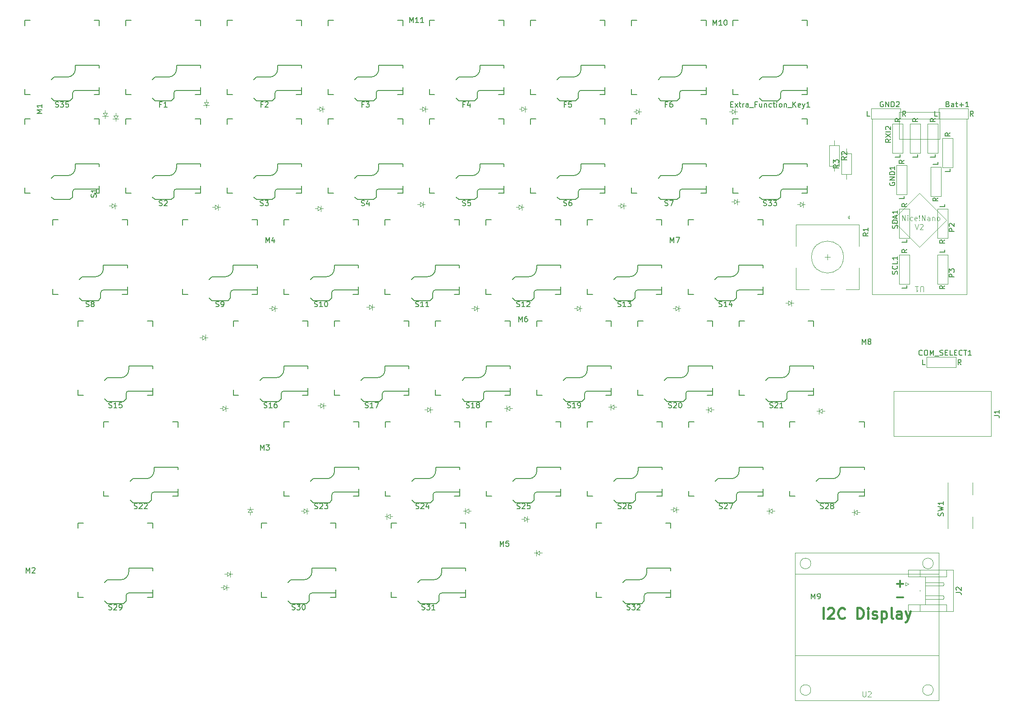
<source format=gbr>
%TF.GenerationSoftware,KiCad,Pcbnew,8.0.6*%
%TF.CreationDate,2024-11-14T19:17:05-07:00*%
%TF.ProjectId,simple_split,73696d70-6c65-45f7-9370-6c69742e6b69,v1.0.0*%
%TF.SameCoordinates,Original*%
%TF.FileFunction,Legend,Top*%
%TF.FilePolarity,Positive*%
%FSLAX46Y46*%
G04 Gerber Fmt 4.6, Leading zero omitted, Abs format (unit mm)*
G04 Created by KiCad (PCBNEW 8.0.6) date 2024-11-14 19:17:05*
%MOMM*%
%LPD*%
G01*
G04 APERTURE LIST*
%ADD10C,0.300000*%
%ADD11C,0.150000*%
%ADD12C,0.100000*%
%ADD13C,0.400000*%
%ADD14C,0.120000*%
G04 APERTURE END LIST*
D10*
X277881489Y-189819400D02*
X276738632Y-189819400D01*
X277310060Y-190390828D02*
X277310060Y-189247971D01*
X277881489Y-192359400D02*
X276738632Y-192359400D01*
D11*
X251669405Y-118649200D02*
X251812262Y-118696819D01*
X251812262Y-118696819D02*
X252050357Y-118696819D01*
X252050357Y-118696819D02*
X252145595Y-118649200D01*
X252145595Y-118649200D02*
X252193214Y-118601580D01*
X252193214Y-118601580D02*
X252240833Y-118506342D01*
X252240833Y-118506342D02*
X252240833Y-118411104D01*
X252240833Y-118411104D02*
X252193214Y-118315866D01*
X252193214Y-118315866D02*
X252145595Y-118268247D01*
X252145595Y-118268247D02*
X252050357Y-118220628D01*
X252050357Y-118220628D02*
X251859881Y-118173009D01*
X251859881Y-118173009D02*
X251764643Y-118125390D01*
X251764643Y-118125390D02*
X251717024Y-118077771D01*
X251717024Y-118077771D02*
X251669405Y-117982533D01*
X251669405Y-117982533D02*
X251669405Y-117887295D01*
X251669405Y-117887295D02*
X251717024Y-117792057D01*
X251717024Y-117792057D02*
X251764643Y-117744438D01*
X251764643Y-117744438D02*
X251859881Y-117696819D01*
X251859881Y-117696819D02*
X252097976Y-117696819D01*
X252097976Y-117696819D02*
X252240833Y-117744438D01*
X252574167Y-117696819D02*
X253193214Y-117696819D01*
X253193214Y-117696819D02*
X252859881Y-118077771D01*
X252859881Y-118077771D02*
X253002738Y-118077771D01*
X253002738Y-118077771D02*
X253097976Y-118125390D01*
X253097976Y-118125390D02*
X253145595Y-118173009D01*
X253145595Y-118173009D02*
X253193214Y-118268247D01*
X253193214Y-118268247D02*
X253193214Y-118506342D01*
X253193214Y-118506342D02*
X253145595Y-118601580D01*
X253145595Y-118601580D02*
X253097976Y-118649200D01*
X253097976Y-118649200D02*
X253002738Y-118696819D01*
X253002738Y-118696819D02*
X252717024Y-118696819D01*
X252717024Y-118696819D02*
X252621786Y-118649200D01*
X252621786Y-118649200D02*
X252574167Y-118601580D01*
X253526548Y-117696819D02*
X254145595Y-117696819D01*
X254145595Y-117696819D02*
X253812262Y-118077771D01*
X253812262Y-118077771D02*
X253955119Y-118077771D01*
X253955119Y-118077771D02*
X254050357Y-118125390D01*
X254050357Y-118125390D02*
X254097976Y-118173009D01*
X254097976Y-118173009D02*
X254145595Y-118268247D01*
X254145595Y-118268247D02*
X254145595Y-118506342D01*
X254145595Y-118506342D02*
X254097976Y-118601580D01*
X254097976Y-118601580D02*
X254050357Y-118649200D01*
X254050357Y-118649200D02*
X253955119Y-118696819D01*
X253955119Y-118696819D02*
X253669405Y-118696819D01*
X253669405Y-118696819D02*
X253574167Y-118649200D01*
X253574167Y-118649200D02*
X253526548Y-118601580D01*
X265794819Y-111000666D02*
X265318628Y-111333999D01*
X265794819Y-111572094D02*
X264794819Y-111572094D01*
X264794819Y-111572094D02*
X264794819Y-111191142D01*
X264794819Y-111191142D02*
X264842438Y-111095904D01*
X264842438Y-111095904D02*
X264890057Y-111048285D01*
X264890057Y-111048285D02*
X264985295Y-111000666D01*
X264985295Y-111000666D02*
X265128152Y-111000666D01*
X265128152Y-111000666D02*
X265223390Y-111048285D01*
X265223390Y-111048285D02*
X265271009Y-111095904D01*
X265271009Y-111095904D02*
X265318628Y-111191142D01*
X265318628Y-111191142D02*
X265318628Y-111572094D01*
X264794819Y-110667332D02*
X264794819Y-110048285D01*
X264794819Y-110048285D02*
X265175771Y-110381618D01*
X265175771Y-110381618D02*
X265175771Y-110238761D01*
X265175771Y-110238761D02*
X265223390Y-110143523D01*
X265223390Y-110143523D02*
X265271009Y-110095904D01*
X265271009Y-110095904D02*
X265366247Y-110048285D01*
X265366247Y-110048285D02*
X265604342Y-110048285D01*
X265604342Y-110048285D02*
X265699580Y-110095904D01*
X265699580Y-110095904D02*
X265747200Y-110143523D01*
X265747200Y-110143523D02*
X265794819Y-110238761D01*
X265794819Y-110238761D02*
X265794819Y-110524475D01*
X265794819Y-110524475D02*
X265747200Y-110619713D01*
X265747200Y-110619713D02*
X265699580Y-110667332D01*
X187487405Y-194649200D02*
X187630262Y-194696819D01*
X187630262Y-194696819D02*
X187868357Y-194696819D01*
X187868357Y-194696819D02*
X187963595Y-194649200D01*
X187963595Y-194649200D02*
X188011214Y-194601580D01*
X188011214Y-194601580D02*
X188058833Y-194506342D01*
X188058833Y-194506342D02*
X188058833Y-194411104D01*
X188058833Y-194411104D02*
X188011214Y-194315866D01*
X188011214Y-194315866D02*
X187963595Y-194268247D01*
X187963595Y-194268247D02*
X187868357Y-194220628D01*
X187868357Y-194220628D02*
X187677881Y-194173009D01*
X187677881Y-194173009D02*
X187582643Y-194125390D01*
X187582643Y-194125390D02*
X187535024Y-194077771D01*
X187535024Y-194077771D02*
X187487405Y-193982533D01*
X187487405Y-193982533D02*
X187487405Y-193887295D01*
X187487405Y-193887295D02*
X187535024Y-193792057D01*
X187535024Y-193792057D02*
X187582643Y-193744438D01*
X187582643Y-193744438D02*
X187677881Y-193696819D01*
X187677881Y-193696819D02*
X187915976Y-193696819D01*
X187915976Y-193696819D02*
X188058833Y-193744438D01*
X188392167Y-193696819D02*
X189011214Y-193696819D01*
X189011214Y-193696819D02*
X188677881Y-194077771D01*
X188677881Y-194077771D02*
X188820738Y-194077771D01*
X188820738Y-194077771D02*
X188915976Y-194125390D01*
X188915976Y-194125390D02*
X188963595Y-194173009D01*
X188963595Y-194173009D02*
X189011214Y-194268247D01*
X189011214Y-194268247D02*
X189011214Y-194506342D01*
X189011214Y-194506342D02*
X188963595Y-194601580D01*
X188963595Y-194601580D02*
X188915976Y-194649200D01*
X188915976Y-194649200D02*
X188820738Y-194696819D01*
X188820738Y-194696819D02*
X188535024Y-194696819D01*
X188535024Y-194696819D02*
X188439786Y-194649200D01*
X188439786Y-194649200D02*
X188392167Y-194601580D01*
X189963595Y-194696819D02*
X189392167Y-194696819D01*
X189677881Y-194696819D02*
X189677881Y-193696819D01*
X189677881Y-193696819D02*
X189582643Y-193839676D01*
X189582643Y-193839676D02*
X189487405Y-193934914D01*
X189487405Y-193934914D02*
X189392167Y-193982533D01*
X124408095Y-137649200D02*
X124550952Y-137696819D01*
X124550952Y-137696819D02*
X124789047Y-137696819D01*
X124789047Y-137696819D02*
X124884285Y-137649200D01*
X124884285Y-137649200D02*
X124931904Y-137601580D01*
X124931904Y-137601580D02*
X124979523Y-137506342D01*
X124979523Y-137506342D02*
X124979523Y-137411104D01*
X124979523Y-137411104D02*
X124931904Y-137315866D01*
X124931904Y-137315866D02*
X124884285Y-137268247D01*
X124884285Y-137268247D02*
X124789047Y-137220628D01*
X124789047Y-137220628D02*
X124598571Y-137173009D01*
X124598571Y-137173009D02*
X124503333Y-137125390D01*
X124503333Y-137125390D02*
X124455714Y-137077771D01*
X124455714Y-137077771D02*
X124408095Y-136982533D01*
X124408095Y-136982533D02*
X124408095Y-136887295D01*
X124408095Y-136887295D02*
X124455714Y-136792057D01*
X124455714Y-136792057D02*
X124503333Y-136744438D01*
X124503333Y-136744438D02*
X124598571Y-136696819D01*
X124598571Y-136696819D02*
X124836666Y-136696819D01*
X124836666Y-136696819D02*
X124979523Y-136744438D01*
X125550952Y-137125390D02*
X125455714Y-137077771D01*
X125455714Y-137077771D02*
X125408095Y-137030152D01*
X125408095Y-137030152D02*
X125360476Y-136934914D01*
X125360476Y-136934914D02*
X125360476Y-136887295D01*
X125360476Y-136887295D02*
X125408095Y-136792057D01*
X125408095Y-136792057D02*
X125455714Y-136744438D01*
X125455714Y-136744438D02*
X125550952Y-136696819D01*
X125550952Y-136696819D02*
X125741428Y-136696819D01*
X125741428Y-136696819D02*
X125836666Y-136744438D01*
X125836666Y-136744438D02*
X125884285Y-136792057D01*
X125884285Y-136792057D02*
X125931904Y-136887295D01*
X125931904Y-136887295D02*
X125931904Y-136934914D01*
X125931904Y-136934914D02*
X125884285Y-137030152D01*
X125884285Y-137030152D02*
X125836666Y-137077771D01*
X125836666Y-137077771D02*
X125741428Y-137125390D01*
X125741428Y-137125390D02*
X125550952Y-137125390D01*
X125550952Y-137125390D02*
X125455714Y-137173009D01*
X125455714Y-137173009D02*
X125408095Y-137220628D01*
X125408095Y-137220628D02*
X125360476Y-137315866D01*
X125360476Y-137315866D02*
X125360476Y-137506342D01*
X125360476Y-137506342D02*
X125408095Y-137601580D01*
X125408095Y-137601580D02*
X125455714Y-137649200D01*
X125455714Y-137649200D02*
X125550952Y-137696819D01*
X125550952Y-137696819D02*
X125741428Y-137696819D01*
X125741428Y-137696819D02*
X125836666Y-137649200D01*
X125836666Y-137649200D02*
X125884285Y-137601580D01*
X125884285Y-137601580D02*
X125931904Y-137506342D01*
X125931904Y-137506342D02*
X125931904Y-137315866D01*
X125931904Y-137315866D02*
X125884285Y-137220628D01*
X125884285Y-137220628D02*
X125836666Y-137173009D01*
X125836666Y-137173009D02*
X125741428Y-137125390D01*
X116154819Y-101309523D02*
X115154819Y-101309523D01*
X115154819Y-101309523D02*
X115869104Y-100976190D01*
X115869104Y-100976190D02*
X115154819Y-100642857D01*
X115154819Y-100642857D02*
X116154819Y-100642857D01*
X116154819Y-99642857D02*
X116154819Y-100214285D01*
X116154819Y-99928571D02*
X115154819Y-99928571D01*
X115154819Y-99928571D02*
X115297676Y-100023809D01*
X115297676Y-100023809D02*
X115392914Y-100119047D01*
X115392914Y-100119047D02*
X115440533Y-100214285D01*
X233840905Y-156649200D02*
X233983762Y-156696819D01*
X233983762Y-156696819D02*
X234221857Y-156696819D01*
X234221857Y-156696819D02*
X234317095Y-156649200D01*
X234317095Y-156649200D02*
X234364714Y-156601580D01*
X234364714Y-156601580D02*
X234412333Y-156506342D01*
X234412333Y-156506342D02*
X234412333Y-156411104D01*
X234412333Y-156411104D02*
X234364714Y-156315866D01*
X234364714Y-156315866D02*
X234317095Y-156268247D01*
X234317095Y-156268247D02*
X234221857Y-156220628D01*
X234221857Y-156220628D02*
X234031381Y-156173009D01*
X234031381Y-156173009D02*
X233936143Y-156125390D01*
X233936143Y-156125390D02*
X233888524Y-156077771D01*
X233888524Y-156077771D02*
X233840905Y-155982533D01*
X233840905Y-155982533D02*
X233840905Y-155887295D01*
X233840905Y-155887295D02*
X233888524Y-155792057D01*
X233888524Y-155792057D02*
X233936143Y-155744438D01*
X233936143Y-155744438D02*
X234031381Y-155696819D01*
X234031381Y-155696819D02*
X234269476Y-155696819D01*
X234269476Y-155696819D02*
X234412333Y-155744438D01*
X234793286Y-155792057D02*
X234840905Y-155744438D01*
X234840905Y-155744438D02*
X234936143Y-155696819D01*
X234936143Y-155696819D02*
X235174238Y-155696819D01*
X235174238Y-155696819D02*
X235269476Y-155744438D01*
X235269476Y-155744438D02*
X235317095Y-155792057D01*
X235317095Y-155792057D02*
X235364714Y-155887295D01*
X235364714Y-155887295D02*
X235364714Y-155982533D01*
X235364714Y-155982533D02*
X235317095Y-156125390D01*
X235317095Y-156125390D02*
X234745667Y-156696819D01*
X234745667Y-156696819D02*
X235364714Y-156696819D01*
X235983762Y-155696819D02*
X236079000Y-155696819D01*
X236079000Y-155696819D02*
X236174238Y-155744438D01*
X236174238Y-155744438D02*
X236221857Y-155792057D01*
X236221857Y-155792057D02*
X236269476Y-155887295D01*
X236269476Y-155887295D02*
X236317095Y-156077771D01*
X236317095Y-156077771D02*
X236317095Y-156315866D01*
X236317095Y-156315866D02*
X236269476Y-156506342D01*
X236269476Y-156506342D02*
X236221857Y-156601580D01*
X236221857Y-156601580D02*
X236174238Y-156649200D01*
X236174238Y-156649200D02*
X236079000Y-156696819D01*
X236079000Y-156696819D02*
X235983762Y-156696819D01*
X235983762Y-156696819D02*
X235888524Y-156649200D01*
X235888524Y-156649200D02*
X235840905Y-156601580D01*
X235840905Y-156601580D02*
X235793286Y-156506342D01*
X235793286Y-156506342D02*
X235745667Y-156315866D01*
X235745667Y-156315866D02*
X235745667Y-156077771D01*
X235745667Y-156077771D02*
X235793286Y-155887295D01*
X235793286Y-155887295D02*
X235840905Y-155792057D01*
X235840905Y-155792057D02*
X235888524Y-155744438D01*
X235888524Y-155744438D02*
X235983762Y-155696819D01*
X186315905Y-137649200D02*
X186458762Y-137696819D01*
X186458762Y-137696819D02*
X186696857Y-137696819D01*
X186696857Y-137696819D02*
X186792095Y-137649200D01*
X186792095Y-137649200D02*
X186839714Y-137601580D01*
X186839714Y-137601580D02*
X186887333Y-137506342D01*
X186887333Y-137506342D02*
X186887333Y-137411104D01*
X186887333Y-137411104D02*
X186839714Y-137315866D01*
X186839714Y-137315866D02*
X186792095Y-137268247D01*
X186792095Y-137268247D02*
X186696857Y-137220628D01*
X186696857Y-137220628D02*
X186506381Y-137173009D01*
X186506381Y-137173009D02*
X186411143Y-137125390D01*
X186411143Y-137125390D02*
X186363524Y-137077771D01*
X186363524Y-137077771D02*
X186315905Y-136982533D01*
X186315905Y-136982533D02*
X186315905Y-136887295D01*
X186315905Y-136887295D02*
X186363524Y-136792057D01*
X186363524Y-136792057D02*
X186411143Y-136744438D01*
X186411143Y-136744438D02*
X186506381Y-136696819D01*
X186506381Y-136696819D02*
X186744476Y-136696819D01*
X186744476Y-136696819D02*
X186887333Y-136744438D01*
X187839714Y-137696819D02*
X187268286Y-137696819D01*
X187554000Y-137696819D02*
X187554000Y-136696819D01*
X187554000Y-136696819D02*
X187458762Y-136839676D01*
X187458762Y-136839676D02*
X187363524Y-136934914D01*
X187363524Y-136934914D02*
X187268286Y-136982533D01*
X188792095Y-137696819D02*
X188220667Y-137696819D01*
X188506381Y-137696819D02*
X188506381Y-136696819D01*
X188506381Y-136696819D02*
X188411143Y-136839676D01*
X188411143Y-136839676D02*
X188315905Y-136934914D01*
X188315905Y-136934914D02*
X188220667Y-136982533D01*
X287830319Y-191431333D02*
X288544604Y-191431333D01*
X288544604Y-191431333D02*
X288687461Y-191478952D01*
X288687461Y-191478952D02*
X288782700Y-191574190D01*
X288782700Y-191574190D02*
X288830319Y-191717047D01*
X288830319Y-191717047D02*
X288830319Y-191812285D01*
X287925557Y-191002761D02*
X287877938Y-190955142D01*
X287877938Y-190955142D02*
X287830319Y-190859904D01*
X287830319Y-190859904D02*
X287830319Y-190621809D01*
X287830319Y-190621809D02*
X287877938Y-190526571D01*
X287877938Y-190526571D02*
X287925557Y-190478952D01*
X287925557Y-190478952D02*
X288020795Y-190431333D01*
X288020795Y-190431333D02*
X288116033Y-190431333D01*
X288116033Y-190431333D02*
X288258890Y-190478952D01*
X288258890Y-190478952D02*
X288830319Y-191050380D01*
X288830319Y-191050380D02*
X288830319Y-190431333D01*
X260690476Y-192654819D02*
X260690476Y-191654819D01*
X260690476Y-191654819D02*
X261023809Y-192369104D01*
X261023809Y-192369104D02*
X261357142Y-191654819D01*
X261357142Y-191654819D02*
X261357142Y-192654819D01*
X261880952Y-192654819D02*
X262071428Y-192654819D01*
X262071428Y-192654819D02*
X262166666Y-192607200D01*
X262166666Y-192607200D02*
X262214285Y-192559580D01*
X262214285Y-192559580D02*
X262309523Y-192416723D01*
X262309523Y-192416723D02*
X262357142Y-192226247D01*
X262357142Y-192226247D02*
X262357142Y-191845295D01*
X262357142Y-191845295D02*
X262309523Y-191750057D01*
X262309523Y-191750057D02*
X262261904Y-191702438D01*
X262261904Y-191702438D02*
X262166666Y-191654819D01*
X262166666Y-191654819D02*
X261976190Y-191654819D01*
X261976190Y-191654819D02*
X261880952Y-191702438D01*
X261880952Y-191702438D02*
X261833333Y-191750057D01*
X261833333Y-191750057D02*
X261785714Y-191845295D01*
X261785714Y-191845295D02*
X261785714Y-192083390D01*
X261785714Y-192083390D02*
X261833333Y-192178628D01*
X261833333Y-192178628D02*
X261880952Y-192226247D01*
X261880952Y-192226247D02*
X261976190Y-192273866D01*
X261976190Y-192273866D02*
X262166666Y-192273866D01*
X262166666Y-192273866D02*
X262261904Y-192226247D01*
X262261904Y-192226247D02*
X262309523Y-192178628D01*
X262309523Y-192178628D02*
X262357142Y-192083390D01*
X214145595Y-118649200D02*
X214288452Y-118696819D01*
X214288452Y-118696819D02*
X214526547Y-118696819D01*
X214526547Y-118696819D02*
X214621785Y-118649200D01*
X214621785Y-118649200D02*
X214669404Y-118601580D01*
X214669404Y-118601580D02*
X214717023Y-118506342D01*
X214717023Y-118506342D02*
X214717023Y-118411104D01*
X214717023Y-118411104D02*
X214669404Y-118315866D01*
X214669404Y-118315866D02*
X214621785Y-118268247D01*
X214621785Y-118268247D02*
X214526547Y-118220628D01*
X214526547Y-118220628D02*
X214336071Y-118173009D01*
X214336071Y-118173009D02*
X214240833Y-118125390D01*
X214240833Y-118125390D02*
X214193214Y-118077771D01*
X214193214Y-118077771D02*
X214145595Y-117982533D01*
X214145595Y-117982533D02*
X214145595Y-117887295D01*
X214145595Y-117887295D02*
X214193214Y-117792057D01*
X214193214Y-117792057D02*
X214240833Y-117744438D01*
X214240833Y-117744438D02*
X214336071Y-117696819D01*
X214336071Y-117696819D02*
X214574166Y-117696819D01*
X214574166Y-117696819D02*
X214717023Y-117744438D01*
X215574166Y-117696819D02*
X215383690Y-117696819D01*
X215383690Y-117696819D02*
X215288452Y-117744438D01*
X215288452Y-117744438D02*
X215240833Y-117792057D01*
X215240833Y-117792057D02*
X215145595Y-117934914D01*
X215145595Y-117934914D02*
X215097976Y-118125390D01*
X215097976Y-118125390D02*
X215097976Y-118506342D01*
X215097976Y-118506342D02*
X215145595Y-118601580D01*
X215145595Y-118601580D02*
X215193214Y-118649200D01*
X215193214Y-118649200D02*
X215288452Y-118696819D01*
X215288452Y-118696819D02*
X215478928Y-118696819D01*
X215478928Y-118696819D02*
X215574166Y-118649200D01*
X215574166Y-118649200D02*
X215621785Y-118601580D01*
X215621785Y-118601580D02*
X215669404Y-118506342D01*
X215669404Y-118506342D02*
X215669404Y-118268247D01*
X215669404Y-118268247D02*
X215621785Y-118173009D01*
X215621785Y-118173009D02*
X215574166Y-118125390D01*
X215574166Y-118125390D02*
X215478928Y-118077771D01*
X215478928Y-118077771D02*
X215288452Y-118077771D01*
X215288452Y-118077771D02*
X215193214Y-118125390D01*
X215193214Y-118125390D02*
X215145595Y-118173009D01*
X215145595Y-118173009D02*
X215097976Y-118268247D01*
X176574166Y-99621009D02*
X176240833Y-99621009D01*
X176240833Y-100144819D02*
X176240833Y-99144819D01*
X176240833Y-99144819D02*
X176717023Y-99144819D01*
X177002738Y-99144819D02*
X177621785Y-99144819D01*
X177621785Y-99144819D02*
X177288452Y-99525771D01*
X177288452Y-99525771D02*
X177431309Y-99525771D01*
X177431309Y-99525771D02*
X177526547Y-99573390D01*
X177526547Y-99573390D02*
X177574166Y-99621009D01*
X177574166Y-99621009D02*
X177621785Y-99716247D01*
X177621785Y-99716247D02*
X177621785Y-99954342D01*
X177621785Y-99954342D02*
X177574166Y-100049580D01*
X177574166Y-100049580D02*
X177526547Y-100097200D01*
X177526547Y-100097200D02*
X177431309Y-100144819D01*
X177431309Y-100144819D02*
X177145595Y-100144819D01*
X177145595Y-100144819D02*
X177050357Y-100097200D01*
X177050357Y-100097200D02*
X177002738Y-100049580D01*
D12*
X270308095Y-210043419D02*
X270308095Y-210852942D01*
X270308095Y-210852942D02*
X270355714Y-210948180D01*
X270355714Y-210948180D02*
X270403333Y-210995800D01*
X270403333Y-210995800D02*
X270498571Y-211043419D01*
X270498571Y-211043419D02*
X270689047Y-211043419D01*
X270689047Y-211043419D02*
X270784285Y-210995800D01*
X270784285Y-210995800D02*
X270831904Y-210948180D01*
X270831904Y-210948180D02*
X270879523Y-210852942D01*
X270879523Y-210852942D02*
X270879523Y-210043419D01*
X271308095Y-210138657D02*
X271355714Y-210091038D01*
X271355714Y-210091038D02*
X271450952Y-210043419D01*
X271450952Y-210043419D02*
X271689047Y-210043419D01*
X271689047Y-210043419D02*
X271784285Y-210091038D01*
X271784285Y-210091038D02*
X271831904Y-210138657D01*
X271831904Y-210138657D02*
X271879523Y-210233895D01*
X271879523Y-210233895D02*
X271879523Y-210329133D01*
X271879523Y-210329133D02*
X271831904Y-210471990D01*
X271831904Y-210471990D02*
X271260476Y-211043419D01*
X271260476Y-211043419D02*
X271879523Y-211043419D01*
D13*
X262919347Y-196350438D02*
X262919347Y-194350438D01*
X263776490Y-194540914D02*
X263871728Y-194445676D01*
X263871728Y-194445676D02*
X264062204Y-194350438D01*
X264062204Y-194350438D02*
X264538395Y-194350438D01*
X264538395Y-194350438D02*
X264728871Y-194445676D01*
X264728871Y-194445676D02*
X264824109Y-194540914D01*
X264824109Y-194540914D02*
X264919347Y-194731390D01*
X264919347Y-194731390D02*
X264919347Y-194921866D01*
X264919347Y-194921866D02*
X264824109Y-195207580D01*
X264824109Y-195207580D02*
X263681252Y-196350438D01*
X263681252Y-196350438D02*
X264919347Y-196350438D01*
X266919347Y-196159961D02*
X266824109Y-196255200D01*
X266824109Y-196255200D02*
X266538395Y-196350438D01*
X266538395Y-196350438D02*
X266347919Y-196350438D01*
X266347919Y-196350438D02*
X266062204Y-196255200D01*
X266062204Y-196255200D02*
X265871728Y-196064723D01*
X265871728Y-196064723D02*
X265776490Y-195874247D01*
X265776490Y-195874247D02*
X265681252Y-195493295D01*
X265681252Y-195493295D02*
X265681252Y-195207580D01*
X265681252Y-195207580D02*
X265776490Y-194826628D01*
X265776490Y-194826628D02*
X265871728Y-194636152D01*
X265871728Y-194636152D02*
X266062204Y-194445676D01*
X266062204Y-194445676D02*
X266347919Y-194350438D01*
X266347919Y-194350438D02*
X266538395Y-194350438D01*
X266538395Y-194350438D02*
X266824109Y-194445676D01*
X266824109Y-194445676D02*
X266919347Y-194540914D01*
X269300300Y-196350438D02*
X269300300Y-194350438D01*
X269300300Y-194350438D02*
X269776490Y-194350438D01*
X269776490Y-194350438D02*
X270062205Y-194445676D01*
X270062205Y-194445676D02*
X270252681Y-194636152D01*
X270252681Y-194636152D02*
X270347919Y-194826628D01*
X270347919Y-194826628D02*
X270443157Y-195207580D01*
X270443157Y-195207580D02*
X270443157Y-195493295D01*
X270443157Y-195493295D02*
X270347919Y-195874247D01*
X270347919Y-195874247D02*
X270252681Y-196064723D01*
X270252681Y-196064723D02*
X270062205Y-196255200D01*
X270062205Y-196255200D02*
X269776490Y-196350438D01*
X269776490Y-196350438D02*
X269300300Y-196350438D01*
X271300300Y-196350438D02*
X271300300Y-195017104D01*
X271300300Y-194350438D02*
X271205062Y-194445676D01*
X271205062Y-194445676D02*
X271300300Y-194540914D01*
X271300300Y-194540914D02*
X271395538Y-194445676D01*
X271395538Y-194445676D02*
X271300300Y-194350438D01*
X271300300Y-194350438D02*
X271300300Y-194540914D01*
X272157443Y-196255200D02*
X272347919Y-196350438D01*
X272347919Y-196350438D02*
X272728871Y-196350438D01*
X272728871Y-196350438D02*
X272919348Y-196255200D01*
X272919348Y-196255200D02*
X273014586Y-196064723D01*
X273014586Y-196064723D02*
X273014586Y-195969485D01*
X273014586Y-195969485D02*
X272919348Y-195779009D01*
X272919348Y-195779009D02*
X272728871Y-195683771D01*
X272728871Y-195683771D02*
X272443157Y-195683771D01*
X272443157Y-195683771D02*
X272252681Y-195588533D01*
X272252681Y-195588533D02*
X272157443Y-195398057D01*
X272157443Y-195398057D02*
X272157443Y-195302819D01*
X272157443Y-195302819D02*
X272252681Y-195112342D01*
X272252681Y-195112342D02*
X272443157Y-195017104D01*
X272443157Y-195017104D02*
X272728871Y-195017104D01*
X272728871Y-195017104D02*
X272919348Y-195112342D01*
X273871729Y-195017104D02*
X273871729Y-197017104D01*
X273871729Y-195112342D02*
X274062205Y-195017104D01*
X274062205Y-195017104D02*
X274443158Y-195017104D01*
X274443158Y-195017104D02*
X274633634Y-195112342D01*
X274633634Y-195112342D02*
X274728872Y-195207580D01*
X274728872Y-195207580D02*
X274824110Y-195398057D01*
X274824110Y-195398057D02*
X274824110Y-195969485D01*
X274824110Y-195969485D02*
X274728872Y-196159961D01*
X274728872Y-196159961D02*
X274633634Y-196255200D01*
X274633634Y-196255200D02*
X274443158Y-196350438D01*
X274443158Y-196350438D02*
X274062205Y-196350438D01*
X274062205Y-196350438D02*
X273871729Y-196255200D01*
X275966967Y-196350438D02*
X275776491Y-196255200D01*
X275776491Y-196255200D02*
X275681253Y-196064723D01*
X275681253Y-196064723D02*
X275681253Y-194350438D01*
X277586015Y-196350438D02*
X277586015Y-195302819D01*
X277586015Y-195302819D02*
X277490777Y-195112342D01*
X277490777Y-195112342D02*
X277300301Y-195017104D01*
X277300301Y-195017104D02*
X276919348Y-195017104D01*
X276919348Y-195017104D02*
X276728872Y-195112342D01*
X277586015Y-196255200D02*
X277395539Y-196350438D01*
X277395539Y-196350438D02*
X276919348Y-196350438D01*
X276919348Y-196350438D02*
X276728872Y-196255200D01*
X276728872Y-196255200D02*
X276633634Y-196064723D01*
X276633634Y-196064723D02*
X276633634Y-195874247D01*
X276633634Y-195874247D02*
X276728872Y-195683771D01*
X276728872Y-195683771D02*
X276919348Y-195588533D01*
X276919348Y-195588533D02*
X277395539Y-195588533D01*
X277395539Y-195588533D02*
X277586015Y-195493295D01*
X278347920Y-195017104D02*
X278824110Y-196350438D01*
X279300301Y-195017104D02*
X278824110Y-196350438D01*
X278824110Y-196350438D02*
X278633634Y-196826628D01*
X278633634Y-196826628D02*
X278538396Y-196921866D01*
X278538396Y-196921866D02*
X278347920Y-197017104D01*
D11*
X234190476Y-125654819D02*
X234190476Y-124654819D01*
X234190476Y-124654819D02*
X234523809Y-125369104D01*
X234523809Y-125369104D02*
X234857142Y-124654819D01*
X234857142Y-124654819D02*
X234857142Y-125654819D01*
X235238095Y-124654819D02*
X235904761Y-124654819D01*
X235904761Y-124654819D02*
X235476190Y-125654819D01*
X138574166Y-99621009D02*
X138240833Y-99621009D01*
X138240833Y-100144819D02*
X138240833Y-99144819D01*
X138240833Y-99144819D02*
X138717023Y-99144819D01*
X139621785Y-100144819D02*
X139050357Y-100144819D01*
X139336071Y-100144819D02*
X139336071Y-99144819D01*
X139336071Y-99144819D02*
X139240833Y-99287676D01*
X139240833Y-99287676D02*
X139145595Y-99382914D01*
X139145595Y-99382914D02*
X139050357Y-99430533D01*
X202190476Y-182754819D02*
X202190476Y-181754819D01*
X202190476Y-181754819D02*
X202523809Y-182469104D01*
X202523809Y-182469104D02*
X202857142Y-181754819D01*
X202857142Y-181754819D02*
X202857142Y-182754819D01*
X203809523Y-181754819D02*
X203333333Y-181754819D01*
X203333333Y-181754819D02*
X203285714Y-182231009D01*
X203285714Y-182231009D02*
X203333333Y-182183390D01*
X203333333Y-182183390D02*
X203428571Y-182135771D01*
X203428571Y-182135771D02*
X203666666Y-182135771D01*
X203666666Y-182135771D02*
X203761904Y-182183390D01*
X203761904Y-182183390D02*
X203809523Y-182231009D01*
X203809523Y-182231009D02*
X203857142Y-182326247D01*
X203857142Y-182326247D02*
X203857142Y-182564342D01*
X203857142Y-182564342D02*
X203809523Y-182659580D01*
X203809523Y-182659580D02*
X203761904Y-182707200D01*
X203761904Y-182707200D02*
X203666666Y-182754819D01*
X203666666Y-182754819D02*
X203428571Y-182754819D01*
X203428571Y-182754819D02*
X203333333Y-182707200D01*
X203333333Y-182707200D02*
X203285714Y-182659580D01*
X284478819Y-117226476D02*
X284002628Y-117559809D01*
X284478819Y-117797904D02*
X283478819Y-117797904D01*
X283478819Y-117797904D02*
X283478819Y-117416952D01*
X283478819Y-117416952D02*
X283526438Y-117321714D01*
X283526438Y-117321714D02*
X283574057Y-117274095D01*
X283574057Y-117274095D02*
X283669295Y-117226476D01*
X283669295Y-117226476D02*
X283812152Y-117226476D01*
X283812152Y-117226476D02*
X283907390Y-117274095D01*
X283907390Y-117274095D02*
X283955009Y-117321714D01*
X283955009Y-117321714D02*
X284002628Y-117416952D01*
X284002628Y-117416952D02*
X284002628Y-117797904D01*
X284478819Y-110476476D02*
X284478819Y-110952666D01*
X284478819Y-110952666D02*
X283478819Y-110952666D01*
X118669405Y-100097200D02*
X118812262Y-100144819D01*
X118812262Y-100144819D02*
X119050357Y-100144819D01*
X119050357Y-100144819D02*
X119145595Y-100097200D01*
X119145595Y-100097200D02*
X119193214Y-100049580D01*
X119193214Y-100049580D02*
X119240833Y-99954342D01*
X119240833Y-99954342D02*
X119240833Y-99859104D01*
X119240833Y-99859104D02*
X119193214Y-99763866D01*
X119193214Y-99763866D02*
X119145595Y-99716247D01*
X119145595Y-99716247D02*
X119050357Y-99668628D01*
X119050357Y-99668628D02*
X118859881Y-99621009D01*
X118859881Y-99621009D02*
X118764643Y-99573390D01*
X118764643Y-99573390D02*
X118717024Y-99525771D01*
X118717024Y-99525771D02*
X118669405Y-99430533D01*
X118669405Y-99430533D02*
X118669405Y-99335295D01*
X118669405Y-99335295D02*
X118717024Y-99240057D01*
X118717024Y-99240057D02*
X118764643Y-99192438D01*
X118764643Y-99192438D02*
X118859881Y-99144819D01*
X118859881Y-99144819D02*
X119097976Y-99144819D01*
X119097976Y-99144819D02*
X119240833Y-99192438D01*
X119574167Y-99144819D02*
X120193214Y-99144819D01*
X120193214Y-99144819D02*
X119859881Y-99525771D01*
X119859881Y-99525771D02*
X120002738Y-99525771D01*
X120002738Y-99525771D02*
X120097976Y-99573390D01*
X120097976Y-99573390D02*
X120145595Y-99621009D01*
X120145595Y-99621009D02*
X120193214Y-99716247D01*
X120193214Y-99716247D02*
X120193214Y-99954342D01*
X120193214Y-99954342D02*
X120145595Y-100049580D01*
X120145595Y-100049580D02*
X120097976Y-100097200D01*
X120097976Y-100097200D02*
X120002738Y-100144819D01*
X120002738Y-100144819D02*
X119717024Y-100144819D01*
X119717024Y-100144819D02*
X119621786Y-100097200D01*
X119621786Y-100097200D02*
X119574167Y-100049580D01*
X121097976Y-99144819D02*
X120621786Y-99144819D01*
X120621786Y-99144819D02*
X120574167Y-99621009D01*
X120574167Y-99621009D02*
X120621786Y-99573390D01*
X120621786Y-99573390D02*
X120717024Y-99525771D01*
X120717024Y-99525771D02*
X120955119Y-99525771D01*
X120955119Y-99525771D02*
X121050357Y-99573390D01*
X121050357Y-99573390D02*
X121097976Y-99621009D01*
X121097976Y-99621009D02*
X121145595Y-99716247D01*
X121145595Y-99716247D02*
X121145595Y-99954342D01*
X121145595Y-99954342D02*
X121097976Y-100049580D01*
X121097976Y-100049580D02*
X121050357Y-100097200D01*
X121050357Y-100097200D02*
X120955119Y-100144819D01*
X120955119Y-100144819D02*
X120717024Y-100144819D01*
X120717024Y-100144819D02*
X120621786Y-100097200D01*
X120621786Y-100097200D02*
X120574167Y-100049580D01*
X176145595Y-118649200D02*
X176288452Y-118696819D01*
X176288452Y-118696819D02*
X176526547Y-118696819D01*
X176526547Y-118696819D02*
X176621785Y-118649200D01*
X176621785Y-118649200D02*
X176669404Y-118601580D01*
X176669404Y-118601580D02*
X176717023Y-118506342D01*
X176717023Y-118506342D02*
X176717023Y-118411104D01*
X176717023Y-118411104D02*
X176669404Y-118315866D01*
X176669404Y-118315866D02*
X176621785Y-118268247D01*
X176621785Y-118268247D02*
X176526547Y-118220628D01*
X176526547Y-118220628D02*
X176336071Y-118173009D01*
X176336071Y-118173009D02*
X176240833Y-118125390D01*
X176240833Y-118125390D02*
X176193214Y-118077771D01*
X176193214Y-118077771D02*
X176145595Y-117982533D01*
X176145595Y-117982533D02*
X176145595Y-117887295D01*
X176145595Y-117887295D02*
X176193214Y-117792057D01*
X176193214Y-117792057D02*
X176240833Y-117744438D01*
X176240833Y-117744438D02*
X176336071Y-117696819D01*
X176336071Y-117696819D02*
X176574166Y-117696819D01*
X176574166Y-117696819D02*
X176717023Y-117744438D01*
X177574166Y-118030152D02*
X177574166Y-118696819D01*
X177336071Y-117649200D02*
X177097976Y-118363485D01*
X177097976Y-118363485D02*
X177717023Y-118363485D01*
X157145595Y-118649200D02*
X157288452Y-118696819D01*
X157288452Y-118696819D02*
X157526547Y-118696819D01*
X157526547Y-118696819D02*
X157621785Y-118649200D01*
X157621785Y-118649200D02*
X157669404Y-118601580D01*
X157669404Y-118601580D02*
X157717023Y-118506342D01*
X157717023Y-118506342D02*
X157717023Y-118411104D01*
X157717023Y-118411104D02*
X157669404Y-118315866D01*
X157669404Y-118315866D02*
X157621785Y-118268247D01*
X157621785Y-118268247D02*
X157526547Y-118220628D01*
X157526547Y-118220628D02*
X157336071Y-118173009D01*
X157336071Y-118173009D02*
X157240833Y-118125390D01*
X157240833Y-118125390D02*
X157193214Y-118077771D01*
X157193214Y-118077771D02*
X157145595Y-117982533D01*
X157145595Y-117982533D02*
X157145595Y-117887295D01*
X157145595Y-117887295D02*
X157193214Y-117792057D01*
X157193214Y-117792057D02*
X157240833Y-117744438D01*
X157240833Y-117744438D02*
X157336071Y-117696819D01*
X157336071Y-117696819D02*
X157574166Y-117696819D01*
X157574166Y-117696819D02*
X157717023Y-117744438D01*
X158050357Y-117696819D02*
X158669404Y-117696819D01*
X158669404Y-117696819D02*
X158336071Y-118077771D01*
X158336071Y-118077771D02*
X158478928Y-118077771D01*
X158478928Y-118077771D02*
X158574166Y-118125390D01*
X158574166Y-118125390D02*
X158621785Y-118173009D01*
X158621785Y-118173009D02*
X158669404Y-118268247D01*
X158669404Y-118268247D02*
X158669404Y-118506342D01*
X158669404Y-118506342D02*
X158621785Y-118601580D01*
X158621785Y-118601580D02*
X158574166Y-118649200D01*
X158574166Y-118649200D02*
X158478928Y-118696819D01*
X158478928Y-118696819D02*
X158193214Y-118696819D01*
X158193214Y-118696819D02*
X158097976Y-118649200D01*
X158097976Y-118649200D02*
X158050357Y-118601580D01*
X185214286Y-84254819D02*
X185214286Y-83254819D01*
X185214286Y-83254819D02*
X185547619Y-83969104D01*
X185547619Y-83969104D02*
X185880952Y-83254819D01*
X185880952Y-83254819D02*
X185880952Y-84254819D01*
X186880952Y-84254819D02*
X186309524Y-84254819D01*
X186595238Y-84254819D02*
X186595238Y-83254819D01*
X186595238Y-83254819D02*
X186500000Y-83397676D01*
X186500000Y-83397676D02*
X186404762Y-83492914D01*
X186404762Y-83492914D02*
X186309524Y-83540533D01*
X187833333Y-84254819D02*
X187261905Y-84254819D01*
X187547619Y-84254819D02*
X187547619Y-83254819D01*
X187547619Y-83254819D02*
X187452381Y-83397676D01*
X187452381Y-83397676D02*
X187357143Y-83492914D01*
X187357143Y-83492914D02*
X187261905Y-83540533D01*
X245502737Y-99621009D02*
X245836070Y-99621009D01*
X245978927Y-100144819D02*
X245502737Y-100144819D01*
X245502737Y-100144819D02*
X245502737Y-99144819D01*
X245502737Y-99144819D02*
X245978927Y-99144819D01*
X246312261Y-100144819D02*
X246836070Y-99478152D01*
X246312261Y-99478152D02*
X246836070Y-100144819D01*
X247074166Y-99478152D02*
X247455118Y-99478152D01*
X247217023Y-99144819D02*
X247217023Y-100001961D01*
X247217023Y-100001961D02*
X247264642Y-100097200D01*
X247264642Y-100097200D02*
X247359880Y-100144819D01*
X247359880Y-100144819D02*
X247455118Y-100144819D01*
X247788452Y-100144819D02*
X247788452Y-99478152D01*
X247788452Y-99668628D02*
X247836071Y-99573390D01*
X247836071Y-99573390D02*
X247883690Y-99525771D01*
X247883690Y-99525771D02*
X247978928Y-99478152D01*
X247978928Y-99478152D02*
X248074166Y-99478152D01*
X248836071Y-100144819D02*
X248836071Y-99621009D01*
X248836071Y-99621009D02*
X248788452Y-99525771D01*
X248788452Y-99525771D02*
X248693214Y-99478152D01*
X248693214Y-99478152D02*
X248502738Y-99478152D01*
X248502738Y-99478152D02*
X248407500Y-99525771D01*
X248836071Y-100097200D02*
X248740833Y-100144819D01*
X248740833Y-100144819D02*
X248502738Y-100144819D01*
X248502738Y-100144819D02*
X248407500Y-100097200D01*
X248407500Y-100097200D02*
X248359881Y-100001961D01*
X248359881Y-100001961D02*
X248359881Y-99906723D01*
X248359881Y-99906723D02*
X248407500Y-99811485D01*
X248407500Y-99811485D02*
X248502738Y-99763866D01*
X248502738Y-99763866D02*
X248740833Y-99763866D01*
X248740833Y-99763866D02*
X248836071Y-99716247D01*
X249074167Y-100240057D02*
X249836071Y-100240057D01*
X250407500Y-99621009D02*
X250074167Y-99621009D01*
X250074167Y-100144819D02*
X250074167Y-99144819D01*
X250074167Y-99144819D02*
X250550357Y-99144819D01*
X251359881Y-99478152D02*
X251359881Y-100144819D01*
X250931310Y-99478152D02*
X250931310Y-100001961D01*
X250931310Y-100001961D02*
X250978929Y-100097200D01*
X250978929Y-100097200D02*
X251074167Y-100144819D01*
X251074167Y-100144819D02*
X251217024Y-100144819D01*
X251217024Y-100144819D02*
X251312262Y-100097200D01*
X251312262Y-100097200D02*
X251359881Y-100049580D01*
X251836072Y-99478152D02*
X251836072Y-100144819D01*
X251836072Y-99573390D02*
X251883691Y-99525771D01*
X251883691Y-99525771D02*
X251978929Y-99478152D01*
X251978929Y-99478152D02*
X252121786Y-99478152D01*
X252121786Y-99478152D02*
X252217024Y-99525771D01*
X252217024Y-99525771D02*
X252264643Y-99621009D01*
X252264643Y-99621009D02*
X252264643Y-100144819D01*
X253169405Y-100097200D02*
X253074167Y-100144819D01*
X253074167Y-100144819D02*
X252883691Y-100144819D01*
X252883691Y-100144819D02*
X252788453Y-100097200D01*
X252788453Y-100097200D02*
X252740834Y-100049580D01*
X252740834Y-100049580D02*
X252693215Y-99954342D01*
X252693215Y-99954342D02*
X252693215Y-99668628D01*
X252693215Y-99668628D02*
X252740834Y-99573390D01*
X252740834Y-99573390D02*
X252788453Y-99525771D01*
X252788453Y-99525771D02*
X252883691Y-99478152D01*
X252883691Y-99478152D02*
X253074167Y-99478152D01*
X253074167Y-99478152D02*
X253169405Y-99525771D01*
X253455120Y-99478152D02*
X253836072Y-99478152D01*
X253597977Y-99144819D02*
X253597977Y-100001961D01*
X253597977Y-100001961D02*
X253645596Y-100097200D01*
X253645596Y-100097200D02*
X253740834Y-100144819D01*
X253740834Y-100144819D02*
X253836072Y-100144819D01*
X254169406Y-100144819D02*
X254169406Y-99478152D01*
X254169406Y-99144819D02*
X254121787Y-99192438D01*
X254121787Y-99192438D02*
X254169406Y-99240057D01*
X254169406Y-99240057D02*
X254217025Y-99192438D01*
X254217025Y-99192438D02*
X254169406Y-99144819D01*
X254169406Y-99144819D02*
X254169406Y-99240057D01*
X254788453Y-100144819D02*
X254693215Y-100097200D01*
X254693215Y-100097200D02*
X254645596Y-100049580D01*
X254645596Y-100049580D02*
X254597977Y-99954342D01*
X254597977Y-99954342D02*
X254597977Y-99668628D01*
X254597977Y-99668628D02*
X254645596Y-99573390D01*
X254645596Y-99573390D02*
X254693215Y-99525771D01*
X254693215Y-99525771D02*
X254788453Y-99478152D01*
X254788453Y-99478152D02*
X254931310Y-99478152D01*
X254931310Y-99478152D02*
X255026548Y-99525771D01*
X255026548Y-99525771D02*
X255074167Y-99573390D01*
X255074167Y-99573390D02*
X255121786Y-99668628D01*
X255121786Y-99668628D02*
X255121786Y-99954342D01*
X255121786Y-99954342D02*
X255074167Y-100049580D01*
X255074167Y-100049580D02*
X255026548Y-100097200D01*
X255026548Y-100097200D02*
X254931310Y-100144819D01*
X254931310Y-100144819D02*
X254788453Y-100144819D01*
X255550358Y-99478152D02*
X255550358Y-100144819D01*
X255550358Y-99573390D02*
X255597977Y-99525771D01*
X255597977Y-99525771D02*
X255693215Y-99478152D01*
X255693215Y-99478152D02*
X255836072Y-99478152D01*
X255836072Y-99478152D02*
X255931310Y-99525771D01*
X255931310Y-99525771D02*
X255978929Y-99621009D01*
X255978929Y-99621009D02*
X255978929Y-100144819D01*
X256217025Y-100240057D02*
X256978929Y-100240057D01*
X257217025Y-100144819D02*
X257217025Y-99144819D01*
X257788453Y-100144819D02*
X257359882Y-99573390D01*
X257788453Y-99144819D02*
X257217025Y-99716247D01*
X258597977Y-100097200D02*
X258502739Y-100144819D01*
X258502739Y-100144819D02*
X258312263Y-100144819D01*
X258312263Y-100144819D02*
X258217025Y-100097200D01*
X258217025Y-100097200D02*
X258169406Y-100001961D01*
X258169406Y-100001961D02*
X258169406Y-99621009D01*
X258169406Y-99621009D02*
X258217025Y-99525771D01*
X258217025Y-99525771D02*
X258312263Y-99478152D01*
X258312263Y-99478152D02*
X258502739Y-99478152D01*
X258502739Y-99478152D02*
X258597977Y-99525771D01*
X258597977Y-99525771D02*
X258645596Y-99621009D01*
X258645596Y-99621009D02*
X258645596Y-99716247D01*
X258645596Y-99716247D02*
X258169406Y-99811485D01*
X258978930Y-99478152D02*
X259217025Y-100144819D01*
X259455120Y-99478152D02*
X259217025Y-100144819D01*
X259217025Y-100144819D02*
X259121787Y-100382914D01*
X259121787Y-100382914D02*
X259074168Y-100430533D01*
X259074168Y-100430533D02*
X258978930Y-100478152D01*
X260359882Y-100144819D02*
X259788454Y-100144819D01*
X260074168Y-100144819D02*
X260074168Y-99144819D01*
X260074168Y-99144819D02*
X259978930Y-99287676D01*
X259978930Y-99287676D02*
X259883692Y-99382914D01*
X259883692Y-99382914D02*
X259788454Y-99430533D01*
X275401438Y-114363095D02*
X275353819Y-114458333D01*
X275353819Y-114458333D02*
X275353819Y-114601190D01*
X275353819Y-114601190D02*
X275401438Y-114744047D01*
X275401438Y-114744047D02*
X275496676Y-114839285D01*
X275496676Y-114839285D02*
X275591914Y-114886904D01*
X275591914Y-114886904D02*
X275782390Y-114934523D01*
X275782390Y-114934523D02*
X275925247Y-114934523D01*
X275925247Y-114934523D02*
X276115723Y-114886904D01*
X276115723Y-114886904D02*
X276210961Y-114839285D01*
X276210961Y-114839285D02*
X276306200Y-114744047D01*
X276306200Y-114744047D02*
X276353819Y-114601190D01*
X276353819Y-114601190D02*
X276353819Y-114505952D01*
X276353819Y-114505952D02*
X276306200Y-114363095D01*
X276306200Y-114363095D02*
X276258580Y-114315476D01*
X276258580Y-114315476D02*
X275925247Y-114315476D01*
X275925247Y-114315476D02*
X275925247Y-114505952D01*
X276353819Y-113886904D02*
X275353819Y-113886904D01*
X275353819Y-113886904D02*
X276353819Y-113315476D01*
X276353819Y-113315476D02*
X275353819Y-113315476D01*
X276353819Y-112839285D02*
X275353819Y-112839285D01*
X275353819Y-112839285D02*
X275353819Y-112601190D01*
X275353819Y-112601190D02*
X275401438Y-112458333D01*
X275401438Y-112458333D02*
X275496676Y-112363095D01*
X275496676Y-112363095D02*
X275591914Y-112315476D01*
X275591914Y-112315476D02*
X275782390Y-112267857D01*
X275782390Y-112267857D02*
X275925247Y-112267857D01*
X275925247Y-112267857D02*
X276115723Y-112315476D01*
X276115723Y-112315476D02*
X276210961Y-112363095D01*
X276210961Y-112363095D02*
X276306200Y-112458333D01*
X276306200Y-112458333D02*
X276353819Y-112601190D01*
X276353819Y-112601190D02*
X276353819Y-112839285D01*
X276353819Y-111315476D02*
X276353819Y-111886904D01*
X276353819Y-111601190D02*
X275353819Y-111601190D01*
X275353819Y-111601190D02*
X275496676Y-111696428D01*
X275496676Y-111696428D02*
X275591914Y-111791666D01*
X275591914Y-111791666D02*
X275639533Y-111886904D01*
X278128819Y-116890476D02*
X278128819Y-117366666D01*
X278128819Y-117366666D02*
X277128819Y-117366666D01*
X278128819Y-110140476D02*
X277652628Y-110473809D01*
X278128819Y-110711904D02*
X277128819Y-110711904D01*
X277128819Y-110711904D02*
X277128819Y-110330952D01*
X277128819Y-110330952D02*
X277176438Y-110235714D01*
X277176438Y-110235714D02*
X277224057Y-110188095D01*
X277224057Y-110188095D02*
X277319295Y-110140476D01*
X277319295Y-110140476D02*
X277462152Y-110140476D01*
X277462152Y-110140476D02*
X277557390Y-110188095D01*
X277557390Y-110188095D02*
X277605009Y-110235714D01*
X277605009Y-110235714D02*
X277652628Y-110330952D01*
X277652628Y-110330952D02*
X277652628Y-110711904D01*
X274144904Y-99163438D02*
X274049666Y-99115819D01*
X274049666Y-99115819D02*
X273906809Y-99115819D01*
X273906809Y-99115819D02*
X273763952Y-99163438D01*
X273763952Y-99163438D02*
X273668714Y-99258676D01*
X273668714Y-99258676D02*
X273621095Y-99353914D01*
X273621095Y-99353914D02*
X273573476Y-99544390D01*
X273573476Y-99544390D02*
X273573476Y-99687247D01*
X273573476Y-99687247D02*
X273621095Y-99877723D01*
X273621095Y-99877723D02*
X273668714Y-99972961D01*
X273668714Y-99972961D02*
X273763952Y-100068200D01*
X273763952Y-100068200D02*
X273906809Y-100115819D01*
X273906809Y-100115819D02*
X274002047Y-100115819D01*
X274002047Y-100115819D02*
X274144904Y-100068200D01*
X274144904Y-100068200D02*
X274192523Y-100020580D01*
X274192523Y-100020580D02*
X274192523Y-99687247D01*
X274192523Y-99687247D02*
X274002047Y-99687247D01*
X274621095Y-100115819D02*
X274621095Y-99115819D01*
X274621095Y-99115819D02*
X275192523Y-100115819D01*
X275192523Y-100115819D02*
X275192523Y-99115819D01*
X275668714Y-100115819D02*
X275668714Y-99115819D01*
X275668714Y-99115819D02*
X275906809Y-99115819D01*
X275906809Y-99115819D02*
X276049666Y-99163438D01*
X276049666Y-99163438D02*
X276144904Y-99258676D01*
X276144904Y-99258676D02*
X276192523Y-99353914D01*
X276192523Y-99353914D02*
X276240142Y-99544390D01*
X276240142Y-99544390D02*
X276240142Y-99687247D01*
X276240142Y-99687247D02*
X276192523Y-99877723D01*
X276192523Y-99877723D02*
X276144904Y-99972961D01*
X276144904Y-99972961D02*
X276049666Y-100068200D01*
X276049666Y-100068200D02*
X275906809Y-100115819D01*
X275906809Y-100115819D02*
X275668714Y-100115819D01*
X276621095Y-99211057D02*
X276668714Y-99163438D01*
X276668714Y-99163438D02*
X276763952Y-99115819D01*
X276763952Y-99115819D02*
X277002047Y-99115819D01*
X277002047Y-99115819D02*
X277097285Y-99163438D01*
X277097285Y-99163438D02*
X277144904Y-99211057D01*
X277144904Y-99211057D02*
X277192523Y-99306295D01*
X277192523Y-99306295D02*
X277192523Y-99401533D01*
X277192523Y-99401533D02*
X277144904Y-99544390D01*
X277144904Y-99544390D02*
X276573476Y-100115819D01*
X276573476Y-100115819D02*
X277192523Y-100115819D01*
X271617523Y-101890819D02*
X271141333Y-101890819D01*
X271141333Y-101890819D02*
X271141333Y-100890819D01*
X278367523Y-101890819D02*
X278034190Y-101414628D01*
X277796095Y-101890819D02*
X277796095Y-100890819D01*
X277796095Y-100890819D02*
X278177047Y-100890819D01*
X278177047Y-100890819D02*
X278272285Y-100938438D01*
X278272285Y-100938438D02*
X278319904Y-100986057D01*
X278319904Y-100986057D02*
X278367523Y-101081295D01*
X278367523Y-101081295D02*
X278367523Y-101224152D01*
X278367523Y-101224152D02*
X278319904Y-101319390D01*
X278319904Y-101319390D02*
X278272285Y-101367009D01*
X278272285Y-101367009D02*
X278177047Y-101414628D01*
X278177047Y-101414628D02*
X277796095Y-101414628D01*
X286764819Y-111772476D02*
X286764819Y-112248666D01*
X286764819Y-112248666D02*
X285764819Y-112248666D01*
X286764819Y-105022476D02*
X286288628Y-105355809D01*
X286764819Y-105593904D02*
X285764819Y-105593904D01*
X285764819Y-105593904D02*
X285764819Y-105212952D01*
X285764819Y-105212952D02*
X285812438Y-105117714D01*
X285812438Y-105117714D02*
X285860057Y-105070095D01*
X285860057Y-105070095D02*
X285955295Y-105022476D01*
X285955295Y-105022476D02*
X286098152Y-105022476D01*
X286098152Y-105022476D02*
X286193390Y-105070095D01*
X286193390Y-105070095D02*
X286241009Y-105117714D01*
X286241009Y-105117714D02*
X286288628Y-105212952D01*
X286288628Y-105212952D02*
X286288628Y-105593904D01*
X233574166Y-99621009D02*
X233240833Y-99621009D01*
X233240833Y-100144819D02*
X233240833Y-99144819D01*
X233240833Y-99144819D02*
X233717023Y-99144819D01*
X234526547Y-99144819D02*
X234336071Y-99144819D01*
X234336071Y-99144819D02*
X234240833Y-99192438D01*
X234240833Y-99192438D02*
X234193214Y-99240057D01*
X234193214Y-99240057D02*
X234097976Y-99382914D01*
X234097976Y-99382914D02*
X234050357Y-99573390D01*
X234050357Y-99573390D02*
X234050357Y-99954342D01*
X234050357Y-99954342D02*
X234097976Y-100049580D01*
X234097976Y-100049580D02*
X234145595Y-100097200D01*
X234145595Y-100097200D02*
X234240833Y-100144819D01*
X234240833Y-100144819D02*
X234431309Y-100144819D01*
X234431309Y-100144819D02*
X234526547Y-100097200D01*
X234526547Y-100097200D02*
X234574166Y-100049580D01*
X234574166Y-100049580D02*
X234621785Y-99954342D01*
X234621785Y-99954342D02*
X234621785Y-99716247D01*
X234621785Y-99716247D02*
X234574166Y-99621009D01*
X234574166Y-99621009D02*
X234526547Y-99573390D01*
X234526547Y-99573390D02*
X234431309Y-99525771D01*
X234431309Y-99525771D02*
X234240833Y-99525771D01*
X234240833Y-99525771D02*
X234145595Y-99573390D01*
X234145595Y-99573390D02*
X234097976Y-99621009D01*
X234097976Y-99621009D02*
X234050357Y-99716247D01*
X195145595Y-118649200D02*
X195288452Y-118696819D01*
X195288452Y-118696819D02*
X195526547Y-118696819D01*
X195526547Y-118696819D02*
X195621785Y-118649200D01*
X195621785Y-118649200D02*
X195669404Y-118601580D01*
X195669404Y-118601580D02*
X195717023Y-118506342D01*
X195717023Y-118506342D02*
X195717023Y-118411104D01*
X195717023Y-118411104D02*
X195669404Y-118315866D01*
X195669404Y-118315866D02*
X195621785Y-118268247D01*
X195621785Y-118268247D02*
X195526547Y-118220628D01*
X195526547Y-118220628D02*
X195336071Y-118173009D01*
X195336071Y-118173009D02*
X195240833Y-118125390D01*
X195240833Y-118125390D02*
X195193214Y-118077771D01*
X195193214Y-118077771D02*
X195145595Y-117982533D01*
X195145595Y-117982533D02*
X195145595Y-117887295D01*
X195145595Y-117887295D02*
X195193214Y-117792057D01*
X195193214Y-117792057D02*
X195240833Y-117744438D01*
X195240833Y-117744438D02*
X195336071Y-117696819D01*
X195336071Y-117696819D02*
X195574166Y-117696819D01*
X195574166Y-117696819D02*
X195717023Y-117744438D01*
X196621785Y-117696819D02*
X196145595Y-117696819D01*
X196145595Y-117696819D02*
X196097976Y-118173009D01*
X196097976Y-118173009D02*
X196145595Y-118125390D01*
X196145595Y-118125390D02*
X196240833Y-118077771D01*
X196240833Y-118077771D02*
X196478928Y-118077771D01*
X196478928Y-118077771D02*
X196574166Y-118125390D01*
X196574166Y-118125390D02*
X196621785Y-118173009D01*
X196621785Y-118173009D02*
X196669404Y-118268247D01*
X196669404Y-118268247D02*
X196669404Y-118506342D01*
X196669404Y-118506342D02*
X196621785Y-118601580D01*
X196621785Y-118601580D02*
X196574166Y-118649200D01*
X196574166Y-118649200D02*
X196478928Y-118696819D01*
X196478928Y-118696819D02*
X196240833Y-118696819D01*
X196240833Y-118696819D02*
X196145595Y-118649200D01*
X196145595Y-118649200D02*
X196097976Y-118601580D01*
X205365905Y-175649200D02*
X205508762Y-175696819D01*
X205508762Y-175696819D02*
X205746857Y-175696819D01*
X205746857Y-175696819D02*
X205842095Y-175649200D01*
X205842095Y-175649200D02*
X205889714Y-175601580D01*
X205889714Y-175601580D02*
X205937333Y-175506342D01*
X205937333Y-175506342D02*
X205937333Y-175411104D01*
X205937333Y-175411104D02*
X205889714Y-175315866D01*
X205889714Y-175315866D02*
X205842095Y-175268247D01*
X205842095Y-175268247D02*
X205746857Y-175220628D01*
X205746857Y-175220628D02*
X205556381Y-175173009D01*
X205556381Y-175173009D02*
X205461143Y-175125390D01*
X205461143Y-175125390D02*
X205413524Y-175077771D01*
X205413524Y-175077771D02*
X205365905Y-174982533D01*
X205365905Y-174982533D02*
X205365905Y-174887295D01*
X205365905Y-174887295D02*
X205413524Y-174792057D01*
X205413524Y-174792057D02*
X205461143Y-174744438D01*
X205461143Y-174744438D02*
X205556381Y-174696819D01*
X205556381Y-174696819D02*
X205794476Y-174696819D01*
X205794476Y-174696819D02*
X205937333Y-174744438D01*
X206318286Y-174792057D02*
X206365905Y-174744438D01*
X206365905Y-174744438D02*
X206461143Y-174696819D01*
X206461143Y-174696819D02*
X206699238Y-174696819D01*
X206699238Y-174696819D02*
X206794476Y-174744438D01*
X206794476Y-174744438D02*
X206842095Y-174792057D01*
X206842095Y-174792057D02*
X206889714Y-174887295D01*
X206889714Y-174887295D02*
X206889714Y-174982533D01*
X206889714Y-174982533D02*
X206842095Y-175125390D01*
X206842095Y-175125390D02*
X206270667Y-175696819D01*
X206270667Y-175696819D02*
X206889714Y-175696819D01*
X207794476Y-174696819D02*
X207318286Y-174696819D01*
X207318286Y-174696819D02*
X207270667Y-175173009D01*
X207270667Y-175173009D02*
X207318286Y-175125390D01*
X207318286Y-175125390D02*
X207413524Y-175077771D01*
X207413524Y-175077771D02*
X207651619Y-175077771D01*
X207651619Y-175077771D02*
X207746857Y-175125390D01*
X207746857Y-175125390D02*
X207794476Y-175173009D01*
X207794476Y-175173009D02*
X207842095Y-175268247D01*
X207842095Y-175268247D02*
X207842095Y-175506342D01*
X207842095Y-175506342D02*
X207794476Y-175601580D01*
X207794476Y-175601580D02*
X207746857Y-175649200D01*
X207746857Y-175649200D02*
X207651619Y-175696819D01*
X207651619Y-175696819D02*
X207413524Y-175696819D01*
X207413524Y-175696819D02*
X207318286Y-175649200D01*
X207318286Y-175649200D02*
X207270667Y-175601580D01*
X276814200Y-131587666D02*
X276861819Y-131444809D01*
X276861819Y-131444809D02*
X276861819Y-131206714D01*
X276861819Y-131206714D02*
X276814200Y-131111476D01*
X276814200Y-131111476D02*
X276766580Y-131063857D01*
X276766580Y-131063857D02*
X276671342Y-131016238D01*
X276671342Y-131016238D02*
X276576104Y-131016238D01*
X276576104Y-131016238D02*
X276480866Y-131063857D01*
X276480866Y-131063857D02*
X276433247Y-131111476D01*
X276433247Y-131111476D02*
X276385628Y-131206714D01*
X276385628Y-131206714D02*
X276338009Y-131397190D01*
X276338009Y-131397190D02*
X276290390Y-131492428D01*
X276290390Y-131492428D02*
X276242771Y-131540047D01*
X276242771Y-131540047D02*
X276147533Y-131587666D01*
X276147533Y-131587666D02*
X276052295Y-131587666D01*
X276052295Y-131587666D02*
X275957057Y-131540047D01*
X275957057Y-131540047D02*
X275909438Y-131492428D01*
X275909438Y-131492428D02*
X275861819Y-131397190D01*
X275861819Y-131397190D02*
X275861819Y-131159095D01*
X275861819Y-131159095D02*
X275909438Y-131016238D01*
X276766580Y-130016238D02*
X276814200Y-130063857D01*
X276814200Y-130063857D02*
X276861819Y-130206714D01*
X276861819Y-130206714D02*
X276861819Y-130301952D01*
X276861819Y-130301952D02*
X276814200Y-130444809D01*
X276814200Y-130444809D02*
X276718961Y-130540047D01*
X276718961Y-130540047D02*
X276623723Y-130587666D01*
X276623723Y-130587666D02*
X276433247Y-130635285D01*
X276433247Y-130635285D02*
X276290390Y-130635285D01*
X276290390Y-130635285D02*
X276099914Y-130587666D01*
X276099914Y-130587666D02*
X276004676Y-130540047D01*
X276004676Y-130540047D02*
X275909438Y-130444809D01*
X275909438Y-130444809D02*
X275861819Y-130301952D01*
X275861819Y-130301952D02*
X275861819Y-130206714D01*
X275861819Y-130206714D02*
X275909438Y-130063857D01*
X275909438Y-130063857D02*
X275957057Y-130016238D01*
X276861819Y-129111476D02*
X276861819Y-129587666D01*
X276861819Y-129587666D02*
X275861819Y-129587666D01*
X276861819Y-128254333D02*
X276861819Y-128825761D01*
X276861819Y-128540047D02*
X275861819Y-128540047D01*
X275861819Y-128540047D02*
X276004676Y-128635285D01*
X276004676Y-128635285D02*
X276099914Y-128730523D01*
X276099914Y-128730523D02*
X276147533Y-128825761D01*
X278636819Y-133686476D02*
X278636819Y-134162666D01*
X278636819Y-134162666D02*
X277636819Y-134162666D01*
X278636819Y-126936476D02*
X278160628Y-127269809D01*
X278636819Y-127507904D02*
X277636819Y-127507904D01*
X277636819Y-127507904D02*
X277636819Y-127126952D01*
X277636819Y-127126952D02*
X277684438Y-127031714D01*
X277684438Y-127031714D02*
X277732057Y-126984095D01*
X277732057Y-126984095D02*
X277827295Y-126936476D01*
X277827295Y-126936476D02*
X277970152Y-126936476D01*
X277970152Y-126936476D02*
X278065390Y-126984095D01*
X278065390Y-126984095D02*
X278113009Y-127031714D01*
X278113009Y-127031714D02*
X278160628Y-127126952D01*
X278160628Y-127126952D02*
X278160628Y-127507904D01*
X233145595Y-118649200D02*
X233288452Y-118696819D01*
X233288452Y-118696819D02*
X233526547Y-118696819D01*
X233526547Y-118696819D02*
X233621785Y-118649200D01*
X233621785Y-118649200D02*
X233669404Y-118601580D01*
X233669404Y-118601580D02*
X233717023Y-118506342D01*
X233717023Y-118506342D02*
X233717023Y-118411104D01*
X233717023Y-118411104D02*
X233669404Y-118315866D01*
X233669404Y-118315866D02*
X233621785Y-118268247D01*
X233621785Y-118268247D02*
X233526547Y-118220628D01*
X233526547Y-118220628D02*
X233336071Y-118173009D01*
X233336071Y-118173009D02*
X233240833Y-118125390D01*
X233240833Y-118125390D02*
X233193214Y-118077771D01*
X233193214Y-118077771D02*
X233145595Y-117982533D01*
X233145595Y-117982533D02*
X233145595Y-117887295D01*
X233145595Y-117887295D02*
X233193214Y-117792057D01*
X233193214Y-117792057D02*
X233240833Y-117744438D01*
X233240833Y-117744438D02*
X233336071Y-117696819D01*
X233336071Y-117696819D02*
X233574166Y-117696819D01*
X233574166Y-117696819D02*
X233717023Y-117744438D01*
X234050357Y-117696819D02*
X234717023Y-117696819D01*
X234717023Y-117696819D02*
X234288452Y-118696819D01*
X126314700Y-117113904D02*
X126362319Y-116971047D01*
X126362319Y-116971047D02*
X126362319Y-116732952D01*
X126362319Y-116732952D02*
X126314700Y-116637714D01*
X126314700Y-116637714D02*
X126267080Y-116590095D01*
X126267080Y-116590095D02*
X126171842Y-116542476D01*
X126171842Y-116542476D02*
X126076604Y-116542476D01*
X126076604Y-116542476D02*
X125981366Y-116590095D01*
X125981366Y-116590095D02*
X125933747Y-116637714D01*
X125933747Y-116637714D02*
X125886128Y-116732952D01*
X125886128Y-116732952D02*
X125838509Y-116923428D01*
X125838509Y-116923428D02*
X125790890Y-117018666D01*
X125790890Y-117018666D02*
X125743271Y-117066285D01*
X125743271Y-117066285D02*
X125648033Y-117113904D01*
X125648033Y-117113904D02*
X125552795Y-117113904D01*
X125552795Y-117113904D02*
X125457557Y-117066285D01*
X125457557Y-117066285D02*
X125409938Y-117018666D01*
X125409938Y-117018666D02*
X125362319Y-116923428D01*
X125362319Y-116923428D02*
X125362319Y-116685333D01*
X125362319Y-116685333D02*
X125409938Y-116542476D01*
X126362319Y-115590095D02*
X126362319Y-116161523D01*
X126362319Y-115875809D02*
X125362319Y-115875809D01*
X125362319Y-115875809D02*
X125505176Y-115971047D01*
X125505176Y-115971047D02*
X125600414Y-116066285D01*
X125600414Y-116066285D02*
X125648033Y-116161523D01*
X286321095Y-99592009D02*
X286463952Y-99639628D01*
X286463952Y-99639628D02*
X286511571Y-99687247D01*
X286511571Y-99687247D02*
X286559190Y-99782485D01*
X286559190Y-99782485D02*
X286559190Y-99925342D01*
X286559190Y-99925342D02*
X286511571Y-100020580D01*
X286511571Y-100020580D02*
X286463952Y-100068200D01*
X286463952Y-100068200D02*
X286368714Y-100115819D01*
X286368714Y-100115819D02*
X285987762Y-100115819D01*
X285987762Y-100115819D02*
X285987762Y-99115819D01*
X285987762Y-99115819D02*
X286321095Y-99115819D01*
X286321095Y-99115819D02*
X286416333Y-99163438D01*
X286416333Y-99163438D02*
X286463952Y-99211057D01*
X286463952Y-99211057D02*
X286511571Y-99306295D01*
X286511571Y-99306295D02*
X286511571Y-99401533D01*
X286511571Y-99401533D02*
X286463952Y-99496771D01*
X286463952Y-99496771D02*
X286416333Y-99544390D01*
X286416333Y-99544390D02*
X286321095Y-99592009D01*
X286321095Y-99592009D02*
X285987762Y-99592009D01*
X287416333Y-100115819D02*
X287416333Y-99592009D01*
X287416333Y-99592009D02*
X287368714Y-99496771D01*
X287368714Y-99496771D02*
X287273476Y-99449152D01*
X287273476Y-99449152D02*
X287083000Y-99449152D01*
X287083000Y-99449152D02*
X286987762Y-99496771D01*
X287416333Y-100068200D02*
X287321095Y-100115819D01*
X287321095Y-100115819D02*
X287083000Y-100115819D01*
X287083000Y-100115819D02*
X286987762Y-100068200D01*
X286987762Y-100068200D02*
X286940143Y-99972961D01*
X286940143Y-99972961D02*
X286940143Y-99877723D01*
X286940143Y-99877723D02*
X286987762Y-99782485D01*
X286987762Y-99782485D02*
X287083000Y-99734866D01*
X287083000Y-99734866D02*
X287321095Y-99734866D01*
X287321095Y-99734866D02*
X287416333Y-99687247D01*
X287749667Y-99449152D02*
X288130619Y-99449152D01*
X287892524Y-99115819D02*
X287892524Y-99972961D01*
X287892524Y-99972961D02*
X287940143Y-100068200D01*
X287940143Y-100068200D02*
X288035381Y-100115819D01*
X288035381Y-100115819D02*
X288130619Y-100115819D01*
X288463953Y-99734866D02*
X289225858Y-99734866D01*
X288844905Y-100115819D02*
X288844905Y-99353914D01*
X290225857Y-100115819D02*
X289654429Y-100115819D01*
X289940143Y-100115819D02*
X289940143Y-99115819D01*
X289940143Y-99115819D02*
X289844905Y-99258676D01*
X289844905Y-99258676D02*
X289749667Y-99353914D01*
X289749667Y-99353914D02*
X289654429Y-99401533D01*
X284317523Y-101890819D02*
X283841333Y-101890819D01*
X283841333Y-101890819D02*
X283841333Y-100890819D01*
X291067523Y-101890819D02*
X290734190Y-101414628D01*
X290496095Y-101890819D02*
X290496095Y-100890819D01*
X290496095Y-100890819D02*
X290877047Y-100890819D01*
X290877047Y-100890819D02*
X290972285Y-100938438D01*
X290972285Y-100938438D02*
X291019904Y-100986057D01*
X291019904Y-100986057D02*
X291067523Y-101081295D01*
X291067523Y-101081295D02*
X291067523Y-101224152D01*
X291067523Y-101224152D02*
X291019904Y-101319390D01*
X291019904Y-101319390D02*
X290972285Y-101367009D01*
X290972285Y-101367009D02*
X290877047Y-101414628D01*
X290877047Y-101414628D02*
X290496095Y-101414628D01*
X157574166Y-99621009D02*
X157240833Y-99621009D01*
X157240833Y-100144819D02*
X157240833Y-99144819D01*
X157240833Y-99144819D02*
X157717023Y-99144819D01*
X158050357Y-99240057D02*
X158097976Y-99192438D01*
X158097976Y-99192438D02*
X158193214Y-99144819D01*
X158193214Y-99144819D02*
X158431309Y-99144819D01*
X158431309Y-99144819D02*
X158526547Y-99192438D01*
X158526547Y-99192438D02*
X158574166Y-99240057D01*
X158574166Y-99240057D02*
X158621785Y-99335295D01*
X158621785Y-99335295D02*
X158621785Y-99430533D01*
X158621785Y-99430533D02*
X158574166Y-99573390D01*
X158574166Y-99573390D02*
X158002738Y-100144819D01*
X158002738Y-100144819D02*
X158621785Y-100144819D01*
X205315905Y-137649200D02*
X205458762Y-137696819D01*
X205458762Y-137696819D02*
X205696857Y-137696819D01*
X205696857Y-137696819D02*
X205792095Y-137649200D01*
X205792095Y-137649200D02*
X205839714Y-137601580D01*
X205839714Y-137601580D02*
X205887333Y-137506342D01*
X205887333Y-137506342D02*
X205887333Y-137411104D01*
X205887333Y-137411104D02*
X205839714Y-137315866D01*
X205839714Y-137315866D02*
X205792095Y-137268247D01*
X205792095Y-137268247D02*
X205696857Y-137220628D01*
X205696857Y-137220628D02*
X205506381Y-137173009D01*
X205506381Y-137173009D02*
X205411143Y-137125390D01*
X205411143Y-137125390D02*
X205363524Y-137077771D01*
X205363524Y-137077771D02*
X205315905Y-136982533D01*
X205315905Y-136982533D02*
X205315905Y-136887295D01*
X205315905Y-136887295D02*
X205363524Y-136792057D01*
X205363524Y-136792057D02*
X205411143Y-136744438D01*
X205411143Y-136744438D02*
X205506381Y-136696819D01*
X205506381Y-136696819D02*
X205744476Y-136696819D01*
X205744476Y-136696819D02*
X205887333Y-136744438D01*
X206839714Y-137696819D02*
X206268286Y-137696819D01*
X206554000Y-137696819D02*
X206554000Y-136696819D01*
X206554000Y-136696819D02*
X206458762Y-136839676D01*
X206458762Y-136839676D02*
X206363524Y-136934914D01*
X206363524Y-136934914D02*
X206268286Y-136982533D01*
X207220667Y-136792057D02*
X207268286Y-136744438D01*
X207268286Y-136744438D02*
X207363524Y-136696819D01*
X207363524Y-136696819D02*
X207601619Y-136696819D01*
X207601619Y-136696819D02*
X207696857Y-136744438D01*
X207696857Y-136744438D02*
X207744476Y-136792057D01*
X207744476Y-136792057D02*
X207792095Y-136887295D01*
X207792095Y-136887295D02*
X207792095Y-136982533D01*
X207792095Y-136982533D02*
X207744476Y-137125390D01*
X207744476Y-137125390D02*
X207173048Y-137696819D01*
X207173048Y-137696819D02*
X207792095Y-137696819D01*
X186365905Y-175649200D02*
X186508762Y-175696819D01*
X186508762Y-175696819D02*
X186746857Y-175696819D01*
X186746857Y-175696819D02*
X186842095Y-175649200D01*
X186842095Y-175649200D02*
X186889714Y-175601580D01*
X186889714Y-175601580D02*
X186937333Y-175506342D01*
X186937333Y-175506342D02*
X186937333Y-175411104D01*
X186937333Y-175411104D02*
X186889714Y-175315866D01*
X186889714Y-175315866D02*
X186842095Y-175268247D01*
X186842095Y-175268247D02*
X186746857Y-175220628D01*
X186746857Y-175220628D02*
X186556381Y-175173009D01*
X186556381Y-175173009D02*
X186461143Y-175125390D01*
X186461143Y-175125390D02*
X186413524Y-175077771D01*
X186413524Y-175077771D02*
X186365905Y-174982533D01*
X186365905Y-174982533D02*
X186365905Y-174887295D01*
X186365905Y-174887295D02*
X186413524Y-174792057D01*
X186413524Y-174792057D02*
X186461143Y-174744438D01*
X186461143Y-174744438D02*
X186556381Y-174696819D01*
X186556381Y-174696819D02*
X186794476Y-174696819D01*
X186794476Y-174696819D02*
X186937333Y-174744438D01*
X187318286Y-174792057D02*
X187365905Y-174744438D01*
X187365905Y-174744438D02*
X187461143Y-174696819D01*
X187461143Y-174696819D02*
X187699238Y-174696819D01*
X187699238Y-174696819D02*
X187794476Y-174744438D01*
X187794476Y-174744438D02*
X187842095Y-174792057D01*
X187842095Y-174792057D02*
X187889714Y-174887295D01*
X187889714Y-174887295D02*
X187889714Y-174982533D01*
X187889714Y-174982533D02*
X187842095Y-175125390D01*
X187842095Y-175125390D02*
X187270667Y-175696819D01*
X187270667Y-175696819D02*
X187889714Y-175696819D01*
X188746857Y-175030152D02*
X188746857Y-175696819D01*
X188508762Y-174649200D02*
X188270667Y-175363485D01*
X188270667Y-175363485D02*
X188889714Y-175363485D01*
D12*
X281737904Y-134847580D02*
X281737904Y-134038057D01*
X281737904Y-134038057D02*
X281690285Y-133942819D01*
X281690285Y-133942819D02*
X281642666Y-133895200D01*
X281642666Y-133895200D02*
X281547428Y-133847580D01*
X281547428Y-133847580D02*
X281356952Y-133847580D01*
X281356952Y-133847580D02*
X281261714Y-133895200D01*
X281261714Y-133895200D02*
X281214095Y-133942819D01*
X281214095Y-133942819D02*
X281166476Y-134038057D01*
X281166476Y-134038057D02*
X281166476Y-134847580D01*
X280166476Y-133847580D02*
X280737904Y-133847580D01*
X280452190Y-133847580D02*
X280452190Y-134847580D01*
X280452190Y-134847580D02*
X280547428Y-134704723D01*
X280547428Y-134704723D02*
X280642666Y-134609485D01*
X280642666Y-134609485D02*
X280737904Y-134561866D01*
X280121027Y-122152419D02*
X280454360Y-123152419D01*
X280454360Y-123152419D02*
X280787693Y-122152419D01*
X281073408Y-122247657D02*
X281121027Y-122200038D01*
X281121027Y-122200038D02*
X281216265Y-122152419D01*
X281216265Y-122152419D02*
X281454360Y-122152419D01*
X281454360Y-122152419D02*
X281549598Y-122200038D01*
X281549598Y-122200038D02*
X281597217Y-122247657D01*
X281597217Y-122247657D02*
X281644836Y-122342895D01*
X281644836Y-122342895D02*
X281644836Y-122438133D01*
X281644836Y-122438133D02*
X281597217Y-122580990D01*
X281597217Y-122580990D02*
X281025789Y-123152419D01*
X281025789Y-123152419D02*
X281644836Y-123152419D01*
X277723884Y-121501419D02*
X277723884Y-120501419D01*
X277723884Y-120501419D02*
X278295312Y-121501419D01*
X278295312Y-121501419D02*
X278295312Y-120501419D01*
X278771503Y-121501419D02*
X278771503Y-120834752D01*
X278771503Y-120501419D02*
X278723884Y-120549038D01*
X278723884Y-120549038D02*
X278771503Y-120596657D01*
X278771503Y-120596657D02*
X278819122Y-120549038D01*
X278819122Y-120549038D02*
X278771503Y-120501419D01*
X278771503Y-120501419D02*
X278771503Y-120596657D01*
X279676264Y-121453800D02*
X279581026Y-121501419D01*
X279581026Y-121501419D02*
X279390550Y-121501419D01*
X279390550Y-121501419D02*
X279295312Y-121453800D01*
X279295312Y-121453800D02*
X279247693Y-121406180D01*
X279247693Y-121406180D02*
X279200074Y-121310942D01*
X279200074Y-121310942D02*
X279200074Y-121025228D01*
X279200074Y-121025228D02*
X279247693Y-120929990D01*
X279247693Y-120929990D02*
X279295312Y-120882371D01*
X279295312Y-120882371D02*
X279390550Y-120834752D01*
X279390550Y-120834752D02*
X279581026Y-120834752D01*
X279581026Y-120834752D02*
X279676264Y-120882371D01*
X280485788Y-121453800D02*
X280390550Y-121501419D01*
X280390550Y-121501419D02*
X280200074Y-121501419D01*
X280200074Y-121501419D02*
X280104836Y-121453800D01*
X280104836Y-121453800D02*
X280057217Y-121358561D01*
X280057217Y-121358561D02*
X280057217Y-120977609D01*
X280057217Y-120977609D02*
X280104836Y-120882371D01*
X280104836Y-120882371D02*
X280200074Y-120834752D01*
X280200074Y-120834752D02*
X280390550Y-120834752D01*
X280390550Y-120834752D02*
X280485788Y-120882371D01*
X280485788Y-120882371D02*
X280533407Y-120977609D01*
X280533407Y-120977609D02*
X280533407Y-121072847D01*
X280533407Y-121072847D02*
X280057217Y-121168085D01*
X280961979Y-121406180D02*
X281009598Y-121453800D01*
X281009598Y-121453800D02*
X280961979Y-121501419D01*
X280961979Y-121501419D02*
X280914360Y-121453800D01*
X280914360Y-121453800D02*
X280961979Y-121406180D01*
X280961979Y-121406180D02*
X280961979Y-121501419D01*
X280961979Y-121120466D02*
X280914360Y-120549038D01*
X280914360Y-120549038D02*
X280961979Y-120501419D01*
X280961979Y-120501419D02*
X281009598Y-120549038D01*
X281009598Y-120549038D02*
X280961979Y-121120466D01*
X280961979Y-121120466D02*
X280961979Y-120501419D01*
X281438169Y-121501419D02*
X281438169Y-120501419D01*
X281438169Y-120501419D02*
X282009597Y-121501419D01*
X282009597Y-121501419D02*
X282009597Y-120501419D01*
X282914359Y-121501419D02*
X282914359Y-120977609D01*
X282914359Y-120977609D02*
X282866740Y-120882371D01*
X282866740Y-120882371D02*
X282771502Y-120834752D01*
X282771502Y-120834752D02*
X282581026Y-120834752D01*
X282581026Y-120834752D02*
X282485788Y-120882371D01*
X282914359Y-121453800D02*
X282819121Y-121501419D01*
X282819121Y-121501419D02*
X282581026Y-121501419D01*
X282581026Y-121501419D02*
X282485788Y-121453800D01*
X282485788Y-121453800D02*
X282438169Y-121358561D01*
X282438169Y-121358561D02*
X282438169Y-121263323D01*
X282438169Y-121263323D02*
X282485788Y-121168085D01*
X282485788Y-121168085D02*
X282581026Y-121120466D01*
X282581026Y-121120466D02*
X282819121Y-121120466D01*
X282819121Y-121120466D02*
X282914359Y-121072847D01*
X283390550Y-120834752D02*
X283390550Y-121501419D01*
X283390550Y-120929990D02*
X283438169Y-120882371D01*
X283438169Y-120882371D02*
X283533407Y-120834752D01*
X283533407Y-120834752D02*
X283676264Y-120834752D01*
X283676264Y-120834752D02*
X283771502Y-120882371D01*
X283771502Y-120882371D02*
X283819121Y-120977609D01*
X283819121Y-120977609D02*
X283819121Y-121501419D01*
X284438169Y-121501419D02*
X284342931Y-121453800D01*
X284342931Y-121453800D02*
X284295312Y-121406180D01*
X284295312Y-121406180D02*
X284247693Y-121310942D01*
X284247693Y-121310942D02*
X284247693Y-121025228D01*
X284247693Y-121025228D02*
X284295312Y-120929990D01*
X284295312Y-120929990D02*
X284342931Y-120882371D01*
X284342931Y-120882371D02*
X284438169Y-120834752D01*
X284438169Y-120834752D02*
X284581026Y-120834752D01*
X284581026Y-120834752D02*
X284676264Y-120882371D01*
X284676264Y-120882371D02*
X284723883Y-120929990D01*
X284723883Y-120929990D02*
X284771502Y-121025228D01*
X284771502Y-121025228D02*
X284771502Y-121310942D01*
X284771502Y-121310942D02*
X284723883Y-121406180D01*
X284723883Y-121406180D02*
X284676264Y-121453800D01*
X284676264Y-121453800D02*
X284581026Y-121501419D01*
X284581026Y-121501419D02*
X284438169Y-121501419D01*
D11*
X113190476Y-187754819D02*
X113190476Y-186754819D01*
X113190476Y-186754819D02*
X113523809Y-187469104D01*
X113523809Y-187469104D02*
X113857142Y-186754819D01*
X113857142Y-186754819D02*
X113857142Y-187754819D01*
X114285714Y-186850057D02*
X114333333Y-186802438D01*
X114333333Y-186802438D02*
X114428571Y-186754819D01*
X114428571Y-186754819D02*
X114666666Y-186754819D01*
X114666666Y-186754819D02*
X114761904Y-186802438D01*
X114761904Y-186802438D02*
X114809523Y-186850057D01*
X114809523Y-186850057D02*
X114857142Y-186945295D01*
X114857142Y-186945295D02*
X114857142Y-187040533D01*
X114857142Y-187040533D02*
X114809523Y-187183390D01*
X114809523Y-187183390D02*
X114238095Y-187754819D01*
X114238095Y-187754819D02*
X114857142Y-187754819D01*
X287523819Y-132109094D02*
X286523819Y-132109094D01*
X286523819Y-132109094D02*
X286523819Y-131728142D01*
X286523819Y-131728142D02*
X286571438Y-131632904D01*
X286571438Y-131632904D02*
X286619057Y-131585285D01*
X286619057Y-131585285D02*
X286714295Y-131537666D01*
X286714295Y-131537666D02*
X286857152Y-131537666D01*
X286857152Y-131537666D02*
X286952390Y-131585285D01*
X286952390Y-131585285D02*
X287000009Y-131632904D01*
X287000009Y-131632904D02*
X287047628Y-131728142D01*
X287047628Y-131728142D02*
X287047628Y-132109094D01*
X286523819Y-131204332D02*
X286523819Y-130585285D01*
X286523819Y-130585285D02*
X286904771Y-130918618D01*
X286904771Y-130918618D02*
X286904771Y-130775761D01*
X286904771Y-130775761D02*
X286952390Y-130680523D01*
X286952390Y-130680523D02*
X287000009Y-130632904D01*
X287000009Y-130632904D02*
X287095247Y-130585285D01*
X287095247Y-130585285D02*
X287333342Y-130585285D01*
X287333342Y-130585285D02*
X287428580Y-130632904D01*
X287428580Y-130632904D02*
X287476200Y-130680523D01*
X287476200Y-130680523D02*
X287523819Y-130775761D01*
X287523819Y-130775761D02*
X287523819Y-131061475D01*
X287523819Y-131061475D02*
X287476200Y-131156713D01*
X287476200Y-131156713D02*
X287428580Y-131204332D01*
X285748819Y-126986476D02*
X285748819Y-127462666D01*
X285748819Y-127462666D02*
X284748819Y-127462666D01*
X285748819Y-133736476D02*
X285272628Y-134069809D01*
X285748819Y-134307904D02*
X284748819Y-134307904D01*
X284748819Y-134307904D02*
X284748819Y-133926952D01*
X284748819Y-133926952D02*
X284796438Y-133831714D01*
X284796438Y-133831714D02*
X284844057Y-133784095D01*
X284844057Y-133784095D02*
X284939295Y-133736476D01*
X284939295Y-133736476D02*
X285082152Y-133736476D01*
X285082152Y-133736476D02*
X285177390Y-133784095D01*
X285177390Y-133784095D02*
X285225009Y-133831714D01*
X285225009Y-133831714D02*
X285272628Y-133926952D01*
X285272628Y-133926952D02*
X285272628Y-134307904D01*
X205692476Y-140510819D02*
X205692476Y-139510819D01*
X205692476Y-139510819D02*
X206025809Y-140225104D01*
X206025809Y-140225104D02*
X206359142Y-139510819D01*
X206359142Y-139510819D02*
X206359142Y-140510819D01*
X207263904Y-139510819D02*
X207073428Y-139510819D01*
X207073428Y-139510819D02*
X206978190Y-139558438D01*
X206978190Y-139558438D02*
X206930571Y-139606057D01*
X206930571Y-139606057D02*
X206835333Y-139748914D01*
X206835333Y-139748914D02*
X206787714Y-139939390D01*
X206787714Y-139939390D02*
X206787714Y-140320342D01*
X206787714Y-140320342D02*
X206835333Y-140415580D01*
X206835333Y-140415580D02*
X206882952Y-140463200D01*
X206882952Y-140463200D02*
X206978190Y-140510819D01*
X206978190Y-140510819D02*
X207168666Y-140510819D01*
X207168666Y-140510819D02*
X207263904Y-140463200D01*
X207263904Y-140463200D02*
X207311523Y-140415580D01*
X207311523Y-140415580D02*
X207359142Y-140320342D01*
X207359142Y-140320342D02*
X207359142Y-140082247D01*
X207359142Y-140082247D02*
X207311523Y-139987009D01*
X207311523Y-139987009D02*
X207263904Y-139939390D01*
X207263904Y-139939390D02*
X207168666Y-139891771D01*
X207168666Y-139891771D02*
X206978190Y-139891771D01*
X206978190Y-139891771D02*
X206882952Y-139939390D01*
X206882952Y-139939390D02*
X206835333Y-139987009D01*
X206835333Y-139987009D02*
X206787714Y-140082247D01*
X242214286Y-84754819D02*
X242214286Y-83754819D01*
X242214286Y-83754819D02*
X242547619Y-84469104D01*
X242547619Y-84469104D02*
X242880952Y-83754819D01*
X242880952Y-83754819D02*
X242880952Y-84754819D01*
X243880952Y-84754819D02*
X243309524Y-84754819D01*
X243595238Y-84754819D02*
X243595238Y-83754819D01*
X243595238Y-83754819D02*
X243500000Y-83897676D01*
X243500000Y-83897676D02*
X243404762Y-83992914D01*
X243404762Y-83992914D02*
X243309524Y-84040533D01*
X244500000Y-83754819D02*
X244595238Y-83754819D01*
X244595238Y-83754819D02*
X244690476Y-83802438D01*
X244690476Y-83802438D02*
X244738095Y-83850057D01*
X244738095Y-83850057D02*
X244785714Y-83945295D01*
X244785714Y-83945295D02*
X244833333Y-84135771D01*
X244833333Y-84135771D02*
X244833333Y-84373866D01*
X244833333Y-84373866D02*
X244785714Y-84564342D01*
X244785714Y-84564342D02*
X244738095Y-84659580D01*
X244738095Y-84659580D02*
X244690476Y-84707200D01*
X244690476Y-84707200D02*
X244595238Y-84754819D01*
X244595238Y-84754819D02*
X244500000Y-84754819D01*
X244500000Y-84754819D02*
X244404762Y-84707200D01*
X244404762Y-84707200D02*
X244357143Y-84659580D01*
X244357143Y-84659580D02*
X244309524Y-84564342D01*
X244309524Y-84564342D02*
X244261905Y-84373866D01*
X244261905Y-84373866D02*
X244261905Y-84135771D01*
X244261905Y-84135771D02*
X244309524Y-83945295D01*
X244309524Y-83945295D02*
X244357143Y-83850057D01*
X244357143Y-83850057D02*
X244404762Y-83802438D01*
X244404762Y-83802438D02*
X244500000Y-83754819D01*
X138145595Y-118649200D02*
X138288452Y-118696819D01*
X138288452Y-118696819D02*
X138526547Y-118696819D01*
X138526547Y-118696819D02*
X138621785Y-118649200D01*
X138621785Y-118649200D02*
X138669404Y-118601580D01*
X138669404Y-118601580D02*
X138717023Y-118506342D01*
X138717023Y-118506342D02*
X138717023Y-118411104D01*
X138717023Y-118411104D02*
X138669404Y-118315866D01*
X138669404Y-118315866D02*
X138621785Y-118268247D01*
X138621785Y-118268247D02*
X138526547Y-118220628D01*
X138526547Y-118220628D02*
X138336071Y-118173009D01*
X138336071Y-118173009D02*
X138240833Y-118125390D01*
X138240833Y-118125390D02*
X138193214Y-118077771D01*
X138193214Y-118077771D02*
X138145595Y-117982533D01*
X138145595Y-117982533D02*
X138145595Y-117887295D01*
X138145595Y-117887295D02*
X138193214Y-117792057D01*
X138193214Y-117792057D02*
X138240833Y-117744438D01*
X138240833Y-117744438D02*
X138336071Y-117696819D01*
X138336071Y-117696819D02*
X138574166Y-117696819D01*
X138574166Y-117696819D02*
X138717023Y-117744438D01*
X139097976Y-117792057D02*
X139145595Y-117744438D01*
X139145595Y-117744438D02*
X139240833Y-117696819D01*
X139240833Y-117696819D02*
X139478928Y-117696819D01*
X139478928Y-117696819D02*
X139574166Y-117744438D01*
X139574166Y-117744438D02*
X139621785Y-117792057D01*
X139621785Y-117792057D02*
X139669404Y-117887295D01*
X139669404Y-117887295D02*
X139669404Y-117982533D01*
X139669404Y-117982533D02*
X139621785Y-118125390D01*
X139621785Y-118125390D02*
X139050357Y-118696819D01*
X139050357Y-118696819D02*
X139669404Y-118696819D01*
X157840905Y-156649200D02*
X157983762Y-156696819D01*
X157983762Y-156696819D02*
X158221857Y-156696819D01*
X158221857Y-156696819D02*
X158317095Y-156649200D01*
X158317095Y-156649200D02*
X158364714Y-156601580D01*
X158364714Y-156601580D02*
X158412333Y-156506342D01*
X158412333Y-156506342D02*
X158412333Y-156411104D01*
X158412333Y-156411104D02*
X158364714Y-156315866D01*
X158364714Y-156315866D02*
X158317095Y-156268247D01*
X158317095Y-156268247D02*
X158221857Y-156220628D01*
X158221857Y-156220628D02*
X158031381Y-156173009D01*
X158031381Y-156173009D02*
X157936143Y-156125390D01*
X157936143Y-156125390D02*
X157888524Y-156077771D01*
X157888524Y-156077771D02*
X157840905Y-155982533D01*
X157840905Y-155982533D02*
X157840905Y-155887295D01*
X157840905Y-155887295D02*
X157888524Y-155792057D01*
X157888524Y-155792057D02*
X157936143Y-155744438D01*
X157936143Y-155744438D02*
X158031381Y-155696819D01*
X158031381Y-155696819D02*
X158269476Y-155696819D01*
X158269476Y-155696819D02*
X158412333Y-155744438D01*
X159364714Y-156696819D02*
X158793286Y-156696819D01*
X159079000Y-156696819D02*
X159079000Y-155696819D01*
X159079000Y-155696819D02*
X158983762Y-155839676D01*
X158983762Y-155839676D02*
X158888524Y-155934914D01*
X158888524Y-155934914D02*
X158793286Y-155982533D01*
X160221857Y-155696819D02*
X160031381Y-155696819D01*
X160031381Y-155696819D02*
X159936143Y-155744438D01*
X159936143Y-155744438D02*
X159888524Y-155792057D01*
X159888524Y-155792057D02*
X159793286Y-155934914D01*
X159793286Y-155934914D02*
X159745667Y-156125390D01*
X159745667Y-156125390D02*
X159745667Y-156506342D01*
X159745667Y-156506342D02*
X159793286Y-156601580D01*
X159793286Y-156601580D02*
X159840905Y-156649200D01*
X159840905Y-156649200D02*
X159936143Y-156696819D01*
X159936143Y-156696819D02*
X160126619Y-156696819D01*
X160126619Y-156696819D02*
X160221857Y-156649200D01*
X160221857Y-156649200D02*
X160269476Y-156601580D01*
X160269476Y-156601580D02*
X160317095Y-156506342D01*
X160317095Y-156506342D02*
X160317095Y-156268247D01*
X160317095Y-156268247D02*
X160269476Y-156173009D01*
X160269476Y-156173009D02*
X160221857Y-156125390D01*
X160221857Y-156125390D02*
X160126619Y-156077771D01*
X160126619Y-156077771D02*
X159936143Y-156077771D01*
X159936143Y-156077771D02*
X159840905Y-156125390D01*
X159840905Y-156125390D02*
X159793286Y-156173009D01*
X159793286Y-156173009D02*
X159745667Y-156268247D01*
X252840905Y-156649200D02*
X252983762Y-156696819D01*
X252983762Y-156696819D02*
X253221857Y-156696819D01*
X253221857Y-156696819D02*
X253317095Y-156649200D01*
X253317095Y-156649200D02*
X253364714Y-156601580D01*
X253364714Y-156601580D02*
X253412333Y-156506342D01*
X253412333Y-156506342D02*
X253412333Y-156411104D01*
X253412333Y-156411104D02*
X253364714Y-156315866D01*
X253364714Y-156315866D02*
X253317095Y-156268247D01*
X253317095Y-156268247D02*
X253221857Y-156220628D01*
X253221857Y-156220628D02*
X253031381Y-156173009D01*
X253031381Y-156173009D02*
X252936143Y-156125390D01*
X252936143Y-156125390D02*
X252888524Y-156077771D01*
X252888524Y-156077771D02*
X252840905Y-155982533D01*
X252840905Y-155982533D02*
X252840905Y-155887295D01*
X252840905Y-155887295D02*
X252888524Y-155792057D01*
X252888524Y-155792057D02*
X252936143Y-155744438D01*
X252936143Y-155744438D02*
X253031381Y-155696819D01*
X253031381Y-155696819D02*
X253269476Y-155696819D01*
X253269476Y-155696819D02*
X253412333Y-155744438D01*
X253793286Y-155792057D02*
X253840905Y-155744438D01*
X253840905Y-155744438D02*
X253936143Y-155696819D01*
X253936143Y-155696819D02*
X254174238Y-155696819D01*
X254174238Y-155696819D02*
X254269476Y-155744438D01*
X254269476Y-155744438D02*
X254317095Y-155792057D01*
X254317095Y-155792057D02*
X254364714Y-155887295D01*
X254364714Y-155887295D02*
X254364714Y-155982533D01*
X254364714Y-155982533D02*
X254317095Y-156125390D01*
X254317095Y-156125390D02*
X253745667Y-156696819D01*
X253745667Y-156696819D02*
X254364714Y-156696819D01*
X255317095Y-156696819D02*
X254745667Y-156696819D01*
X255031381Y-156696819D02*
X255031381Y-155696819D01*
X255031381Y-155696819D02*
X254936143Y-155839676D01*
X254936143Y-155839676D02*
X254840905Y-155934914D01*
X254840905Y-155934914D02*
X254745667Y-155982533D01*
X224365905Y-175649200D02*
X224508762Y-175696819D01*
X224508762Y-175696819D02*
X224746857Y-175696819D01*
X224746857Y-175696819D02*
X224842095Y-175649200D01*
X224842095Y-175649200D02*
X224889714Y-175601580D01*
X224889714Y-175601580D02*
X224937333Y-175506342D01*
X224937333Y-175506342D02*
X224937333Y-175411104D01*
X224937333Y-175411104D02*
X224889714Y-175315866D01*
X224889714Y-175315866D02*
X224842095Y-175268247D01*
X224842095Y-175268247D02*
X224746857Y-175220628D01*
X224746857Y-175220628D02*
X224556381Y-175173009D01*
X224556381Y-175173009D02*
X224461143Y-175125390D01*
X224461143Y-175125390D02*
X224413524Y-175077771D01*
X224413524Y-175077771D02*
X224365905Y-174982533D01*
X224365905Y-174982533D02*
X224365905Y-174887295D01*
X224365905Y-174887295D02*
X224413524Y-174792057D01*
X224413524Y-174792057D02*
X224461143Y-174744438D01*
X224461143Y-174744438D02*
X224556381Y-174696819D01*
X224556381Y-174696819D02*
X224794476Y-174696819D01*
X224794476Y-174696819D02*
X224937333Y-174744438D01*
X225318286Y-174792057D02*
X225365905Y-174744438D01*
X225365905Y-174744438D02*
X225461143Y-174696819D01*
X225461143Y-174696819D02*
X225699238Y-174696819D01*
X225699238Y-174696819D02*
X225794476Y-174744438D01*
X225794476Y-174744438D02*
X225842095Y-174792057D01*
X225842095Y-174792057D02*
X225889714Y-174887295D01*
X225889714Y-174887295D02*
X225889714Y-174982533D01*
X225889714Y-174982533D02*
X225842095Y-175125390D01*
X225842095Y-175125390D02*
X225270667Y-175696819D01*
X225270667Y-175696819D02*
X225889714Y-175696819D01*
X226746857Y-174696819D02*
X226556381Y-174696819D01*
X226556381Y-174696819D02*
X226461143Y-174744438D01*
X226461143Y-174744438D02*
X226413524Y-174792057D01*
X226413524Y-174792057D02*
X226318286Y-174934914D01*
X226318286Y-174934914D02*
X226270667Y-175125390D01*
X226270667Y-175125390D02*
X226270667Y-175506342D01*
X226270667Y-175506342D02*
X226318286Y-175601580D01*
X226318286Y-175601580D02*
X226365905Y-175649200D01*
X226365905Y-175649200D02*
X226461143Y-175696819D01*
X226461143Y-175696819D02*
X226651619Y-175696819D01*
X226651619Y-175696819D02*
X226746857Y-175649200D01*
X226746857Y-175649200D02*
X226794476Y-175601580D01*
X226794476Y-175601580D02*
X226842095Y-175506342D01*
X226842095Y-175506342D02*
X226842095Y-175268247D01*
X226842095Y-175268247D02*
X226794476Y-175173009D01*
X226794476Y-175173009D02*
X226746857Y-175125390D01*
X226746857Y-175125390D02*
X226651619Y-175077771D01*
X226651619Y-175077771D02*
X226461143Y-175077771D01*
X226461143Y-175077771D02*
X226365905Y-175125390D01*
X226365905Y-175125390D02*
X226318286Y-175173009D01*
X226318286Y-175173009D02*
X226270667Y-175268247D01*
X176840905Y-156649200D02*
X176983762Y-156696819D01*
X176983762Y-156696819D02*
X177221857Y-156696819D01*
X177221857Y-156696819D02*
X177317095Y-156649200D01*
X177317095Y-156649200D02*
X177364714Y-156601580D01*
X177364714Y-156601580D02*
X177412333Y-156506342D01*
X177412333Y-156506342D02*
X177412333Y-156411104D01*
X177412333Y-156411104D02*
X177364714Y-156315866D01*
X177364714Y-156315866D02*
X177317095Y-156268247D01*
X177317095Y-156268247D02*
X177221857Y-156220628D01*
X177221857Y-156220628D02*
X177031381Y-156173009D01*
X177031381Y-156173009D02*
X176936143Y-156125390D01*
X176936143Y-156125390D02*
X176888524Y-156077771D01*
X176888524Y-156077771D02*
X176840905Y-155982533D01*
X176840905Y-155982533D02*
X176840905Y-155887295D01*
X176840905Y-155887295D02*
X176888524Y-155792057D01*
X176888524Y-155792057D02*
X176936143Y-155744438D01*
X176936143Y-155744438D02*
X177031381Y-155696819D01*
X177031381Y-155696819D02*
X177269476Y-155696819D01*
X177269476Y-155696819D02*
X177412333Y-155744438D01*
X178364714Y-156696819D02*
X177793286Y-156696819D01*
X178079000Y-156696819D02*
X178079000Y-155696819D01*
X178079000Y-155696819D02*
X177983762Y-155839676D01*
X177983762Y-155839676D02*
X177888524Y-155934914D01*
X177888524Y-155934914D02*
X177793286Y-155982533D01*
X178698048Y-155696819D02*
X179364714Y-155696819D01*
X179364714Y-155696819D02*
X178936143Y-156696819D01*
X287523819Y-123543094D02*
X286523819Y-123543094D01*
X286523819Y-123543094D02*
X286523819Y-123162142D01*
X286523819Y-123162142D02*
X286571438Y-123066904D01*
X286571438Y-123066904D02*
X286619057Y-123019285D01*
X286619057Y-123019285D02*
X286714295Y-122971666D01*
X286714295Y-122971666D02*
X286857152Y-122971666D01*
X286857152Y-122971666D02*
X286952390Y-123019285D01*
X286952390Y-123019285D02*
X287000009Y-123066904D01*
X287000009Y-123066904D02*
X287047628Y-123162142D01*
X287047628Y-123162142D02*
X287047628Y-123543094D01*
X286619057Y-122590713D02*
X286571438Y-122543094D01*
X286571438Y-122543094D02*
X286523819Y-122447856D01*
X286523819Y-122447856D02*
X286523819Y-122209761D01*
X286523819Y-122209761D02*
X286571438Y-122114523D01*
X286571438Y-122114523D02*
X286619057Y-122066904D01*
X286619057Y-122066904D02*
X286714295Y-122019285D01*
X286714295Y-122019285D02*
X286809533Y-122019285D01*
X286809533Y-122019285D02*
X286952390Y-122066904D01*
X286952390Y-122066904D02*
X287523819Y-122638332D01*
X287523819Y-122638332D02*
X287523819Y-122019285D01*
X285748819Y-125170476D02*
X285272628Y-125503809D01*
X285748819Y-125741904D02*
X284748819Y-125741904D01*
X284748819Y-125741904D02*
X284748819Y-125360952D01*
X284748819Y-125360952D02*
X284796438Y-125265714D01*
X284796438Y-125265714D02*
X284844057Y-125218095D01*
X284844057Y-125218095D02*
X284939295Y-125170476D01*
X284939295Y-125170476D02*
X285082152Y-125170476D01*
X285082152Y-125170476D02*
X285177390Y-125218095D01*
X285177390Y-125218095D02*
X285225009Y-125265714D01*
X285225009Y-125265714D02*
X285272628Y-125360952D01*
X285272628Y-125360952D02*
X285272628Y-125741904D01*
X285748819Y-118420476D02*
X285748819Y-118896666D01*
X285748819Y-118896666D02*
X284748819Y-118896666D01*
X195840905Y-156649200D02*
X195983762Y-156696819D01*
X195983762Y-156696819D02*
X196221857Y-156696819D01*
X196221857Y-156696819D02*
X196317095Y-156649200D01*
X196317095Y-156649200D02*
X196364714Y-156601580D01*
X196364714Y-156601580D02*
X196412333Y-156506342D01*
X196412333Y-156506342D02*
X196412333Y-156411104D01*
X196412333Y-156411104D02*
X196364714Y-156315866D01*
X196364714Y-156315866D02*
X196317095Y-156268247D01*
X196317095Y-156268247D02*
X196221857Y-156220628D01*
X196221857Y-156220628D02*
X196031381Y-156173009D01*
X196031381Y-156173009D02*
X195936143Y-156125390D01*
X195936143Y-156125390D02*
X195888524Y-156077771D01*
X195888524Y-156077771D02*
X195840905Y-155982533D01*
X195840905Y-155982533D02*
X195840905Y-155887295D01*
X195840905Y-155887295D02*
X195888524Y-155792057D01*
X195888524Y-155792057D02*
X195936143Y-155744438D01*
X195936143Y-155744438D02*
X196031381Y-155696819D01*
X196031381Y-155696819D02*
X196269476Y-155696819D01*
X196269476Y-155696819D02*
X196412333Y-155744438D01*
X197364714Y-156696819D02*
X196793286Y-156696819D01*
X197079000Y-156696819D02*
X197079000Y-155696819D01*
X197079000Y-155696819D02*
X196983762Y-155839676D01*
X196983762Y-155839676D02*
X196888524Y-155934914D01*
X196888524Y-155934914D02*
X196793286Y-155982533D01*
X197936143Y-156125390D02*
X197840905Y-156077771D01*
X197840905Y-156077771D02*
X197793286Y-156030152D01*
X197793286Y-156030152D02*
X197745667Y-155934914D01*
X197745667Y-155934914D02*
X197745667Y-155887295D01*
X197745667Y-155887295D02*
X197793286Y-155792057D01*
X197793286Y-155792057D02*
X197840905Y-155744438D01*
X197840905Y-155744438D02*
X197936143Y-155696819D01*
X197936143Y-155696819D02*
X198126619Y-155696819D01*
X198126619Y-155696819D02*
X198221857Y-155744438D01*
X198221857Y-155744438D02*
X198269476Y-155792057D01*
X198269476Y-155792057D02*
X198317095Y-155887295D01*
X198317095Y-155887295D02*
X198317095Y-155934914D01*
X198317095Y-155934914D02*
X198269476Y-156030152D01*
X198269476Y-156030152D02*
X198221857Y-156077771D01*
X198221857Y-156077771D02*
X198126619Y-156125390D01*
X198126619Y-156125390D02*
X197936143Y-156125390D01*
X197936143Y-156125390D02*
X197840905Y-156173009D01*
X197840905Y-156173009D02*
X197793286Y-156220628D01*
X197793286Y-156220628D02*
X197745667Y-156315866D01*
X197745667Y-156315866D02*
X197745667Y-156506342D01*
X197745667Y-156506342D02*
X197793286Y-156601580D01*
X197793286Y-156601580D02*
X197840905Y-156649200D01*
X197840905Y-156649200D02*
X197936143Y-156696819D01*
X197936143Y-156696819D02*
X198126619Y-156696819D01*
X198126619Y-156696819D02*
X198221857Y-156649200D01*
X198221857Y-156649200D02*
X198269476Y-156601580D01*
X198269476Y-156601580D02*
X198317095Y-156506342D01*
X198317095Y-156506342D02*
X198317095Y-156315866D01*
X198317095Y-156315866D02*
X198269476Y-156220628D01*
X198269476Y-156220628D02*
X198221857Y-156173009D01*
X198221857Y-156173009D02*
X198126619Y-156125390D01*
X276814200Y-122975475D02*
X276861819Y-122832618D01*
X276861819Y-122832618D02*
X276861819Y-122594523D01*
X276861819Y-122594523D02*
X276814200Y-122499285D01*
X276814200Y-122499285D02*
X276766580Y-122451666D01*
X276766580Y-122451666D02*
X276671342Y-122404047D01*
X276671342Y-122404047D02*
X276576104Y-122404047D01*
X276576104Y-122404047D02*
X276480866Y-122451666D01*
X276480866Y-122451666D02*
X276433247Y-122499285D01*
X276433247Y-122499285D02*
X276385628Y-122594523D01*
X276385628Y-122594523D02*
X276338009Y-122784999D01*
X276338009Y-122784999D02*
X276290390Y-122880237D01*
X276290390Y-122880237D02*
X276242771Y-122927856D01*
X276242771Y-122927856D02*
X276147533Y-122975475D01*
X276147533Y-122975475D02*
X276052295Y-122975475D01*
X276052295Y-122975475D02*
X275957057Y-122927856D01*
X275957057Y-122927856D02*
X275909438Y-122880237D01*
X275909438Y-122880237D02*
X275861819Y-122784999D01*
X275861819Y-122784999D02*
X275861819Y-122546904D01*
X275861819Y-122546904D02*
X275909438Y-122404047D01*
X276861819Y-121975475D02*
X275861819Y-121975475D01*
X275861819Y-121975475D02*
X275861819Y-121737380D01*
X275861819Y-121737380D02*
X275909438Y-121594523D01*
X275909438Y-121594523D02*
X276004676Y-121499285D01*
X276004676Y-121499285D02*
X276099914Y-121451666D01*
X276099914Y-121451666D02*
X276290390Y-121404047D01*
X276290390Y-121404047D02*
X276433247Y-121404047D01*
X276433247Y-121404047D02*
X276623723Y-121451666D01*
X276623723Y-121451666D02*
X276718961Y-121499285D01*
X276718961Y-121499285D02*
X276814200Y-121594523D01*
X276814200Y-121594523D02*
X276861819Y-121737380D01*
X276861819Y-121737380D02*
X276861819Y-121975475D01*
X276576104Y-121023094D02*
X276576104Y-120546904D01*
X276861819Y-121118332D02*
X275861819Y-120784999D01*
X275861819Y-120784999D02*
X276861819Y-120451666D01*
X276861819Y-119594523D02*
X276861819Y-120165951D01*
X276861819Y-119880237D02*
X275861819Y-119880237D01*
X275861819Y-119880237D02*
X276004676Y-119975475D01*
X276004676Y-119975475D02*
X276099914Y-120070713D01*
X276099914Y-120070713D02*
X276147533Y-120165951D01*
X278636819Y-118300476D02*
X278160628Y-118633809D01*
X278636819Y-118871904D02*
X277636819Y-118871904D01*
X277636819Y-118871904D02*
X277636819Y-118490952D01*
X277636819Y-118490952D02*
X277684438Y-118395714D01*
X277684438Y-118395714D02*
X277732057Y-118348095D01*
X277732057Y-118348095D02*
X277827295Y-118300476D01*
X277827295Y-118300476D02*
X277970152Y-118300476D01*
X277970152Y-118300476D02*
X278065390Y-118348095D01*
X278065390Y-118348095D02*
X278113009Y-118395714D01*
X278113009Y-118395714D02*
X278160628Y-118490952D01*
X278160628Y-118490952D02*
X278160628Y-118871904D01*
X278636819Y-125050476D02*
X278636819Y-125526666D01*
X278636819Y-125526666D02*
X277636819Y-125526666D01*
X270190476Y-144754819D02*
X270190476Y-143754819D01*
X270190476Y-143754819D02*
X270523809Y-144469104D01*
X270523809Y-144469104D02*
X270857142Y-143754819D01*
X270857142Y-143754819D02*
X270857142Y-144754819D01*
X271476190Y-144183390D02*
X271380952Y-144135771D01*
X271380952Y-144135771D02*
X271333333Y-144088152D01*
X271333333Y-144088152D02*
X271285714Y-143992914D01*
X271285714Y-143992914D02*
X271285714Y-143945295D01*
X271285714Y-143945295D02*
X271333333Y-143850057D01*
X271333333Y-143850057D02*
X271380952Y-143802438D01*
X271380952Y-143802438D02*
X271476190Y-143754819D01*
X271476190Y-143754819D02*
X271666666Y-143754819D01*
X271666666Y-143754819D02*
X271761904Y-143802438D01*
X271761904Y-143802438D02*
X271809523Y-143850057D01*
X271809523Y-143850057D02*
X271857142Y-143945295D01*
X271857142Y-143945295D02*
X271857142Y-143992914D01*
X271857142Y-143992914D02*
X271809523Y-144088152D01*
X271809523Y-144088152D02*
X271761904Y-144135771D01*
X271761904Y-144135771D02*
X271666666Y-144183390D01*
X271666666Y-144183390D02*
X271476190Y-144183390D01*
X271476190Y-144183390D02*
X271380952Y-144231009D01*
X271380952Y-144231009D02*
X271333333Y-144278628D01*
X271333333Y-144278628D02*
X271285714Y-144373866D01*
X271285714Y-144373866D02*
X271285714Y-144564342D01*
X271285714Y-144564342D02*
X271333333Y-144659580D01*
X271333333Y-144659580D02*
X271380952Y-144707200D01*
X271380952Y-144707200D02*
X271476190Y-144754819D01*
X271476190Y-144754819D02*
X271666666Y-144754819D01*
X271666666Y-144754819D02*
X271761904Y-144707200D01*
X271761904Y-144707200D02*
X271809523Y-144659580D01*
X271809523Y-144659580D02*
X271857142Y-144564342D01*
X271857142Y-144564342D02*
X271857142Y-144373866D01*
X271857142Y-144373866D02*
X271809523Y-144278628D01*
X271809523Y-144278628D02*
X271761904Y-144231009D01*
X271761904Y-144231009D02*
X271666666Y-144183390D01*
X226037405Y-194649200D02*
X226180262Y-194696819D01*
X226180262Y-194696819D02*
X226418357Y-194696819D01*
X226418357Y-194696819D02*
X226513595Y-194649200D01*
X226513595Y-194649200D02*
X226561214Y-194601580D01*
X226561214Y-194601580D02*
X226608833Y-194506342D01*
X226608833Y-194506342D02*
X226608833Y-194411104D01*
X226608833Y-194411104D02*
X226561214Y-194315866D01*
X226561214Y-194315866D02*
X226513595Y-194268247D01*
X226513595Y-194268247D02*
X226418357Y-194220628D01*
X226418357Y-194220628D02*
X226227881Y-194173009D01*
X226227881Y-194173009D02*
X226132643Y-194125390D01*
X226132643Y-194125390D02*
X226085024Y-194077771D01*
X226085024Y-194077771D02*
X226037405Y-193982533D01*
X226037405Y-193982533D02*
X226037405Y-193887295D01*
X226037405Y-193887295D02*
X226085024Y-193792057D01*
X226085024Y-193792057D02*
X226132643Y-193744438D01*
X226132643Y-193744438D02*
X226227881Y-193696819D01*
X226227881Y-193696819D02*
X226465976Y-193696819D01*
X226465976Y-193696819D02*
X226608833Y-193744438D01*
X226942167Y-193696819D02*
X227561214Y-193696819D01*
X227561214Y-193696819D02*
X227227881Y-194077771D01*
X227227881Y-194077771D02*
X227370738Y-194077771D01*
X227370738Y-194077771D02*
X227465976Y-194125390D01*
X227465976Y-194125390D02*
X227513595Y-194173009D01*
X227513595Y-194173009D02*
X227561214Y-194268247D01*
X227561214Y-194268247D02*
X227561214Y-194506342D01*
X227561214Y-194506342D02*
X227513595Y-194601580D01*
X227513595Y-194601580D02*
X227465976Y-194649200D01*
X227465976Y-194649200D02*
X227370738Y-194696819D01*
X227370738Y-194696819D02*
X227085024Y-194696819D01*
X227085024Y-194696819D02*
X226989786Y-194649200D01*
X226989786Y-194649200D02*
X226942167Y-194601580D01*
X227942167Y-193792057D02*
X227989786Y-193744438D01*
X227989786Y-193744438D02*
X228085024Y-193696819D01*
X228085024Y-193696819D02*
X228323119Y-193696819D01*
X228323119Y-193696819D02*
X228418357Y-193744438D01*
X228418357Y-193744438D02*
X228465976Y-193792057D01*
X228465976Y-193792057D02*
X228513595Y-193887295D01*
X228513595Y-193887295D02*
X228513595Y-193982533D01*
X228513595Y-193982533D02*
X228465976Y-194125390D01*
X228465976Y-194125390D02*
X227894548Y-194696819D01*
X227894548Y-194696819D02*
X228513595Y-194696819D01*
X128694405Y-194649200D02*
X128837262Y-194696819D01*
X128837262Y-194696819D02*
X129075357Y-194696819D01*
X129075357Y-194696819D02*
X129170595Y-194649200D01*
X129170595Y-194649200D02*
X129218214Y-194601580D01*
X129218214Y-194601580D02*
X129265833Y-194506342D01*
X129265833Y-194506342D02*
X129265833Y-194411104D01*
X129265833Y-194411104D02*
X129218214Y-194315866D01*
X129218214Y-194315866D02*
X129170595Y-194268247D01*
X129170595Y-194268247D02*
X129075357Y-194220628D01*
X129075357Y-194220628D02*
X128884881Y-194173009D01*
X128884881Y-194173009D02*
X128789643Y-194125390D01*
X128789643Y-194125390D02*
X128742024Y-194077771D01*
X128742024Y-194077771D02*
X128694405Y-193982533D01*
X128694405Y-193982533D02*
X128694405Y-193887295D01*
X128694405Y-193887295D02*
X128742024Y-193792057D01*
X128742024Y-193792057D02*
X128789643Y-193744438D01*
X128789643Y-193744438D02*
X128884881Y-193696819D01*
X128884881Y-193696819D02*
X129122976Y-193696819D01*
X129122976Y-193696819D02*
X129265833Y-193744438D01*
X129646786Y-193792057D02*
X129694405Y-193744438D01*
X129694405Y-193744438D02*
X129789643Y-193696819D01*
X129789643Y-193696819D02*
X130027738Y-193696819D01*
X130027738Y-193696819D02*
X130122976Y-193744438D01*
X130122976Y-193744438D02*
X130170595Y-193792057D01*
X130170595Y-193792057D02*
X130218214Y-193887295D01*
X130218214Y-193887295D02*
X130218214Y-193982533D01*
X130218214Y-193982533D02*
X130170595Y-194125390D01*
X130170595Y-194125390D02*
X129599167Y-194696819D01*
X129599167Y-194696819D02*
X130218214Y-194696819D01*
X130694405Y-194696819D02*
X130884881Y-194696819D01*
X130884881Y-194696819D02*
X130980119Y-194649200D01*
X130980119Y-194649200D02*
X131027738Y-194601580D01*
X131027738Y-194601580D02*
X131122976Y-194458723D01*
X131122976Y-194458723D02*
X131170595Y-194268247D01*
X131170595Y-194268247D02*
X131170595Y-193887295D01*
X131170595Y-193887295D02*
X131122976Y-193792057D01*
X131122976Y-193792057D02*
X131075357Y-193744438D01*
X131075357Y-193744438D02*
X130980119Y-193696819D01*
X130980119Y-193696819D02*
X130789643Y-193696819D01*
X130789643Y-193696819D02*
X130694405Y-193744438D01*
X130694405Y-193744438D02*
X130646786Y-193792057D01*
X130646786Y-193792057D02*
X130599167Y-193887295D01*
X130599167Y-193887295D02*
X130599167Y-194125390D01*
X130599167Y-194125390D02*
X130646786Y-194220628D01*
X130646786Y-194220628D02*
X130694405Y-194268247D01*
X130694405Y-194268247D02*
X130789643Y-194315866D01*
X130789643Y-194315866D02*
X130980119Y-194315866D01*
X130980119Y-194315866D02*
X131075357Y-194268247D01*
X131075357Y-194268247D02*
X131122976Y-194220628D01*
X131122976Y-194220628D02*
X131170595Y-194125390D01*
X167365905Y-175649200D02*
X167508762Y-175696819D01*
X167508762Y-175696819D02*
X167746857Y-175696819D01*
X167746857Y-175696819D02*
X167842095Y-175649200D01*
X167842095Y-175649200D02*
X167889714Y-175601580D01*
X167889714Y-175601580D02*
X167937333Y-175506342D01*
X167937333Y-175506342D02*
X167937333Y-175411104D01*
X167937333Y-175411104D02*
X167889714Y-175315866D01*
X167889714Y-175315866D02*
X167842095Y-175268247D01*
X167842095Y-175268247D02*
X167746857Y-175220628D01*
X167746857Y-175220628D02*
X167556381Y-175173009D01*
X167556381Y-175173009D02*
X167461143Y-175125390D01*
X167461143Y-175125390D02*
X167413524Y-175077771D01*
X167413524Y-175077771D02*
X167365905Y-174982533D01*
X167365905Y-174982533D02*
X167365905Y-174887295D01*
X167365905Y-174887295D02*
X167413524Y-174792057D01*
X167413524Y-174792057D02*
X167461143Y-174744438D01*
X167461143Y-174744438D02*
X167556381Y-174696819D01*
X167556381Y-174696819D02*
X167794476Y-174696819D01*
X167794476Y-174696819D02*
X167937333Y-174744438D01*
X168318286Y-174792057D02*
X168365905Y-174744438D01*
X168365905Y-174744438D02*
X168461143Y-174696819D01*
X168461143Y-174696819D02*
X168699238Y-174696819D01*
X168699238Y-174696819D02*
X168794476Y-174744438D01*
X168794476Y-174744438D02*
X168842095Y-174792057D01*
X168842095Y-174792057D02*
X168889714Y-174887295D01*
X168889714Y-174887295D02*
X168889714Y-174982533D01*
X168889714Y-174982533D02*
X168842095Y-175125390D01*
X168842095Y-175125390D02*
X168270667Y-175696819D01*
X168270667Y-175696819D02*
X168889714Y-175696819D01*
X169223048Y-174696819D02*
X169842095Y-174696819D01*
X169842095Y-174696819D02*
X169508762Y-175077771D01*
X169508762Y-175077771D02*
X169651619Y-175077771D01*
X169651619Y-175077771D02*
X169746857Y-175125390D01*
X169746857Y-175125390D02*
X169794476Y-175173009D01*
X169794476Y-175173009D02*
X169842095Y-175268247D01*
X169842095Y-175268247D02*
X169842095Y-175506342D01*
X169842095Y-175506342D02*
X169794476Y-175601580D01*
X169794476Y-175601580D02*
X169746857Y-175649200D01*
X169746857Y-175649200D02*
X169651619Y-175696819D01*
X169651619Y-175696819D02*
X169365905Y-175696819D01*
X169365905Y-175696819D02*
X169270667Y-175649200D01*
X169270667Y-175649200D02*
X169223048Y-175601580D01*
X214574166Y-99621009D02*
X214240833Y-99621009D01*
X214240833Y-100144819D02*
X214240833Y-99144819D01*
X214240833Y-99144819D02*
X214717023Y-99144819D01*
X215574166Y-99144819D02*
X215097976Y-99144819D01*
X215097976Y-99144819D02*
X215050357Y-99621009D01*
X215050357Y-99621009D02*
X215097976Y-99573390D01*
X215097976Y-99573390D02*
X215193214Y-99525771D01*
X215193214Y-99525771D02*
X215431309Y-99525771D01*
X215431309Y-99525771D02*
X215526547Y-99573390D01*
X215526547Y-99573390D02*
X215574166Y-99621009D01*
X215574166Y-99621009D02*
X215621785Y-99716247D01*
X215621785Y-99716247D02*
X215621785Y-99954342D01*
X215621785Y-99954342D02*
X215574166Y-100049580D01*
X215574166Y-100049580D02*
X215526547Y-100097200D01*
X215526547Y-100097200D02*
X215431309Y-100144819D01*
X215431309Y-100144819D02*
X215193214Y-100144819D01*
X215193214Y-100144819D02*
X215097976Y-100097200D01*
X215097976Y-100097200D02*
X215050357Y-100049580D01*
X243315905Y-137649200D02*
X243458762Y-137696819D01*
X243458762Y-137696819D02*
X243696857Y-137696819D01*
X243696857Y-137696819D02*
X243792095Y-137649200D01*
X243792095Y-137649200D02*
X243839714Y-137601580D01*
X243839714Y-137601580D02*
X243887333Y-137506342D01*
X243887333Y-137506342D02*
X243887333Y-137411104D01*
X243887333Y-137411104D02*
X243839714Y-137315866D01*
X243839714Y-137315866D02*
X243792095Y-137268247D01*
X243792095Y-137268247D02*
X243696857Y-137220628D01*
X243696857Y-137220628D02*
X243506381Y-137173009D01*
X243506381Y-137173009D02*
X243411143Y-137125390D01*
X243411143Y-137125390D02*
X243363524Y-137077771D01*
X243363524Y-137077771D02*
X243315905Y-136982533D01*
X243315905Y-136982533D02*
X243315905Y-136887295D01*
X243315905Y-136887295D02*
X243363524Y-136792057D01*
X243363524Y-136792057D02*
X243411143Y-136744438D01*
X243411143Y-136744438D02*
X243506381Y-136696819D01*
X243506381Y-136696819D02*
X243744476Y-136696819D01*
X243744476Y-136696819D02*
X243887333Y-136744438D01*
X244839714Y-137696819D02*
X244268286Y-137696819D01*
X244554000Y-137696819D02*
X244554000Y-136696819D01*
X244554000Y-136696819D02*
X244458762Y-136839676D01*
X244458762Y-136839676D02*
X244363524Y-136934914D01*
X244363524Y-136934914D02*
X244268286Y-136982533D01*
X245696857Y-137030152D02*
X245696857Y-137696819D01*
X245458762Y-136649200D02*
X245220667Y-137363485D01*
X245220667Y-137363485D02*
X245839714Y-137363485D01*
X157190476Y-164654819D02*
X157190476Y-163654819D01*
X157190476Y-163654819D02*
X157523809Y-164369104D01*
X157523809Y-164369104D02*
X157857142Y-163654819D01*
X157857142Y-163654819D02*
X157857142Y-164654819D01*
X158238095Y-163654819D02*
X158857142Y-163654819D01*
X158857142Y-163654819D02*
X158523809Y-164035771D01*
X158523809Y-164035771D02*
X158666666Y-164035771D01*
X158666666Y-164035771D02*
X158761904Y-164083390D01*
X158761904Y-164083390D02*
X158809523Y-164131009D01*
X158809523Y-164131009D02*
X158857142Y-164226247D01*
X158857142Y-164226247D02*
X158857142Y-164464342D01*
X158857142Y-164464342D02*
X158809523Y-164559580D01*
X158809523Y-164559580D02*
X158761904Y-164607200D01*
X158761904Y-164607200D02*
X158666666Y-164654819D01*
X158666666Y-164654819D02*
X158380952Y-164654819D01*
X158380952Y-164654819D02*
X158285714Y-164607200D01*
X158285714Y-164607200D02*
X158238095Y-164559580D01*
X285435200Y-177029332D02*
X285482819Y-176886475D01*
X285482819Y-176886475D02*
X285482819Y-176648380D01*
X285482819Y-176648380D02*
X285435200Y-176553142D01*
X285435200Y-176553142D02*
X285387580Y-176505523D01*
X285387580Y-176505523D02*
X285292342Y-176457904D01*
X285292342Y-176457904D02*
X285197104Y-176457904D01*
X285197104Y-176457904D02*
X285101866Y-176505523D01*
X285101866Y-176505523D02*
X285054247Y-176553142D01*
X285054247Y-176553142D02*
X285006628Y-176648380D01*
X285006628Y-176648380D02*
X284959009Y-176838856D01*
X284959009Y-176838856D02*
X284911390Y-176934094D01*
X284911390Y-176934094D02*
X284863771Y-176981713D01*
X284863771Y-176981713D02*
X284768533Y-177029332D01*
X284768533Y-177029332D02*
X284673295Y-177029332D01*
X284673295Y-177029332D02*
X284578057Y-176981713D01*
X284578057Y-176981713D02*
X284530438Y-176934094D01*
X284530438Y-176934094D02*
X284482819Y-176838856D01*
X284482819Y-176838856D02*
X284482819Y-176600761D01*
X284482819Y-176600761D02*
X284530438Y-176457904D01*
X284482819Y-176124570D02*
X285482819Y-175886475D01*
X285482819Y-175886475D02*
X284768533Y-175695999D01*
X284768533Y-175695999D02*
X285482819Y-175505523D01*
X285482819Y-175505523D02*
X284482819Y-175267428D01*
X285482819Y-174362666D02*
X285482819Y-174934094D01*
X285482819Y-174648380D02*
X284482819Y-174648380D01*
X284482819Y-174648380D02*
X284625676Y-174743618D01*
X284625676Y-174743618D02*
X284720914Y-174838856D01*
X284720914Y-174838856D02*
X284768533Y-174934094D01*
X294998819Y-158157333D02*
X295713104Y-158157333D01*
X295713104Y-158157333D02*
X295855961Y-158204952D01*
X295855961Y-158204952D02*
X295951200Y-158300190D01*
X295951200Y-158300190D02*
X295998819Y-158443047D01*
X295998819Y-158443047D02*
X295998819Y-158538285D01*
X295998819Y-157157333D02*
X295998819Y-157728761D01*
X295998819Y-157443047D02*
X294998819Y-157443047D01*
X294998819Y-157443047D02*
X295141676Y-157538285D01*
X295141676Y-157538285D02*
X295236914Y-157633523D01*
X295236914Y-157633523D02*
X295284533Y-157728761D01*
X243365905Y-175649200D02*
X243508762Y-175696819D01*
X243508762Y-175696819D02*
X243746857Y-175696819D01*
X243746857Y-175696819D02*
X243842095Y-175649200D01*
X243842095Y-175649200D02*
X243889714Y-175601580D01*
X243889714Y-175601580D02*
X243937333Y-175506342D01*
X243937333Y-175506342D02*
X243937333Y-175411104D01*
X243937333Y-175411104D02*
X243889714Y-175315866D01*
X243889714Y-175315866D02*
X243842095Y-175268247D01*
X243842095Y-175268247D02*
X243746857Y-175220628D01*
X243746857Y-175220628D02*
X243556381Y-175173009D01*
X243556381Y-175173009D02*
X243461143Y-175125390D01*
X243461143Y-175125390D02*
X243413524Y-175077771D01*
X243413524Y-175077771D02*
X243365905Y-174982533D01*
X243365905Y-174982533D02*
X243365905Y-174887295D01*
X243365905Y-174887295D02*
X243413524Y-174792057D01*
X243413524Y-174792057D02*
X243461143Y-174744438D01*
X243461143Y-174744438D02*
X243556381Y-174696819D01*
X243556381Y-174696819D02*
X243794476Y-174696819D01*
X243794476Y-174696819D02*
X243937333Y-174744438D01*
X244318286Y-174792057D02*
X244365905Y-174744438D01*
X244365905Y-174744438D02*
X244461143Y-174696819D01*
X244461143Y-174696819D02*
X244699238Y-174696819D01*
X244699238Y-174696819D02*
X244794476Y-174744438D01*
X244794476Y-174744438D02*
X244842095Y-174792057D01*
X244842095Y-174792057D02*
X244889714Y-174887295D01*
X244889714Y-174887295D02*
X244889714Y-174982533D01*
X244889714Y-174982533D02*
X244842095Y-175125390D01*
X244842095Y-175125390D02*
X244270667Y-175696819D01*
X244270667Y-175696819D02*
X244889714Y-175696819D01*
X245223048Y-174696819D02*
X245889714Y-174696819D01*
X245889714Y-174696819D02*
X245461143Y-175696819D01*
X271358819Y-123822666D02*
X270882628Y-124155999D01*
X271358819Y-124394094D02*
X270358819Y-124394094D01*
X270358819Y-124394094D02*
X270358819Y-124013142D01*
X270358819Y-124013142D02*
X270406438Y-123917904D01*
X270406438Y-123917904D02*
X270454057Y-123870285D01*
X270454057Y-123870285D02*
X270549295Y-123822666D01*
X270549295Y-123822666D02*
X270692152Y-123822666D01*
X270692152Y-123822666D02*
X270787390Y-123870285D01*
X270787390Y-123870285D02*
X270835009Y-123917904D01*
X270835009Y-123917904D02*
X270882628Y-124013142D01*
X270882628Y-124013142D02*
X270882628Y-124394094D01*
X271358819Y-122870285D02*
X271358819Y-123441713D01*
X271358819Y-123155999D02*
X270358819Y-123155999D01*
X270358819Y-123155999D02*
X270501676Y-123251237D01*
X270501676Y-123251237D02*
X270596914Y-123346475D01*
X270596914Y-123346475D02*
X270644533Y-123441713D01*
X158190476Y-125654819D02*
X158190476Y-124654819D01*
X158190476Y-124654819D02*
X158523809Y-125369104D01*
X158523809Y-125369104D02*
X158857142Y-124654819D01*
X158857142Y-124654819D02*
X158857142Y-125654819D01*
X159761904Y-124988152D02*
X159761904Y-125654819D01*
X159523809Y-124607200D02*
X159285714Y-125321485D01*
X159285714Y-125321485D02*
X159904761Y-125321485D01*
X281487475Y-146756580D02*
X281439856Y-146804200D01*
X281439856Y-146804200D02*
X281296999Y-146851819D01*
X281296999Y-146851819D02*
X281201761Y-146851819D01*
X281201761Y-146851819D02*
X281058904Y-146804200D01*
X281058904Y-146804200D02*
X280963666Y-146708961D01*
X280963666Y-146708961D02*
X280916047Y-146613723D01*
X280916047Y-146613723D02*
X280868428Y-146423247D01*
X280868428Y-146423247D02*
X280868428Y-146280390D01*
X280868428Y-146280390D02*
X280916047Y-146089914D01*
X280916047Y-146089914D02*
X280963666Y-145994676D01*
X280963666Y-145994676D02*
X281058904Y-145899438D01*
X281058904Y-145899438D02*
X281201761Y-145851819D01*
X281201761Y-145851819D02*
X281296999Y-145851819D01*
X281296999Y-145851819D02*
X281439856Y-145899438D01*
X281439856Y-145899438D02*
X281487475Y-145947057D01*
X282106523Y-145851819D02*
X282296999Y-145851819D01*
X282296999Y-145851819D02*
X282392237Y-145899438D01*
X282392237Y-145899438D02*
X282487475Y-145994676D01*
X282487475Y-145994676D02*
X282535094Y-146185152D01*
X282535094Y-146185152D02*
X282535094Y-146518485D01*
X282535094Y-146518485D02*
X282487475Y-146708961D01*
X282487475Y-146708961D02*
X282392237Y-146804200D01*
X282392237Y-146804200D02*
X282296999Y-146851819D01*
X282296999Y-146851819D02*
X282106523Y-146851819D01*
X282106523Y-146851819D02*
X282011285Y-146804200D01*
X282011285Y-146804200D02*
X281916047Y-146708961D01*
X281916047Y-146708961D02*
X281868428Y-146518485D01*
X281868428Y-146518485D02*
X281868428Y-146185152D01*
X281868428Y-146185152D02*
X281916047Y-145994676D01*
X281916047Y-145994676D02*
X282011285Y-145899438D01*
X282011285Y-145899438D02*
X282106523Y-145851819D01*
X282963666Y-146851819D02*
X282963666Y-145851819D01*
X282963666Y-145851819D02*
X283296999Y-146566104D01*
X283296999Y-146566104D02*
X283630332Y-145851819D01*
X283630332Y-145851819D02*
X283630332Y-146851819D01*
X283868428Y-146947057D02*
X284630332Y-146947057D01*
X284820809Y-146804200D02*
X284963666Y-146851819D01*
X284963666Y-146851819D02*
X285201761Y-146851819D01*
X285201761Y-146851819D02*
X285296999Y-146804200D01*
X285296999Y-146804200D02*
X285344618Y-146756580D01*
X285344618Y-146756580D02*
X285392237Y-146661342D01*
X285392237Y-146661342D02*
X285392237Y-146566104D01*
X285392237Y-146566104D02*
X285344618Y-146470866D01*
X285344618Y-146470866D02*
X285296999Y-146423247D01*
X285296999Y-146423247D02*
X285201761Y-146375628D01*
X285201761Y-146375628D02*
X285011285Y-146328009D01*
X285011285Y-146328009D02*
X284916047Y-146280390D01*
X284916047Y-146280390D02*
X284868428Y-146232771D01*
X284868428Y-146232771D02*
X284820809Y-146137533D01*
X284820809Y-146137533D02*
X284820809Y-146042295D01*
X284820809Y-146042295D02*
X284868428Y-145947057D01*
X284868428Y-145947057D02*
X284916047Y-145899438D01*
X284916047Y-145899438D02*
X285011285Y-145851819D01*
X285011285Y-145851819D02*
X285249380Y-145851819D01*
X285249380Y-145851819D02*
X285392237Y-145899438D01*
X285820809Y-146328009D02*
X286154142Y-146328009D01*
X286296999Y-146851819D02*
X285820809Y-146851819D01*
X285820809Y-146851819D02*
X285820809Y-145851819D01*
X285820809Y-145851819D02*
X286296999Y-145851819D01*
X287201761Y-146851819D02*
X286725571Y-146851819D01*
X286725571Y-146851819D02*
X286725571Y-145851819D01*
X287535095Y-146328009D02*
X287868428Y-146328009D01*
X288011285Y-146851819D02*
X287535095Y-146851819D01*
X287535095Y-146851819D02*
X287535095Y-145851819D01*
X287535095Y-145851819D02*
X288011285Y-145851819D01*
X289011285Y-146756580D02*
X288963666Y-146804200D01*
X288963666Y-146804200D02*
X288820809Y-146851819D01*
X288820809Y-146851819D02*
X288725571Y-146851819D01*
X288725571Y-146851819D02*
X288582714Y-146804200D01*
X288582714Y-146804200D02*
X288487476Y-146708961D01*
X288487476Y-146708961D02*
X288439857Y-146613723D01*
X288439857Y-146613723D02*
X288392238Y-146423247D01*
X288392238Y-146423247D02*
X288392238Y-146280390D01*
X288392238Y-146280390D02*
X288439857Y-146089914D01*
X288439857Y-146089914D02*
X288487476Y-145994676D01*
X288487476Y-145994676D02*
X288582714Y-145899438D01*
X288582714Y-145899438D02*
X288725571Y-145851819D01*
X288725571Y-145851819D02*
X288820809Y-145851819D01*
X288820809Y-145851819D02*
X288963666Y-145899438D01*
X288963666Y-145899438D02*
X289011285Y-145947057D01*
X289297000Y-145851819D02*
X289868428Y-145851819D01*
X289582714Y-146851819D02*
X289582714Y-145851819D01*
X290725571Y-146851819D02*
X290154143Y-146851819D01*
X290439857Y-146851819D02*
X290439857Y-145851819D01*
X290439857Y-145851819D02*
X290344619Y-145994676D01*
X290344619Y-145994676D02*
X290249381Y-146089914D01*
X290249381Y-146089914D02*
X290154143Y-146137533D01*
X288781523Y-148626819D02*
X288448190Y-148150628D01*
X288210095Y-148626819D02*
X288210095Y-147626819D01*
X288210095Y-147626819D02*
X288591047Y-147626819D01*
X288591047Y-147626819D02*
X288686285Y-147674438D01*
X288686285Y-147674438D02*
X288733904Y-147722057D01*
X288733904Y-147722057D02*
X288781523Y-147817295D01*
X288781523Y-147817295D02*
X288781523Y-147960152D01*
X288781523Y-147960152D02*
X288733904Y-148055390D01*
X288733904Y-148055390D02*
X288686285Y-148103009D01*
X288686285Y-148103009D02*
X288591047Y-148150628D01*
X288591047Y-148150628D02*
X288210095Y-148150628D01*
X282031523Y-148626819D02*
X281555333Y-148626819D01*
X281555333Y-148626819D02*
X281555333Y-147626819D01*
X262365905Y-175649200D02*
X262508762Y-175696819D01*
X262508762Y-175696819D02*
X262746857Y-175696819D01*
X262746857Y-175696819D02*
X262842095Y-175649200D01*
X262842095Y-175649200D02*
X262889714Y-175601580D01*
X262889714Y-175601580D02*
X262937333Y-175506342D01*
X262937333Y-175506342D02*
X262937333Y-175411104D01*
X262937333Y-175411104D02*
X262889714Y-175315866D01*
X262889714Y-175315866D02*
X262842095Y-175268247D01*
X262842095Y-175268247D02*
X262746857Y-175220628D01*
X262746857Y-175220628D02*
X262556381Y-175173009D01*
X262556381Y-175173009D02*
X262461143Y-175125390D01*
X262461143Y-175125390D02*
X262413524Y-175077771D01*
X262413524Y-175077771D02*
X262365905Y-174982533D01*
X262365905Y-174982533D02*
X262365905Y-174887295D01*
X262365905Y-174887295D02*
X262413524Y-174792057D01*
X262413524Y-174792057D02*
X262461143Y-174744438D01*
X262461143Y-174744438D02*
X262556381Y-174696819D01*
X262556381Y-174696819D02*
X262794476Y-174696819D01*
X262794476Y-174696819D02*
X262937333Y-174744438D01*
X263318286Y-174792057D02*
X263365905Y-174744438D01*
X263365905Y-174744438D02*
X263461143Y-174696819D01*
X263461143Y-174696819D02*
X263699238Y-174696819D01*
X263699238Y-174696819D02*
X263794476Y-174744438D01*
X263794476Y-174744438D02*
X263842095Y-174792057D01*
X263842095Y-174792057D02*
X263889714Y-174887295D01*
X263889714Y-174887295D02*
X263889714Y-174982533D01*
X263889714Y-174982533D02*
X263842095Y-175125390D01*
X263842095Y-175125390D02*
X263270667Y-175696819D01*
X263270667Y-175696819D02*
X263889714Y-175696819D01*
X264461143Y-175125390D02*
X264365905Y-175077771D01*
X264365905Y-175077771D02*
X264318286Y-175030152D01*
X264318286Y-175030152D02*
X264270667Y-174934914D01*
X264270667Y-174934914D02*
X264270667Y-174887295D01*
X264270667Y-174887295D02*
X264318286Y-174792057D01*
X264318286Y-174792057D02*
X264365905Y-174744438D01*
X264365905Y-174744438D02*
X264461143Y-174696819D01*
X264461143Y-174696819D02*
X264651619Y-174696819D01*
X264651619Y-174696819D02*
X264746857Y-174744438D01*
X264746857Y-174744438D02*
X264794476Y-174792057D01*
X264794476Y-174792057D02*
X264842095Y-174887295D01*
X264842095Y-174887295D02*
X264842095Y-174934914D01*
X264842095Y-174934914D02*
X264794476Y-175030152D01*
X264794476Y-175030152D02*
X264746857Y-175077771D01*
X264746857Y-175077771D02*
X264651619Y-175125390D01*
X264651619Y-175125390D02*
X264461143Y-175125390D01*
X264461143Y-175125390D02*
X264365905Y-175173009D01*
X264365905Y-175173009D02*
X264318286Y-175220628D01*
X264318286Y-175220628D02*
X264270667Y-175315866D01*
X264270667Y-175315866D02*
X264270667Y-175506342D01*
X264270667Y-175506342D02*
X264318286Y-175601580D01*
X264318286Y-175601580D02*
X264365905Y-175649200D01*
X264365905Y-175649200D02*
X264461143Y-175696819D01*
X264461143Y-175696819D02*
X264651619Y-175696819D01*
X264651619Y-175696819D02*
X264746857Y-175649200D01*
X264746857Y-175649200D02*
X264794476Y-175601580D01*
X264794476Y-175601580D02*
X264842095Y-175506342D01*
X264842095Y-175506342D02*
X264842095Y-175315866D01*
X264842095Y-175315866D02*
X264794476Y-175220628D01*
X264794476Y-175220628D02*
X264746857Y-175173009D01*
X264746857Y-175173009D02*
X264651619Y-175125390D01*
X275591819Y-106163952D02*
X275115628Y-106497285D01*
X275591819Y-106735380D02*
X274591819Y-106735380D01*
X274591819Y-106735380D02*
X274591819Y-106354428D01*
X274591819Y-106354428D02*
X274639438Y-106259190D01*
X274639438Y-106259190D02*
X274687057Y-106211571D01*
X274687057Y-106211571D02*
X274782295Y-106163952D01*
X274782295Y-106163952D02*
X274925152Y-106163952D01*
X274925152Y-106163952D02*
X275020390Y-106211571D01*
X275020390Y-106211571D02*
X275068009Y-106259190D01*
X275068009Y-106259190D02*
X275115628Y-106354428D01*
X275115628Y-106354428D02*
X275115628Y-106735380D01*
X274591819Y-105830618D02*
X275591819Y-105163952D01*
X274591819Y-105163952D02*
X275591819Y-105830618D01*
X275591819Y-104782999D02*
X274591819Y-104782999D01*
X274687057Y-104354428D02*
X274639438Y-104306809D01*
X274639438Y-104306809D02*
X274591819Y-104211571D01*
X274591819Y-104211571D02*
X274591819Y-103973476D01*
X274591819Y-103973476D02*
X274639438Y-103878238D01*
X274639438Y-103878238D02*
X274687057Y-103830619D01*
X274687057Y-103830619D02*
X274782295Y-103783000D01*
X274782295Y-103783000D02*
X274877533Y-103783000D01*
X274877533Y-103783000D02*
X275020390Y-103830619D01*
X275020390Y-103830619D02*
X275591819Y-104402047D01*
X275591819Y-104402047D02*
X275591819Y-103783000D01*
X277366819Y-102298476D02*
X276890628Y-102631809D01*
X277366819Y-102869904D02*
X276366819Y-102869904D01*
X276366819Y-102869904D02*
X276366819Y-102488952D01*
X276366819Y-102488952D02*
X276414438Y-102393714D01*
X276414438Y-102393714D02*
X276462057Y-102346095D01*
X276462057Y-102346095D02*
X276557295Y-102298476D01*
X276557295Y-102298476D02*
X276700152Y-102298476D01*
X276700152Y-102298476D02*
X276795390Y-102346095D01*
X276795390Y-102346095D02*
X276843009Y-102393714D01*
X276843009Y-102393714D02*
X276890628Y-102488952D01*
X276890628Y-102488952D02*
X276890628Y-102869904D01*
X277366819Y-109048476D02*
X277366819Y-109524666D01*
X277366819Y-109524666D02*
X276366819Y-109524666D01*
X128694405Y-156649200D02*
X128837262Y-156696819D01*
X128837262Y-156696819D02*
X129075357Y-156696819D01*
X129075357Y-156696819D02*
X129170595Y-156649200D01*
X129170595Y-156649200D02*
X129218214Y-156601580D01*
X129218214Y-156601580D02*
X129265833Y-156506342D01*
X129265833Y-156506342D02*
X129265833Y-156411104D01*
X129265833Y-156411104D02*
X129218214Y-156315866D01*
X129218214Y-156315866D02*
X129170595Y-156268247D01*
X129170595Y-156268247D02*
X129075357Y-156220628D01*
X129075357Y-156220628D02*
X128884881Y-156173009D01*
X128884881Y-156173009D02*
X128789643Y-156125390D01*
X128789643Y-156125390D02*
X128742024Y-156077771D01*
X128742024Y-156077771D02*
X128694405Y-155982533D01*
X128694405Y-155982533D02*
X128694405Y-155887295D01*
X128694405Y-155887295D02*
X128742024Y-155792057D01*
X128742024Y-155792057D02*
X128789643Y-155744438D01*
X128789643Y-155744438D02*
X128884881Y-155696819D01*
X128884881Y-155696819D02*
X129122976Y-155696819D01*
X129122976Y-155696819D02*
X129265833Y-155744438D01*
X130218214Y-156696819D02*
X129646786Y-156696819D01*
X129932500Y-156696819D02*
X129932500Y-155696819D01*
X129932500Y-155696819D02*
X129837262Y-155839676D01*
X129837262Y-155839676D02*
X129742024Y-155934914D01*
X129742024Y-155934914D02*
X129646786Y-155982533D01*
X131122976Y-155696819D02*
X130646786Y-155696819D01*
X130646786Y-155696819D02*
X130599167Y-156173009D01*
X130599167Y-156173009D02*
X130646786Y-156125390D01*
X130646786Y-156125390D02*
X130742024Y-156077771D01*
X130742024Y-156077771D02*
X130980119Y-156077771D01*
X130980119Y-156077771D02*
X131075357Y-156125390D01*
X131075357Y-156125390D02*
X131122976Y-156173009D01*
X131122976Y-156173009D02*
X131170595Y-156268247D01*
X131170595Y-156268247D02*
X131170595Y-156506342D01*
X131170595Y-156506342D02*
X131122976Y-156601580D01*
X131122976Y-156601580D02*
X131075357Y-156649200D01*
X131075357Y-156649200D02*
X130980119Y-156696819D01*
X130980119Y-156696819D02*
X130742024Y-156696819D01*
X130742024Y-156696819D02*
X130646786Y-156649200D01*
X130646786Y-156649200D02*
X130599167Y-156601580D01*
X133456905Y-175649200D02*
X133599762Y-175696819D01*
X133599762Y-175696819D02*
X133837857Y-175696819D01*
X133837857Y-175696819D02*
X133933095Y-175649200D01*
X133933095Y-175649200D02*
X133980714Y-175601580D01*
X133980714Y-175601580D02*
X134028333Y-175506342D01*
X134028333Y-175506342D02*
X134028333Y-175411104D01*
X134028333Y-175411104D02*
X133980714Y-175315866D01*
X133980714Y-175315866D02*
X133933095Y-175268247D01*
X133933095Y-175268247D02*
X133837857Y-175220628D01*
X133837857Y-175220628D02*
X133647381Y-175173009D01*
X133647381Y-175173009D02*
X133552143Y-175125390D01*
X133552143Y-175125390D02*
X133504524Y-175077771D01*
X133504524Y-175077771D02*
X133456905Y-174982533D01*
X133456905Y-174982533D02*
X133456905Y-174887295D01*
X133456905Y-174887295D02*
X133504524Y-174792057D01*
X133504524Y-174792057D02*
X133552143Y-174744438D01*
X133552143Y-174744438D02*
X133647381Y-174696819D01*
X133647381Y-174696819D02*
X133885476Y-174696819D01*
X133885476Y-174696819D02*
X134028333Y-174744438D01*
X134409286Y-174792057D02*
X134456905Y-174744438D01*
X134456905Y-174744438D02*
X134552143Y-174696819D01*
X134552143Y-174696819D02*
X134790238Y-174696819D01*
X134790238Y-174696819D02*
X134885476Y-174744438D01*
X134885476Y-174744438D02*
X134933095Y-174792057D01*
X134933095Y-174792057D02*
X134980714Y-174887295D01*
X134980714Y-174887295D02*
X134980714Y-174982533D01*
X134980714Y-174982533D02*
X134933095Y-175125390D01*
X134933095Y-175125390D02*
X134361667Y-175696819D01*
X134361667Y-175696819D02*
X134980714Y-175696819D01*
X135361667Y-174792057D02*
X135409286Y-174744438D01*
X135409286Y-174744438D02*
X135504524Y-174696819D01*
X135504524Y-174696819D02*
X135742619Y-174696819D01*
X135742619Y-174696819D02*
X135837857Y-174744438D01*
X135837857Y-174744438D02*
X135885476Y-174792057D01*
X135885476Y-174792057D02*
X135933095Y-174887295D01*
X135933095Y-174887295D02*
X135933095Y-174982533D01*
X135933095Y-174982533D02*
X135885476Y-175125390D01*
X135885476Y-175125390D02*
X135314048Y-175696819D01*
X135314048Y-175696819D02*
X135933095Y-175696819D01*
X214840905Y-156649200D02*
X214983762Y-156696819D01*
X214983762Y-156696819D02*
X215221857Y-156696819D01*
X215221857Y-156696819D02*
X215317095Y-156649200D01*
X215317095Y-156649200D02*
X215364714Y-156601580D01*
X215364714Y-156601580D02*
X215412333Y-156506342D01*
X215412333Y-156506342D02*
X215412333Y-156411104D01*
X215412333Y-156411104D02*
X215364714Y-156315866D01*
X215364714Y-156315866D02*
X215317095Y-156268247D01*
X215317095Y-156268247D02*
X215221857Y-156220628D01*
X215221857Y-156220628D02*
X215031381Y-156173009D01*
X215031381Y-156173009D02*
X214936143Y-156125390D01*
X214936143Y-156125390D02*
X214888524Y-156077771D01*
X214888524Y-156077771D02*
X214840905Y-155982533D01*
X214840905Y-155982533D02*
X214840905Y-155887295D01*
X214840905Y-155887295D02*
X214888524Y-155792057D01*
X214888524Y-155792057D02*
X214936143Y-155744438D01*
X214936143Y-155744438D02*
X215031381Y-155696819D01*
X215031381Y-155696819D02*
X215269476Y-155696819D01*
X215269476Y-155696819D02*
X215412333Y-155744438D01*
X216364714Y-156696819D02*
X215793286Y-156696819D01*
X216079000Y-156696819D02*
X216079000Y-155696819D01*
X216079000Y-155696819D02*
X215983762Y-155839676D01*
X215983762Y-155839676D02*
X215888524Y-155934914D01*
X215888524Y-155934914D02*
X215793286Y-155982533D01*
X216840905Y-156696819D02*
X217031381Y-156696819D01*
X217031381Y-156696819D02*
X217126619Y-156649200D01*
X217126619Y-156649200D02*
X217174238Y-156601580D01*
X217174238Y-156601580D02*
X217269476Y-156458723D01*
X217269476Y-156458723D02*
X217317095Y-156268247D01*
X217317095Y-156268247D02*
X217317095Y-155887295D01*
X217317095Y-155887295D02*
X217269476Y-155792057D01*
X217269476Y-155792057D02*
X217221857Y-155744438D01*
X217221857Y-155744438D02*
X217126619Y-155696819D01*
X217126619Y-155696819D02*
X216936143Y-155696819D01*
X216936143Y-155696819D02*
X216840905Y-155744438D01*
X216840905Y-155744438D02*
X216793286Y-155792057D01*
X216793286Y-155792057D02*
X216745667Y-155887295D01*
X216745667Y-155887295D02*
X216745667Y-156125390D01*
X216745667Y-156125390D02*
X216793286Y-156220628D01*
X216793286Y-156220628D02*
X216840905Y-156268247D01*
X216840905Y-156268247D02*
X216936143Y-156315866D01*
X216936143Y-156315866D02*
X217126619Y-156315866D01*
X217126619Y-156315866D02*
X217221857Y-156268247D01*
X217221857Y-156268247D02*
X217269476Y-156220628D01*
X217269476Y-156220628D02*
X217317095Y-156125390D01*
X148792095Y-137649200D02*
X148934952Y-137696819D01*
X148934952Y-137696819D02*
X149173047Y-137696819D01*
X149173047Y-137696819D02*
X149268285Y-137649200D01*
X149268285Y-137649200D02*
X149315904Y-137601580D01*
X149315904Y-137601580D02*
X149363523Y-137506342D01*
X149363523Y-137506342D02*
X149363523Y-137411104D01*
X149363523Y-137411104D02*
X149315904Y-137315866D01*
X149315904Y-137315866D02*
X149268285Y-137268247D01*
X149268285Y-137268247D02*
X149173047Y-137220628D01*
X149173047Y-137220628D02*
X148982571Y-137173009D01*
X148982571Y-137173009D02*
X148887333Y-137125390D01*
X148887333Y-137125390D02*
X148839714Y-137077771D01*
X148839714Y-137077771D02*
X148792095Y-136982533D01*
X148792095Y-136982533D02*
X148792095Y-136887295D01*
X148792095Y-136887295D02*
X148839714Y-136792057D01*
X148839714Y-136792057D02*
X148887333Y-136744438D01*
X148887333Y-136744438D02*
X148982571Y-136696819D01*
X148982571Y-136696819D02*
X149220666Y-136696819D01*
X149220666Y-136696819D02*
X149363523Y-136744438D01*
X149839714Y-137696819D02*
X150030190Y-137696819D01*
X150030190Y-137696819D02*
X150125428Y-137649200D01*
X150125428Y-137649200D02*
X150173047Y-137601580D01*
X150173047Y-137601580D02*
X150268285Y-137458723D01*
X150268285Y-137458723D02*
X150315904Y-137268247D01*
X150315904Y-137268247D02*
X150315904Y-136887295D01*
X150315904Y-136887295D02*
X150268285Y-136792057D01*
X150268285Y-136792057D02*
X150220666Y-136744438D01*
X150220666Y-136744438D02*
X150125428Y-136696819D01*
X150125428Y-136696819D02*
X149934952Y-136696819D01*
X149934952Y-136696819D02*
X149839714Y-136744438D01*
X149839714Y-136744438D02*
X149792095Y-136792057D01*
X149792095Y-136792057D02*
X149744476Y-136887295D01*
X149744476Y-136887295D02*
X149744476Y-137125390D01*
X149744476Y-137125390D02*
X149792095Y-137220628D01*
X149792095Y-137220628D02*
X149839714Y-137268247D01*
X149839714Y-137268247D02*
X149934952Y-137315866D01*
X149934952Y-137315866D02*
X150125428Y-137315866D01*
X150125428Y-137315866D02*
X150220666Y-137268247D01*
X150220666Y-137268247D02*
X150268285Y-137220628D01*
X150268285Y-137220628D02*
X150315904Y-137125390D01*
X283970819Y-102298476D02*
X283494628Y-102631809D01*
X283970819Y-102869904D02*
X282970819Y-102869904D01*
X282970819Y-102869904D02*
X282970819Y-102488952D01*
X282970819Y-102488952D02*
X283018438Y-102393714D01*
X283018438Y-102393714D02*
X283066057Y-102346095D01*
X283066057Y-102346095D02*
X283161295Y-102298476D01*
X283161295Y-102298476D02*
X283304152Y-102298476D01*
X283304152Y-102298476D02*
X283399390Y-102346095D01*
X283399390Y-102346095D02*
X283447009Y-102393714D01*
X283447009Y-102393714D02*
X283494628Y-102488952D01*
X283494628Y-102488952D02*
X283494628Y-102869904D01*
X283970819Y-109048476D02*
X283970819Y-109524666D01*
X283970819Y-109524666D02*
X282970819Y-109524666D01*
X195574166Y-99621009D02*
X195240833Y-99621009D01*
X195240833Y-100144819D02*
X195240833Y-99144819D01*
X195240833Y-99144819D02*
X195717023Y-99144819D01*
X196526547Y-99478152D02*
X196526547Y-100144819D01*
X196288452Y-99097200D02*
X196050357Y-99811485D01*
X196050357Y-99811485D02*
X196669404Y-99811485D01*
X224315905Y-137649200D02*
X224458762Y-137696819D01*
X224458762Y-137696819D02*
X224696857Y-137696819D01*
X224696857Y-137696819D02*
X224792095Y-137649200D01*
X224792095Y-137649200D02*
X224839714Y-137601580D01*
X224839714Y-137601580D02*
X224887333Y-137506342D01*
X224887333Y-137506342D02*
X224887333Y-137411104D01*
X224887333Y-137411104D02*
X224839714Y-137315866D01*
X224839714Y-137315866D02*
X224792095Y-137268247D01*
X224792095Y-137268247D02*
X224696857Y-137220628D01*
X224696857Y-137220628D02*
X224506381Y-137173009D01*
X224506381Y-137173009D02*
X224411143Y-137125390D01*
X224411143Y-137125390D02*
X224363524Y-137077771D01*
X224363524Y-137077771D02*
X224315905Y-136982533D01*
X224315905Y-136982533D02*
X224315905Y-136887295D01*
X224315905Y-136887295D02*
X224363524Y-136792057D01*
X224363524Y-136792057D02*
X224411143Y-136744438D01*
X224411143Y-136744438D02*
X224506381Y-136696819D01*
X224506381Y-136696819D02*
X224744476Y-136696819D01*
X224744476Y-136696819D02*
X224887333Y-136744438D01*
X225839714Y-137696819D02*
X225268286Y-137696819D01*
X225554000Y-137696819D02*
X225554000Y-136696819D01*
X225554000Y-136696819D02*
X225458762Y-136839676D01*
X225458762Y-136839676D02*
X225363524Y-136934914D01*
X225363524Y-136934914D02*
X225268286Y-136982533D01*
X226173048Y-136696819D02*
X226792095Y-136696819D01*
X226792095Y-136696819D02*
X226458762Y-137077771D01*
X226458762Y-137077771D02*
X226601619Y-137077771D01*
X226601619Y-137077771D02*
X226696857Y-137125390D01*
X226696857Y-137125390D02*
X226744476Y-137173009D01*
X226744476Y-137173009D02*
X226792095Y-137268247D01*
X226792095Y-137268247D02*
X226792095Y-137506342D01*
X226792095Y-137506342D02*
X226744476Y-137601580D01*
X226744476Y-137601580D02*
X226696857Y-137649200D01*
X226696857Y-137649200D02*
X226601619Y-137696819D01*
X226601619Y-137696819D02*
X226315905Y-137696819D01*
X226315905Y-137696819D02*
X226220667Y-137649200D01*
X226220667Y-137649200D02*
X226173048Y-137601580D01*
X280668819Y-109048476D02*
X280668819Y-109524666D01*
X280668819Y-109524666D02*
X279668819Y-109524666D01*
X280668819Y-102298476D02*
X280192628Y-102631809D01*
X280668819Y-102869904D02*
X279668819Y-102869904D01*
X279668819Y-102869904D02*
X279668819Y-102488952D01*
X279668819Y-102488952D02*
X279716438Y-102393714D01*
X279716438Y-102393714D02*
X279764057Y-102346095D01*
X279764057Y-102346095D02*
X279859295Y-102298476D01*
X279859295Y-102298476D02*
X280002152Y-102298476D01*
X280002152Y-102298476D02*
X280097390Y-102346095D01*
X280097390Y-102346095D02*
X280145009Y-102393714D01*
X280145009Y-102393714D02*
X280192628Y-102488952D01*
X280192628Y-102488952D02*
X280192628Y-102869904D01*
X267348819Y-109476666D02*
X266872628Y-109809999D01*
X267348819Y-110048094D02*
X266348819Y-110048094D01*
X266348819Y-110048094D02*
X266348819Y-109667142D01*
X266348819Y-109667142D02*
X266396438Y-109571904D01*
X266396438Y-109571904D02*
X266444057Y-109524285D01*
X266444057Y-109524285D02*
X266539295Y-109476666D01*
X266539295Y-109476666D02*
X266682152Y-109476666D01*
X266682152Y-109476666D02*
X266777390Y-109524285D01*
X266777390Y-109524285D02*
X266825009Y-109571904D01*
X266825009Y-109571904D02*
X266872628Y-109667142D01*
X266872628Y-109667142D02*
X266872628Y-110048094D01*
X266444057Y-109095713D02*
X266396438Y-109048094D01*
X266396438Y-109048094D02*
X266348819Y-108952856D01*
X266348819Y-108952856D02*
X266348819Y-108714761D01*
X266348819Y-108714761D02*
X266396438Y-108619523D01*
X266396438Y-108619523D02*
X266444057Y-108571904D01*
X266444057Y-108571904D02*
X266539295Y-108524285D01*
X266539295Y-108524285D02*
X266634533Y-108524285D01*
X266634533Y-108524285D02*
X266777390Y-108571904D01*
X266777390Y-108571904D02*
X267348819Y-109143332D01*
X267348819Y-109143332D02*
X267348819Y-108524285D01*
X167315905Y-137649200D02*
X167458762Y-137696819D01*
X167458762Y-137696819D02*
X167696857Y-137696819D01*
X167696857Y-137696819D02*
X167792095Y-137649200D01*
X167792095Y-137649200D02*
X167839714Y-137601580D01*
X167839714Y-137601580D02*
X167887333Y-137506342D01*
X167887333Y-137506342D02*
X167887333Y-137411104D01*
X167887333Y-137411104D02*
X167839714Y-137315866D01*
X167839714Y-137315866D02*
X167792095Y-137268247D01*
X167792095Y-137268247D02*
X167696857Y-137220628D01*
X167696857Y-137220628D02*
X167506381Y-137173009D01*
X167506381Y-137173009D02*
X167411143Y-137125390D01*
X167411143Y-137125390D02*
X167363524Y-137077771D01*
X167363524Y-137077771D02*
X167315905Y-136982533D01*
X167315905Y-136982533D02*
X167315905Y-136887295D01*
X167315905Y-136887295D02*
X167363524Y-136792057D01*
X167363524Y-136792057D02*
X167411143Y-136744438D01*
X167411143Y-136744438D02*
X167506381Y-136696819D01*
X167506381Y-136696819D02*
X167744476Y-136696819D01*
X167744476Y-136696819D02*
X167887333Y-136744438D01*
X168839714Y-137696819D02*
X168268286Y-137696819D01*
X168554000Y-137696819D02*
X168554000Y-136696819D01*
X168554000Y-136696819D02*
X168458762Y-136839676D01*
X168458762Y-136839676D02*
X168363524Y-136934914D01*
X168363524Y-136934914D02*
X168268286Y-136982533D01*
X169458762Y-136696819D02*
X169554000Y-136696819D01*
X169554000Y-136696819D02*
X169649238Y-136744438D01*
X169649238Y-136744438D02*
X169696857Y-136792057D01*
X169696857Y-136792057D02*
X169744476Y-136887295D01*
X169744476Y-136887295D02*
X169792095Y-137077771D01*
X169792095Y-137077771D02*
X169792095Y-137315866D01*
X169792095Y-137315866D02*
X169744476Y-137506342D01*
X169744476Y-137506342D02*
X169696857Y-137601580D01*
X169696857Y-137601580D02*
X169649238Y-137649200D01*
X169649238Y-137649200D02*
X169554000Y-137696819D01*
X169554000Y-137696819D02*
X169458762Y-137696819D01*
X169458762Y-137696819D02*
X169363524Y-137649200D01*
X169363524Y-137649200D02*
X169315905Y-137601580D01*
X169315905Y-137601580D02*
X169268286Y-137506342D01*
X169268286Y-137506342D02*
X169220667Y-137315866D01*
X169220667Y-137315866D02*
X169220667Y-137077771D01*
X169220667Y-137077771D02*
X169268286Y-136887295D01*
X169268286Y-136887295D02*
X169315905Y-136792057D01*
X169315905Y-136792057D02*
X169363524Y-136744438D01*
X169363524Y-136744438D02*
X169458762Y-136696819D01*
X163103405Y-194649200D02*
X163246262Y-194696819D01*
X163246262Y-194696819D02*
X163484357Y-194696819D01*
X163484357Y-194696819D02*
X163579595Y-194649200D01*
X163579595Y-194649200D02*
X163627214Y-194601580D01*
X163627214Y-194601580D02*
X163674833Y-194506342D01*
X163674833Y-194506342D02*
X163674833Y-194411104D01*
X163674833Y-194411104D02*
X163627214Y-194315866D01*
X163627214Y-194315866D02*
X163579595Y-194268247D01*
X163579595Y-194268247D02*
X163484357Y-194220628D01*
X163484357Y-194220628D02*
X163293881Y-194173009D01*
X163293881Y-194173009D02*
X163198643Y-194125390D01*
X163198643Y-194125390D02*
X163151024Y-194077771D01*
X163151024Y-194077771D02*
X163103405Y-193982533D01*
X163103405Y-193982533D02*
X163103405Y-193887295D01*
X163103405Y-193887295D02*
X163151024Y-193792057D01*
X163151024Y-193792057D02*
X163198643Y-193744438D01*
X163198643Y-193744438D02*
X163293881Y-193696819D01*
X163293881Y-193696819D02*
X163531976Y-193696819D01*
X163531976Y-193696819D02*
X163674833Y-193744438D01*
X164008167Y-193696819D02*
X164627214Y-193696819D01*
X164627214Y-193696819D02*
X164293881Y-194077771D01*
X164293881Y-194077771D02*
X164436738Y-194077771D01*
X164436738Y-194077771D02*
X164531976Y-194125390D01*
X164531976Y-194125390D02*
X164579595Y-194173009D01*
X164579595Y-194173009D02*
X164627214Y-194268247D01*
X164627214Y-194268247D02*
X164627214Y-194506342D01*
X164627214Y-194506342D02*
X164579595Y-194601580D01*
X164579595Y-194601580D02*
X164531976Y-194649200D01*
X164531976Y-194649200D02*
X164436738Y-194696819D01*
X164436738Y-194696819D02*
X164151024Y-194696819D01*
X164151024Y-194696819D02*
X164055786Y-194649200D01*
X164055786Y-194649200D02*
X164008167Y-194601580D01*
X165246262Y-193696819D02*
X165341500Y-193696819D01*
X165341500Y-193696819D02*
X165436738Y-193744438D01*
X165436738Y-193744438D02*
X165484357Y-193792057D01*
X165484357Y-193792057D02*
X165531976Y-193887295D01*
X165531976Y-193887295D02*
X165579595Y-194077771D01*
X165579595Y-194077771D02*
X165579595Y-194315866D01*
X165579595Y-194315866D02*
X165531976Y-194506342D01*
X165531976Y-194506342D02*
X165484357Y-194601580D01*
X165484357Y-194601580D02*
X165436738Y-194649200D01*
X165436738Y-194649200D02*
X165341500Y-194696819D01*
X165341500Y-194696819D02*
X165246262Y-194696819D01*
X165246262Y-194696819D02*
X165151024Y-194649200D01*
X165151024Y-194649200D02*
X165103405Y-194601580D01*
X165103405Y-194601580D02*
X165055786Y-194506342D01*
X165055786Y-194506342D02*
X165008167Y-194315866D01*
X165008167Y-194315866D02*
X165008167Y-194077771D01*
X165008167Y-194077771D02*
X165055786Y-193887295D01*
X165055786Y-193887295D02*
X165103405Y-193792057D01*
X165103405Y-193792057D02*
X165151024Y-193744438D01*
X165151024Y-193744438D02*
X165246262Y-193696819D01*
%TO.C,S33*%
X245907500Y-102352000D02*
X246907500Y-102352000D01*
X245907500Y-103352000D02*
X245907500Y-102352000D01*
X245907500Y-116352000D02*
X245907500Y-115352000D01*
X246907500Y-116352000D02*
X245907500Y-116352000D01*
X250907500Y-113552000D02*
X251407500Y-113052000D01*
X250907500Y-117052000D02*
X251407500Y-117552000D01*
X251407500Y-113052000D02*
X253907500Y-113052000D01*
X251407500Y-117552000D02*
X254407500Y-117552000D01*
X254407500Y-117552000D02*
X254907500Y-117052000D01*
X254907500Y-116052000D02*
X254907500Y-117052000D01*
X255407500Y-110852000D02*
X259907500Y-110852000D01*
X255407500Y-111552000D02*
X255407500Y-110852000D01*
X258907500Y-102352000D02*
X259907500Y-102352000D01*
X259907500Y-102352000D02*
X259907500Y-103352000D01*
X259907500Y-110852000D02*
X259907500Y-111352000D01*
X259907500Y-114952000D02*
X259907500Y-115552000D01*
X259907500Y-115352000D02*
X259907500Y-116352000D01*
X259907500Y-115552000D02*
X255407500Y-115552000D01*
X259907500Y-116352000D02*
X258907500Y-116352000D01*
X254907500Y-116052000D02*
G75*
G02*
X255407500Y-115552000I500001J-1D01*
G01*
X255407500Y-111552000D02*
G75*
G02*
X253907500Y-113052000I-1500001J1D01*
G01*
D14*
%TO.C,R3*%
X266340000Y-108914000D02*
X266340000Y-112754000D01*
X266340000Y-112754000D02*
X268180000Y-112754000D01*
X267260000Y-107964000D02*
X267260000Y-108914000D01*
X267260000Y-113704000D02*
X267260000Y-112754000D01*
X268180000Y-108914000D02*
X266340000Y-108914000D01*
X268180000Y-112754000D02*
X268180000Y-108914000D01*
D12*
%TO.C,D26*%
X234752000Y-175458000D02*
X235352000Y-175858000D01*
X234752000Y-175858000D02*
X234252000Y-175858000D01*
X234752000Y-176258000D02*
X234752000Y-175458000D01*
X235352000Y-175858000D02*
X234752000Y-176258000D01*
X235352000Y-175858000D02*
X235352000Y-175308000D01*
X235352000Y-175858000D02*
X235352000Y-176408000D01*
X235752000Y-175858000D02*
X235352000Y-175858000D01*
%TO.C,D24*%
X195264000Y-176112000D02*
X195664000Y-176112000D01*
X195664000Y-176112000D02*
X195664000Y-175562000D01*
X195664000Y-176112000D02*
X195664000Y-176662000D01*
X195664000Y-176112000D02*
X196264000Y-175712000D01*
X196264000Y-175712000D02*
X196264000Y-176512000D01*
X196264000Y-176112000D02*
X196764000Y-176112000D01*
X196264000Y-176512000D02*
X195664000Y-176112000D01*
D11*
%TO.C,S31*%
X181725500Y-178352000D02*
X182725500Y-178352000D01*
X181725500Y-179352000D02*
X181725500Y-178352000D01*
X181725500Y-192352000D02*
X181725500Y-191352000D01*
X182725500Y-192352000D02*
X181725500Y-192352000D01*
X186725500Y-189552000D02*
X187225500Y-189052000D01*
X186725500Y-193052000D02*
X187225500Y-193552000D01*
X187225500Y-189052000D02*
X189725500Y-189052000D01*
X187225500Y-193552000D02*
X190225500Y-193552000D01*
X190225500Y-193552000D02*
X190725500Y-193052000D01*
X190725500Y-192052000D02*
X190725500Y-193052000D01*
X191225500Y-186852000D02*
X195725500Y-186852000D01*
X191225500Y-187552000D02*
X191225500Y-186852000D01*
X194725500Y-178352000D02*
X195725500Y-178352000D01*
X195725500Y-178352000D02*
X195725500Y-179352000D01*
X195725500Y-186852000D02*
X195725500Y-187352000D01*
X195725500Y-190952000D02*
X195725500Y-191552000D01*
X195725500Y-191352000D02*
X195725500Y-192352000D01*
X195725500Y-191552000D02*
X191225500Y-191552000D01*
X195725500Y-192352000D02*
X194725500Y-192352000D01*
X190725500Y-192052000D02*
G75*
G02*
X191225500Y-191552000I500001J-1D01*
G01*
X191225500Y-187552000D02*
G75*
G02*
X189725500Y-189052000I-1500001J1D01*
G01*
%TO.C,S8*%
X118170000Y-121352000D02*
X119170000Y-121352000D01*
X118170000Y-122352000D02*
X118170000Y-121352000D01*
X118170000Y-135352000D02*
X118170000Y-134352000D01*
X119170000Y-135352000D02*
X118170000Y-135352000D01*
X123170000Y-132552000D02*
X123670000Y-132052000D01*
X123170000Y-136052000D02*
X123670000Y-136552000D01*
X123670000Y-132052000D02*
X126170000Y-132052000D01*
X123670000Y-136552000D02*
X126670000Y-136552000D01*
X126670000Y-136552000D02*
X127170000Y-136052000D01*
X127170000Y-135052000D02*
X127170000Y-136052000D01*
X127670000Y-129852000D02*
X132170000Y-129852000D01*
X127670000Y-130552000D02*
X127670000Y-129852000D01*
X131170000Y-121352000D02*
X132170000Y-121352000D01*
X132170000Y-121352000D02*
X132170000Y-122352000D01*
X132170000Y-129852000D02*
X132170000Y-130352000D01*
X132170000Y-133952000D02*
X132170000Y-134552000D01*
X132170000Y-134352000D02*
X132170000Y-135352000D01*
X132170000Y-134552000D02*
X127670000Y-134552000D01*
X132170000Y-135352000D02*
X131170000Y-135352000D01*
X127170000Y-135052000D02*
G75*
G02*
X127670000Y-134552000I500001J-1D01*
G01*
X127670000Y-130552000D02*
G75*
G02*
X126170000Y-132052000I-1500001J1D01*
G01*
D12*
%TO.C,D6*%
X224846000Y-118308000D02*
X225446000Y-118708000D01*
X224846000Y-118708000D02*
X224346000Y-118708000D01*
X224846000Y-119108000D02*
X224846000Y-118308000D01*
X225446000Y-118708000D02*
X224846000Y-119108000D01*
X225446000Y-118708000D02*
X225446000Y-118158000D01*
X225446000Y-118708000D02*
X225446000Y-119258000D01*
X225846000Y-118708000D02*
X225446000Y-118708000D01*
%TO.C,D33*%
X258500000Y-118054000D02*
X259100000Y-118454000D01*
X258500000Y-118454000D02*
X258000000Y-118454000D01*
X258500000Y-118854000D02*
X258500000Y-118054000D01*
X259100000Y-118454000D02*
X258500000Y-118854000D01*
X259100000Y-118454000D02*
X259100000Y-117904000D01*
X259100000Y-118454000D02*
X259100000Y-119004000D01*
X259500000Y-118454000D02*
X259100000Y-118454000D01*
%TO.C,D9*%
X159314000Y-137612000D02*
X159914000Y-138012000D01*
X159314000Y-138012000D02*
X158814000Y-138012000D01*
X159314000Y-138412000D02*
X159314000Y-137612000D01*
X159914000Y-138012000D02*
X159314000Y-138412000D01*
X159914000Y-138012000D02*
X159914000Y-137462000D01*
X159914000Y-138012000D02*
X159914000Y-138562000D01*
X160314000Y-138012000D02*
X159914000Y-138012000D01*
%TO.C,D16*%
X168458000Y-155900000D02*
X169058000Y-156300000D01*
X168458000Y-156300000D02*
X167958000Y-156300000D01*
X168458000Y-156700000D02*
X168458000Y-155900000D01*
X169058000Y-156300000D02*
X168458000Y-156700000D01*
X169058000Y-156300000D02*
X169058000Y-155750000D01*
X169058000Y-156300000D02*
X169058000Y-156850000D01*
X169458000Y-156300000D02*
X169058000Y-156300000D01*
%TO.C,D10*%
X177602000Y-137358000D02*
X178202000Y-137758000D01*
X177602000Y-137758000D02*
X177102000Y-137758000D01*
X177602000Y-138158000D02*
X177602000Y-137358000D01*
X178202000Y-137758000D02*
X177602000Y-138158000D01*
X178202000Y-137758000D02*
X178202000Y-137208000D01*
X178202000Y-137758000D02*
X178202000Y-138308000D01*
X178602000Y-137758000D02*
X178202000Y-137758000D01*
D11*
%TO.C,S20*%
X228079000Y-140352000D02*
X229079000Y-140352000D01*
X228079000Y-141352000D02*
X228079000Y-140352000D01*
X228079000Y-154352000D02*
X228079000Y-153352000D01*
X229079000Y-154352000D02*
X228079000Y-154352000D01*
X233079000Y-151552000D02*
X233579000Y-151052000D01*
X233079000Y-155052000D02*
X233579000Y-155552000D01*
X233579000Y-151052000D02*
X236079000Y-151052000D01*
X233579000Y-155552000D02*
X236579000Y-155552000D01*
X236579000Y-155552000D02*
X237079000Y-155052000D01*
X237079000Y-154052000D02*
X237079000Y-155052000D01*
X237579000Y-148852000D02*
X242079000Y-148852000D01*
X237579000Y-149552000D02*
X237579000Y-148852000D01*
X241079000Y-140352000D02*
X242079000Y-140352000D01*
X242079000Y-140352000D02*
X242079000Y-141352000D01*
X242079000Y-148852000D02*
X242079000Y-149352000D01*
X242079000Y-152952000D02*
X242079000Y-153552000D01*
X242079000Y-153352000D02*
X242079000Y-154352000D01*
X242079000Y-153552000D02*
X237579000Y-153552000D01*
X242079000Y-154352000D02*
X241079000Y-154352000D01*
X237079000Y-154052000D02*
G75*
G02*
X237579000Y-153552000I500001J-1D01*
G01*
X237579000Y-149552000D02*
G75*
G02*
X236079000Y-151052000I-1500001J1D01*
G01*
%TO.C,S11*%
X180554000Y-121352000D02*
X181554000Y-121352000D01*
X180554000Y-122352000D02*
X180554000Y-121352000D01*
X180554000Y-135352000D02*
X180554000Y-134352000D01*
X181554000Y-135352000D02*
X180554000Y-135352000D01*
X185554000Y-132552000D02*
X186054000Y-132052000D01*
X185554000Y-136052000D02*
X186054000Y-136552000D01*
X186054000Y-132052000D02*
X188554000Y-132052000D01*
X186054000Y-136552000D02*
X189054000Y-136552000D01*
X189054000Y-136552000D02*
X189554000Y-136052000D01*
X189554000Y-135052000D02*
X189554000Y-136052000D01*
X190054000Y-129852000D02*
X194554000Y-129852000D01*
X190054000Y-130552000D02*
X190054000Y-129852000D01*
X193554000Y-121352000D02*
X194554000Y-121352000D01*
X194554000Y-121352000D02*
X194554000Y-122352000D01*
X194554000Y-129852000D02*
X194554000Y-130352000D01*
X194554000Y-133952000D02*
X194554000Y-134552000D01*
X194554000Y-134352000D02*
X194554000Y-135352000D01*
X194554000Y-134552000D02*
X190054000Y-134552000D01*
X194554000Y-135352000D02*
X193554000Y-135352000D01*
X189554000Y-135052000D02*
G75*
G02*
X190054000Y-134552000I500001J-1D01*
G01*
X190054000Y-130552000D02*
G75*
G02*
X188554000Y-132052000I-1500001J1D01*
G01*
D14*
%TO.C,J2*%
X278375500Y-189548000D02*
X278375500Y-190148000D01*
X278375500Y-190148000D02*
X278975500Y-189848000D01*
X278865500Y-187238000D02*
X287285500Y-187238000D01*
X278865500Y-188458000D02*
X278865500Y-187238000D01*
X278865500Y-193738000D02*
X281065500Y-193738000D01*
X278865500Y-194958000D02*
X278865500Y-193738000D01*
X278975500Y-189848000D02*
X278375500Y-189548000D01*
X281065500Y-188458000D02*
X278865500Y-188458000D01*
X281065500Y-188458000D02*
X281065500Y-187238000D01*
X281065500Y-191018000D02*
X281065500Y-191178000D01*
X281065500Y-193738000D02*
X281065500Y-194958000D01*
X282065500Y-188458000D02*
X282065500Y-193738000D01*
X282065500Y-189528000D02*
X285485500Y-189528000D01*
X282065500Y-189848000D02*
X282065500Y-189528000D01*
X282065500Y-190168000D02*
X282065500Y-189848000D01*
X282065500Y-192028000D02*
X285485500Y-192028000D01*
X282065500Y-192348000D02*
X282065500Y-192028000D01*
X282065500Y-192668000D02*
X282065500Y-192348000D01*
X285485500Y-189528000D02*
X285565500Y-189848000D01*
X285485500Y-190168000D02*
X282065500Y-190168000D01*
X285485500Y-192028000D02*
X285565500Y-192348000D01*
X285485500Y-192668000D02*
X282065500Y-192668000D01*
X285565500Y-189848000D02*
X285485500Y-190168000D01*
X285565500Y-192348000D02*
X285485500Y-192668000D01*
X286065500Y-187238000D02*
X286065500Y-188458000D01*
X286065500Y-188458000D02*
X281065500Y-188458000D01*
X286065500Y-193738000D02*
X281065500Y-193738000D01*
X286065500Y-194958000D02*
X286065500Y-193738000D01*
X287285500Y-187238000D02*
X287285500Y-194958000D01*
X287285500Y-194958000D02*
X278865500Y-194958000D01*
D12*
%TO.C,D23*%
X165284000Y-175712000D02*
X165884000Y-176112000D01*
X165284000Y-176112000D02*
X164784000Y-176112000D01*
X165284000Y-176512000D02*
X165284000Y-175712000D01*
X165884000Y-176112000D02*
X165284000Y-176512000D01*
X165884000Y-176112000D02*
X165884000Y-175562000D01*
X165884000Y-176112000D02*
X165884000Y-176662000D01*
X166284000Y-176112000D02*
X165884000Y-176112000D01*
%TO.C,D7*%
X246182000Y-117546000D02*
X246782000Y-117946000D01*
X246182000Y-117946000D02*
X245682000Y-117946000D01*
X246182000Y-118346000D02*
X246182000Y-117546000D01*
X246782000Y-117946000D02*
X246182000Y-118346000D01*
X246782000Y-117946000D02*
X246782000Y-117396000D01*
X246782000Y-117946000D02*
X246782000Y-118496000D01*
X247182000Y-117946000D02*
X246782000Y-117946000D01*
D11*
%TO.C,S6*%
X207907500Y-102352000D02*
X208907500Y-102352000D01*
X207907500Y-103352000D02*
X207907500Y-102352000D01*
X207907500Y-116352000D02*
X207907500Y-115352000D01*
X208907500Y-116352000D02*
X207907500Y-116352000D01*
X212907500Y-113552000D02*
X213407500Y-113052000D01*
X212907500Y-117052000D02*
X213407500Y-117552000D01*
X213407500Y-113052000D02*
X215907500Y-113052000D01*
X213407500Y-117552000D02*
X216407500Y-117552000D01*
X216407500Y-117552000D02*
X216907500Y-117052000D01*
X216907500Y-116052000D02*
X216907500Y-117052000D01*
X217407500Y-110852000D02*
X221907500Y-110852000D01*
X217407500Y-111552000D02*
X217407500Y-110852000D01*
X220907500Y-102352000D02*
X221907500Y-102352000D01*
X221907500Y-102352000D02*
X221907500Y-103352000D01*
X221907500Y-110852000D02*
X221907500Y-111352000D01*
X221907500Y-114952000D02*
X221907500Y-115552000D01*
X221907500Y-115352000D02*
X221907500Y-116352000D01*
X221907500Y-115552000D02*
X217407500Y-115552000D01*
X221907500Y-116352000D02*
X220907500Y-116352000D01*
X216907500Y-116052000D02*
G75*
G02*
X217407500Y-115552000I500001J-1D01*
G01*
X217407500Y-111552000D02*
G75*
G02*
X215907500Y-113052000I-1500001J1D01*
G01*
%TO.C,F3*%
X169907500Y-83800000D02*
X170907500Y-83800000D01*
X169907500Y-84800000D02*
X169907500Y-83800000D01*
X169907500Y-97800000D02*
X169907500Y-96800000D01*
X170907500Y-97800000D02*
X169907500Y-97800000D01*
X174907500Y-95000000D02*
X175407500Y-94500000D01*
X174907500Y-98500000D02*
X175407500Y-99000000D01*
X175407500Y-94500000D02*
X177907500Y-94500000D01*
X175407500Y-99000000D02*
X178407500Y-99000000D01*
X178407500Y-99000000D02*
X178907500Y-98500000D01*
X178907500Y-97500000D02*
X178907500Y-98500000D01*
X179407500Y-92300000D02*
X183907500Y-92300000D01*
X179407500Y-93000000D02*
X179407500Y-92300000D01*
X182907500Y-83800000D02*
X183907500Y-83800000D01*
X183907500Y-83800000D02*
X183907500Y-84800000D01*
X183907500Y-92300000D02*
X183907500Y-92800000D01*
X183907500Y-96400000D02*
X183907500Y-97000000D01*
X183907500Y-96800000D02*
X183907500Y-97800000D01*
X183907500Y-97000000D02*
X179407500Y-97000000D01*
X183907500Y-97800000D02*
X182907500Y-97800000D01*
X178907500Y-97500000D02*
G75*
G02*
X179407500Y-97000000I500001J-1D01*
G01*
X179407500Y-93000000D02*
G75*
G02*
X177907500Y-94500000I-1500001J1D01*
G01*
%TO.C,U2*%
D12*
X257570000Y-183986000D02*
X284570000Y-183986000D01*
X284570000Y-211786000D01*
X257570000Y-211786000D01*
X257570000Y-183986000D01*
X257570000Y-183986000D02*
X284570000Y-183986000D01*
X284570000Y-211786000D01*
X257570000Y-211786000D01*
X257570000Y-183986000D01*
X257570000Y-187986000D02*
X284570000Y-187986000D01*
X284570000Y-203286000D01*
X257570000Y-203286000D01*
X257570000Y-187986000D01*
X260570000Y-185986000D02*
G75*
G02*
X258570000Y-185986000I-1000000J0D01*
G01*
X258570000Y-185986000D02*
G75*
G02*
X260570000Y-185986000I1000000J0D01*
G01*
X260570000Y-209786000D02*
G75*
G02*
X258570000Y-209786000I-1000000J0D01*
G01*
X258570000Y-209786000D02*
G75*
G02*
X260570000Y-209786000I1000000J0D01*
G01*
X283570000Y-185986000D02*
G75*
G02*
X281570000Y-185986000I-1000000J0D01*
G01*
X281570000Y-185986000D02*
G75*
G02*
X283570000Y-185986000I1000000J0D01*
G01*
X283570000Y-209786000D02*
G75*
G02*
X281570000Y-209786000I-1000000J0D01*
G01*
X281570000Y-209786000D02*
G75*
G02*
X283570000Y-209786000I1000000J0D01*
G01*
D11*
%TO.C,F1*%
X131907500Y-83800000D02*
X132907500Y-83800000D01*
X131907500Y-84800000D02*
X131907500Y-83800000D01*
X131907500Y-97800000D02*
X131907500Y-96800000D01*
X132907500Y-97800000D02*
X131907500Y-97800000D01*
X136907500Y-95000000D02*
X137407500Y-94500000D01*
X136907500Y-98500000D02*
X137407500Y-99000000D01*
X137407500Y-94500000D02*
X139907500Y-94500000D01*
X137407500Y-99000000D02*
X140407500Y-99000000D01*
X140407500Y-99000000D02*
X140907500Y-98500000D01*
X140907500Y-97500000D02*
X140907500Y-98500000D01*
X141407500Y-92300000D02*
X145907500Y-92300000D01*
X141407500Y-93000000D02*
X141407500Y-92300000D01*
X144907500Y-83800000D02*
X145907500Y-83800000D01*
X145907500Y-83800000D02*
X145907500Y-84800000D01*
X145907500Y-92300000D02*
X145907500Y-92800000D01*
X145907500Y-96400000D02*
X145907500Y-97000000D01*
X145907500Y-96800000D02*
X145907500Y-97800000D01*
X145907500Y-97000000D02*
X141407500Y-97000000D01*
X145907500Y-97800000D02*
X144907500Y-97800000D01*
X140907500Y-97500000D02*
G75*
G02*
X141407500Y-97000000I500001J-1D01*
G01*
X141407500Y-93000000D02*
G75*
G02*
X139907500Y-94500000I-1500001J1D01*
G01*
D14*
%TO.C,VCC1*%
X283074000Y-111386000D02*
X285024000Y-111386000D01*
X283074000Y-116886000D02*
X283074000Y-111386000D01*
X285024000Y-111386000D02*
X285024000Y-116886000D01*
X285024000Y-116886000D02*
X283074000Y-116886000D01*
D11*
%TO.C,S35*%
X112907500Y-83800000D02*
X113907500Y-83800000D01*
X112907500Y-84800000D02*
X112907500Y-83800000D01*
X112907500Y-97800000D02*
X112907500Y-96800000D01*
X113907500Y-97800000D02*
X112907500Y-97800000D01*
X117907500Y-95000000D02*
X118407500Y-94500000D01*
X117907500Y-98500000D02*
X118407500Y-99000000D01*
X118407500Y-94500000D02*
X120907500Y-94500000D01*
X118407500Y-99000000D02*
X121407500Y-99000000D01*
X121407500Y-99000000D02*
X121907500Y-98500000D01*
X121907500Y-97500000D02*
X121907500Y-98500000D01*
X122407500Y-92300000D02*
X126907500Y-92300000D01*
X122407500Y-93000000D02*
X122407500Y-92300000D01*
X125907500Y-83800000D02*
X126907500Y-83800000D01*
X126907500Y-83800000D02*
X126907500Y-84800000D01*
X126907500Y-92300000D02*
X126907500Y-92800000D01*
X126907500Y-96400000D02*
X126907500Y-97000000D01*
X126907500Y-96800000D02*
X126907500Y-97800000D01*
X126907500Y-97000000D02*
X122407500Y-97000000D01*
X126907500Y-97800000D02*
X125907500Y-97800000D01*
X121907500Y-97500000D02*
G75*
G02*
X122407500Y-97000000I500001J-1D01*
G01*
X122407500Y-93000000D02*
G75*
G02*
X120907500Y-94500000I-1500001J1D01*
G01*
%TO.C,S4*%
X169907500Y-102352000D02*
X170907500Y-102352000D01*
X169907500Y-103352000D02*
X169907500Y-102352000D01*
X169907500Y-116352000D02*
X169907500Y-115352000D01*
X170907500Y-116352000D02*
X169907500Y-116352000D01*
X174907500Y-113552000D02*
X175407500Y-113052000D01*
X174907500Y-117052000D02*
X175407500Y-117552000D01*
X175407500Y-113052000D02*
X177907500Y-113052000D01*
X175407500Y-117552000D02*
X178407500Y-117552000D01*
X178407500Y-117552000D02*
X178907500Y-117052000D01*
X178907500Y-116052000D02*
X178907500Y-117052000D01*
X179407500Y-110852000D02*
X183907500Y-110852000D01*
X179407500Y-111552000D02*
X179407500Y-110852000D01*
X182907500Y-102352000D02*
X183907500Y-102352000D01*
X183907500Y-102352000D02*
X183907500Y-103352000D01*
X183907500Y-110852000D02*
X183907500Y-111352000D01*
X183907500Y-114952000D02*
X183907500Y-115552000D01*
X183907500Y-115352000D02*
X183907500Y-116352000D01*
X183907500Y-115552000D02*
X179407500Y-115552000D01*
X183907500Y-116352000D02*
X182907500Y-116352000D01*
X178907500Y-116052000D02*
G75*
G02*
X179407500Y-115552000I500001J-1D01*
G01*
X179407500Y-111552000D02*
G75*
G02*
X177907500Y-113052000I-1500001J1D01*
G01*
%TO.C,S3*%
X150907500Y-102352000D02*
X151907500Y-102352000D01*
X150907500Y-103352000D02*
X150907500Y-102352000D01*
X150907500Y-116352000D02*
X150907500Y-115352000D01*
X151907500Y-116352000D02*
X150907500Y-116352000D01*
X155907500Y-113552000D02*
X156407500Y-113052000D01*
X155907500Y-117052000D02*
X156407500Y-117552000D01*
X156407500Y-113052000D02*
X158907500Y-113052000D01*
X156407500Y-117552000D02*
X159407500Y-117552000D01*
X159407500Y-117552000D02*
X159907500Y-117052000D01*
X159907500Y-116052000D02*
X159907500Y-117052000D01*
X160407500Y-110852000D02*
X164907500Y-110852000D01*
X160407500Y-111552000D02*
X160407500Y-110852000D01*
X163907500Y-102352000D02*
X164907500Y-102352000D01*
X164907500Y-102352000D02*
X164907500Y-103352000D01*
X164907500Y-110852000D02*
X164907500Y-111352000D01*
X164907500Y-114952000D02*
X164907500Y-115552000D01*
X164907500Y-115352000D02*
X164907500Y-116352000D01*
X164907500Y-115552000D02*
X160407500Y-115552000D01*
X164907500Y-116352000D02*
X163907500Y-116352000D01*
X159907500Y-116052000D02*
G75*
G02*
X160407500Y-115552000I500001J-1D01*
G01*
X160407500Y-111552000D02*
G75*
G02*
X158907500Y-113052000I-1500001J1D01*
G01*
%TO.C,Extra_Function_Key1*%
X245907500Y-83800000D02*
X246907500Y-83800000D01*
X245907500Y-84800000D02*
X245907500Y-83800000D01*
X245907500Y-97800000D02*
X245907500Y-96800000D01*
X246907500Y-97800000D02*
X245907500Y-97800000D01*
X250907500Y-95000000D02*
X251407500Y-94500000D01*
X250907500Y-98500000D02*
X251407500Y-99000000D01*
X251407500Y-94500000D02*
X253907500Y-94500000D01*
X251407500Y-99000000D02*
X254407500Y-99000000D01*
X254407500Y-99000000D02*
X254907500Y-98500000D01*
X254907500Y-97500000D02*
X254907500Y-98500000D01*
X255407500Y-92300000D02*
X259907500Y-92300000D01*
X255407500Y-93000000D02*
X255407500Y-92300000D01*
X258907500Y-83800000D02*
X259907500Y-83800000D01*
X259907500Y-83800000D02*
X259907500Y-84800000D01*
X259907500Y-92300000D02*
X259907500Y-92800000D01*
X259907500Y-96400000D02*
X259907500Y-97000000D01*
X259907500Y-96800000D02*
X259907500Y-97800000D01*
X259907500Y-97000000D02*
X255407500Y-97000000D01*
X259907500Y-97800000D02*
X258907500Y-97800000D01*
X254907500Y-97500000D02*
G75*
G02*
X255407500Y-97000000I500001J-1D01*
G01*
X255407500Y-93000000D02*
G75*
G02*
X253907500Y-94500000I-1500001J1D01*
G01*
D12*
%TO.C,D37*%
X168250000Y-100100000D02*
X168850000Y-100500000D01*
X168250000Y-100500000D02*
X167750000Y-100500000D01*
X168250000Y-100900000D02*
X168250000Y-100100000D01*
X168850000Y-100500000D02*
X168250000Y-100900000D01*
X168850000Y-100500000D02*
X168850000Y-99950000D01*
X168850000Y-100500000D02*
X168850000Y-101050000D01*
X169250000Y-100500000D02*
X168850000Y-100500000D01*
%TO.C,D15*%
X150100000Y-156408000D02*
X150700000Y-156808000D01*
X150100000Y-156808000D02*
X149600000Y-156808000D01*
X150100000Y-157208000D02*
X150100000Y-156408000D01*
X150700000Y-156808000D02*
X150100000Y-157208000D01*
X150700000Y-156808000D02*
X150700000Y-156258000D01*
X150700000Y-156808000D02*
X150700000Y-157358000D01*
X151100000Y-156808000D02*
X150700000Y-156808000D01*
D14*
%TO.C,GND1*%
X276674000Y-111100000D02*
X278624000Y-111100000D01*
X276674000Y-116600000D02*
X276674000Y-111100000D01*
X278624000Y-111100000D02*
X278624000Y-116600000D01*
X278624000Y-116600000D02*
X276674000Y-116600000D01*
%TO.C,GND2*%
X271908000Y-100436000D02*
X277408000Y-100436000D01*
X271908000Y-102386000D02*
X271908000Y-100436000D01*
X277408000Y-100436000D02*
X277408000Y-102386000D01*
X277408000Y-102386000D02*
X271908000Y-102386000D01*
%TO.C,RXI1*%
X285310000Y-105982000D02*
X287260000Y-105982000D01*
X285310000Y-111482000D02*
X285310000Y-105982000D01*
X287260000Y-105982000D02*
X287260000Y-111482000D01*
X287260000Y-111482000D02*
X285310000Y-111482000D01*
D12*
%TO.C,D39*%
X206250000Y-100100000D02*
X206850000Y-100500000D01*
X206250000Y-100500000D02*
X205750000Y-100500000D01*
X206250000Y-100900000D02*
X206250000Y-100100000D01*
X206850000Y-100500000D02*
X206250000Y-100900000D01*
X206850000Y-100500000D02*
X206850000Y-99950000D01*
X206850000Y-100500000D02*
X206850000Y-101050000D01*
X207250000Y-100500000D02*
X206850000Y-100500000D01*
D11*
%TO.C,F6*%
X226907500Y-83800000D02*
X227907500Y-83800000D01*
X226907500Y-84800000D02*
X226907500Y-83800000D01*
X226907500Y-97800000D02*
X226907500Y-96800000D01*
X227907500Y-97800000D02*
X226907500Y-97800000D01*
X231907500Y-95000000D02*
X232407500Y-94500000D01*
X231907500Y-98500000D02*
X232407500Y-99000000D01*
X232407500Y-94500000D02*
X234907500Y-94500000D01*
X232407500Y-99000000D02*
X235407500Y-99000000D01*
X235407500Y-99000000D02*
X235907500Y-98500000D01*
X235907500Y-97500000D02*
X235907500Y-98500000D01*
X236407500Y-92300000D02*
X240907500Y-92300000D01*
X236407500Y-93000000D02*
X236407500Y-92300000D01*
X239907500Y-83800000D02*
X240907500Y-83800000D01*
X240907500Y-83800000D02*
X240907500Y-84800000D01*
X240907500Y-92300000D02*
X240907500Y-92800000D01*
X240907500Y-96400000D02*
X240907500Y-97000000D01*
X240907500Y-96800000D02*
X240907500Y-97800000D01*
X240907500Y-97000000D02*
X236407500Y-97000000D01*
X240907500Y-97800000D02*
X239907500Y-97800000D01*
X235907500Y-97500000D02*
G75*
G02*
X236407500Y-97000000I500001J-1D01*
G01*
X236407500Y-93000000D02*
G75*
G02*
X234907500Y-94500000I-1500001J1D01*
G01*
%TO.C,S5*%
X188907500Y-102352000D02*
X189907500Y-102352000D01*
X188907500Y-103352000D02*
X188907500Y-102352000D01*
X188907500Y-116352000D02*
X188907500Y-115352000D01*
X189907500Y-116352000D02*
X188907500Y-116352000D01*
X193907500Y-113552000D02*
X194407500Y-113052000D01*
X193907500Y-117052000D02*
X194407500Y-117552000D01*
X194407500Y-113052000D02*
X196907500Y-113052000D01*
X194407500Y-117552000D02*
X197407500Y-117552000D01*
X197407500Y-117552000D02*
X197907500Y-117052000D01*
X197907500Y-116052000D02*
X197907500Y-117052000D01*
X198407500Y-110852000D02*
X202907500Y-110852000D01*
X198407500Y-111552000D02*
X198407500Y-110852000D01*
X201907500Y-102352000D02*
X202907500Y-102352000D01*
X202907500Y-102352000D02*
X202907500Y-103352000D01*
X202907500Y-110852000D02*
X202907500Y-111352000D01*
X202907500Y-114952000D02*
X202907500Y-115552000D01*
X202907500Y-115352000D02*
X202907500Y-116352000D01*
X202907500Y-115552000D02*
X198407500Y-115552000D01*
X202907500Y-116352000D02*
X201907500Y-116352000D01*
X197907500Y-116052000D02*
G75*
G02*
X198407500Y-115552000I500001J-1D01*
G01*
X198407500Y-111552000D02*
G75*
G02*
X196907500Y-113052000I-1500001J1D01*
G01*
D12*
%TO.C,D36*%
X146600000Y-99250000D02*
X147400000Y-99250000D01*
X147000000Y-99250000D02*
X147000000Y-98750000D01*
X147000000Y-99850000D02*
X146450000Y-99850000D01*
X147000000Y-99850000D02*
X146600000Y-99250000D01*
X147000000Y-99850000D02*
X147550000Y-99850000D01*
X147000000Y-100250000D02*
X147000000Y-99850000D01*
X147400000Y-99250000D02*
X147000000Y-99850000D01*
%TO.C,D4*%
X187126000Y-118054000D02*
X187726000Y-118454000D01*
X187126000Y-118454000D02*
X186626000Y-118454000D01*
X187126000Y-118854000D02*
X187126000Y-118054000D01*
X187726000Y-118454000D02*
X187126000Y-118854000D01*
X187726000Y-118454000D02*
X187726000Y-117904000D01*
X187726000Y-118454000D02*
X187726000Y-119004000D01*
X188126000Y-118454000D02*
X187726000Y-118454000D01*
%TO.C,D5*%
X205668000Y-118562000D02*
X206268000Y-118962000D01*
X205668000Y-118962000D02*
X205168000Y-118962000D01*
X205668000Y-119362000D02*
X205668000Y-118562000D01*
X206268000Y-118962000D02*
X205668000Y-119362000D01*
X206268000Y-118962000D02*
X206268000Y-118412000D01*
X206268000Y-118962000D02*
X206268000Y-119512000D01*
X206668000Y-118962000D02*
X206268000Y-118962000D01*
D11*
%TO.C,S25*%
X199604000Y-159352000D02*
X200604000Y-159352000D01*
X199604000Y-160352000D02*
X199604000Y-159352000D01*
X199604000Y-173352000D02*
X199604000Y-172352000D01*
X200604000Y-173352000D02*
X199604000Y-173352000D01*
X204604000Y-170552000D02*
X205104000Y-170052000D01*
X204604000Y-174052000D02*
X205104000Y-174552000D01*
X205104000Y-170052000D02*
X207604000Y-170052000D01*
X205104000Y-174552000D02*
X208104000Y-174552000D01*
X208104000Y-174552000D02*
X208604000Y-174052000D01*
X208604000Y-173052000D02*
X208604000Y-174052000D01*
X209104000Y-167852000D02*
X213604000Y-167852000D01*
X209104000Y-168552000D02*
X209104000Y-167852000D01*
X212604000Y-159352000D02*
X213604000Y-159352000D01*
X213604000Y-159352000D02*
X213604000Y-160352000D01*
X213604000Y-167852000D02*
X213604000Y-168352000D01*
X213604000Y-171952000D02*
X213604000Y-172552000D01*
X213604000Y-172352000D02*
X213604000Y-173352000D01*
X213604000Y-172552000D02*
X209104000Y-172552000D01*
X213604000Y-173352000D02*
X212604000Y-173352000D01*
X208604000Y-173052000D02*
G75*
G02*
X209104000Y-172552000I500001J-1D01*
G01*
X209104000Y-168552000D02*
G75*
G02*
X207604000Y-170052000I-1500001J1D01*
G01*
D14*
%TO.C,SCL1*%
X277182000Y-127896000D02*
X279132000Y-127896000D01*
X277182000Y-133396000D02*
X277182000Y-127896000D01*
X279132000Y-127896000D02*
X279132000Y-133396000D01*
X279132000Y-133396000D02*
X277182000Y-133396000D01*
D11*
%TO.C,S7*%
X226907500Y-102352000D02*
X227907500Y-102352000D01*
X226907500Y-103352000D02*
X226907500Y-102352000D01*
X226907500Y-116352000D02*
X226907500Y-115352000D01*
X227907500Y-116352000D02*
X226907500Y-116352000D01*
X231907500Y-113552000D02*
X232407500Y-113052000D01*
X231907500Y-117052000D02*
X232407500Y-117552000D01*
X232407500Y-113052000D02*
X234907500Y-113052000D01*
X232407500Y-117552000D02*
X235407500Y-117552000D01*
X235407500Y-117552000D02*
X235907500Y-117052000D01*
X235907500Y-116052000D02*
X235907500Y-117052000D01*
X236407500Y-110852000D02*
X240907500Y-110852000D01*
X236407500Y-111552000D02*
X236407500Y-110852000D01*
X239907500Y-102352000D02*
X240907500Y-102352000D01*
X240907500Y-102352000D02*
X240907500Y-103352000D01*
X240907500Y-110852000D02*
X240907500Y-111352000D01*
X240907500Y-114952000D02*
X240907500Y-115552000D01*
X240907500Y-115352000D02*
X240907500Y-116352000D01*
X240907500Y-115552000D02*
X236407500Y-115552000D01*
X240907500Y-116352000D02*
X239907500Y-116352000D01*
X235907500Y-116052000D02*
G75*
G02*
X236407500Y-115552000I500001J-1D01*
G01*
X236407500Y-111552000D02*
G75*
G02*
X234907500Y-113052000I-1500001J1D01*
G01*
%TO.C,S1*%
X112907500Y-102352000D02*
X113907500Y-102352000D01*
X112907500Y-103352000D02*
X112907500Y-102352000D01*
X112907500Y-116352000D02*
X112907500Y-115352000D01*
X113907500Y-116352000D02*
X112907500Y-116352000D01*
X117907500Y-113552000D02*
X118407500Y-113052000D01*
X117907500Y-117052000D02*
X118407500Y-117552000D01*
X118407500Y-113052000D02*
X120907500Y-113052000D01*
X118407500Y-117552000D02*
X121407500Y-117552000D01*
X121407500Y-117552000D02*
X121907500Y-117052000D01*
X121907500Y-116052000D02*
X121907500Y-117052000D01*
X122407500Y-110852000D02*
X126907500Y-110852000D01*
X122407500Y-111552000D02*
X122407500Y-110852000D01*
X125907500Y-102352000D02*
X126907500Y-102352000D01*
X126907500Y-102352000D02*
X126907500Y-103352000D01*
X126907500Y-110852000D02*
X126907500Y-111352000D01*
X126907500Y-114952000D02*
X126907500Y-115552000D01*
X126907500Y-115352000D02*
X126907500Y-116352000D01*
X126907500Y-115552000D02*
X122407500Y-115552000D01*
X126907500Y-116352000D02*
X125907500Y-116352000D01*
X121907500Y-116052000D02*
G75*
G02*
X122407500Y-115552000I500001J-1D01*
G01*
X122407500Y-111552000D02*
G75*
G02*
X120907500Y-113052000I-1500001J1D01*
G01*
D14*
%TO.C,Bat+1*%
X284608000Y-100436000D02*
X290108000Y-100436000D01*
X284608000Y-102386000D02*
X284608000Y-100436000D01*
X290108000Y-100436000D02*
X290108000Y-102386000D01*
X290108000Y-102386000D02*
X284608000Y-102386000D01*
D12*
%TO.C,D30*%
X154846000Y-176362000D02*
X155246000Y-175762000D01*
X155246000Y-175362000D02*
X155246000Y-175762000D01*
X155246000Y-175762000D02*
X154696000Y-175762000D01*
X155246000Y-175762000D02*
X155646000Y-176362000D01*
X155246000Y-175762000D02*
X155796000Y-175762000D01*
X155246000Y-176362000D02*
X155246000Y-176862000D01*
X155646000Y-176362000D02*
X154846000Y-176362000D01*
%TO.C,D38*%
X187600000Y-100100000D02*
X188200000Y-100500000D01*
X187600000Y-100500000D02*
X187100000Y-100500000D01*
X187600000Y-100900000D02*
X187600000Y-100100000D01*
X188200000Y-100500000D02*
X187600000Y-100900000D01*
X188200000Y-100500000D02*
X188200000Y-99950000D01*
X188200000Y-100500000D02*
X188200000Y-101050000D01*
X188600000Y-100500000D02*
X188200000Y-100500000D01*
D11*
%TO.C,F2*%
X150907500Y-83800000D02*
X151907500Y-83800000D01*
X150907500Y-84800000D02*
X150907500Y-83800000D01*
X150907500Y-97800000D02*
X150907500Y-96800000D01*
X151907500Y-97800000D02*
X150907500Y-97800000D01*
X155907500Y-95000000D02*
X156407500Y-94500000D01*
X155907500Y-98500000D02*
X156407500Y-99000000D01*
X156407500Y-94500000D02*
X158907500Y-94500000D01*
X156407500Y-99000000D02*
X159407500Y-99000000D01*
X159407500Y-99000000D02*
X159907500Y-98500000D01*
X159907500Y-97500000D02*
X159907500Y-98500000D01*
X160407500Y-92300000D02*
X164907500Y-92300000D01*
X160407500Y-93000000D02*
X160407500Y-92300000D01*
X163907500Y-83800000D02*
X164907500Y-83800000D01*
X164907500Y-83800000D02*
X164907500Y-84800000D01*
X164907500Y-92300000D02*
X164907500Y-92800000D01*
X164907500Y-96400000D02*
X164907500Y-97000000D01*
X164907500Y-96800000D02*
X164907500Y-97800000D01*
X164907500Y-97000000D02*
X160407500Y-97000000D01*
X164907500Y-97800000D02*
X163907500Y-97800000D01*
X159907500Y-97500000D02*
G75*
G02*
X160407500Y-97000000I500001J-1D01*
G01*
X160407500Y-93000000D02*
G75*
G02*
X158907500Y-94500000I-1500001J1D01*
G01*
D12*
%TO.C,D28*%
X268288000Y-176366000D02*
X268688000Y-176366000D01*
X268688000Y-176366000D02*
X268688000Y-175816000D01*
X268688000Y-176366000D02*
X268688000Y-176916000D01*
X268688000Y-176366000D02*
X269288000Y-175966000D01*
X269288000Y-175966000D02*
X269288000Y-176766000D01*
X269288000Y-176366000D02*
X269788000Y-176366000D01*
X269288000Y-176766000D02*
X268688000Y-176366000D01*
D11*
%TO.C,S12*%
X199554000Y-121352000D02*
X200554000Y-121352000D01*
X199554000Y-122352000D02*
X199554000Y-121352000D01*
X199554000Y-135352000D02*
X199554000Y-134352000D01*
X200554000Y-135352000D02*
X199554000Y-135352000D01*
X204554000Y-132552000D02*
X205054000Y-132052000D01*
X204554000Y-136052000D02*
X205054000Y-136552000D01*
X205054000Y-132052000D02*
X207554000Y-132052000D01*
X205054000Y-136552000D02*
X208054000Y-136552000D01*
X208054000Y-136552000D02*
X208554000Y-136052000D01*
X208554000Y-135052000D02*
X208554000Y-136052000D01*
X209054000Y-129852000D02*
X213554000Y-129852000D01*
X209054000Y-130552000D02*
X209054000Y-129852000D01*
X212554000Y-121352000D02*
X213554000Y-121352000D01*
X213554000Y-121352000D02*
X213554000Y-122352000D01*
X213554000Y-129852000D02*
X213554000Y-130352000D01*
X213554000Y-133952000D02*
X213554000Y-134552000D01*
X213554000Y-134352000D02*
X213554000Y-135352000D01*
X213554000Y-134552000D02*
X209054000Y-134552000D01*
X213554000Y-135352000D02*
X212554000Y-135352000D01*
X208554000Y-135052000D02*
G75*
G02*
X209054000Y-134552000I500001J-1D01*
G01*
X209054000Y-130552000D02*
G75*
G02*
X207554000Y-132052000I-1500001J1D01*
G01*
%TO.C,S24*%
X180604000Y-159352000D02*
X181604000Y-159352000D01*
X180604000Y-160352000D02*
X180604000Y-159352000D01*
X180604000Y-173352000D02*
X180604000Y-172352000D01*
X181604000Y-173352000D02*
X180604000Y-173352000D01*
X185604000Y-170552000D02*
X186104000Y-170052000D01*
X185604000Y-174052000D02*
X186104000Y-174552000D01*
X186104000Y-170052000D02*
X188604000Y-170052000D01*
X186104000Y-174552000D02*
X189104000Y-174552000D01*
X189104000Y-174552000D02*
X189604000Y-174052000D01*
X189604000Y-173052000D02*
X189604000Y-174052000D01*
X190104000Y-167852000D02*
X194604000Y-167852000D01*
X190104000Y-168552000D02*
X190104000Y-167852000D01*
X193604000Y-159352000D02*
X194604000Y-159352000D01*
X194604000Y-159352000D02*
X194604000Y-160352000D01*
X194604000Y-167852000D02*
X194604000Y-168352000D01*
X194604000Y-171952000D02*
X194604000Y-172552000D01*
X194604000Y-172352000D02*
X194604000Y-173352000D01*
X194604000Y-172552000D02*
X190104000Y-172552000D01*
X194604000Y-173352000D02*
X193604000Y-173352000D01*
X189604000Y-173052000D02*
G75*
G02*
X190104000Y-172552000I500001J-1D01*
G01*
X190104000Y-168552000D02*
G75*
G02*
X188604000Y-170052000I-1500001J1D01*
G01*
D12*
%TO.C,D12*%
X216590000Y-137612000D02*
X217190000Y-138012000D01*
X216590000Y-138012000D02*
X216090000Y-138012000D01*
X216590000Y-138412000D02*
X216590000Y-137612000D01*
X217190000Y-138012000D02*
X216590000Y-138412000D01*
X217190000Y-138012000D02*
X217190000Y-137462000D01*
X217190000Y-138012000D02*
X217190000Y-138562000D01*
X217590000Y-138012000D02*
X217190000Y-138012000D01*
%TO.C,U1*%
X275896000Y-121375000D02*
X280976000Y-126455000D01*
X280976000Y-116295000D02*
X275896000Y-121375000D01*
X280976000Y-126455000D02*
X286056000Y-121375000D01*
X286056000Y-121375000D02*
X280976000Y-116295000D01*
X272086000Y-102325000D02*
X289866000Y-102325000D01*
X289866000Y-135345000D01*
X272086000Y-135345000D01*
X272086000Y-102325000D01*
X277166000Y-101055000D02*
X284786000Y-101055000D01*
X284786000Y-106135000D01*
X277166000Y-106135000D01*
X277166000Y-101055000D01*
%TO.C,D17*%
X188524000Y-156662000D02*
X189124000Y-157062000D01*
X188524000Y-157062000D02*
X188024000Y-157062000D01*
X188524000Y-157462000D02*
X188524000Y-156662000D01*
X189124000Y-157062000D02*
X188524000Y-157462000D01*
X189124000Y-157062000D02*
X189124000Y-156512000D01*
X189124000Y-157062000D02*
X189124000Y-157612000D01*
X189524000Y-157062000D02*
X189124000Y-157062000D01*
%TO.C,D34*%
X129600000Y-101750000D02*
X130400000Y-101750000D01*
X130000000Y-101750000D02*
X130000000Y-101250000D01*
X130000000Y-102350000D02*
X129450000Y-102350000D01*
X130000000Y-102350000D02*
X129600000Y-101750000D01*
X130000000Y-102350000D02*
X130550000Y-102350000D01*
X130000000Y-102750000D02*
X130000000Y-102350000D01*
X130400000Y-101750000D02*
X130000000Y-102350000D01*
D14*
%TO.C,P3*%
X284344000Y-127896000D02*
X286294000Y-127896000D01*
X284344000Y-133396000D02*
X284344000Y-127896000D01*
X286294000Y-127896000D02*
X286294000Y-133396000D01*
X286294000Y-133396000D02*
X284344000Y-133396000D01*
D12*
%TO.C,D14*%
X256342000Y-136596000D02*
X256942000Y-136996000D01*
X256342000Y-136996000D02*
X255842000Y-136996000D01*
X256342000Y-137396000D02*
X256342000Y-136596000D01*
X256942000Y-136996000D02*
X256342000Y-137396000D01*
X256942000Y-136996000D02*
X256942000Y-136446000D01*
X256942000Y-136996000D02*
X256942000Y-137546000D01*
X257342000Y-136996000D02*
X256942000Y-136996000D01*
%TO.C,D20*%
X240856000Y-157062000D02*
X241256000Y-157062000D01*
X241256000Y-157062000D02*
X241256000Y-156512000D01*
X241256000Y-157062000D02*
X241256000Y-157612000D01*
X241256000Y-157062000D02*
X241856000Y-156662000D01*
X241856000Y-156662000D02*
X241856000Y-157462000D01*
X241856000Y-157062000D02*
X242356000Y-157062000D01*
X241856000Y-157462000D02*
X241256000Y-157062000D01*
%TO.C,D25*%
X206686000Y-177236000D02*
X207286000Y-177636000D01*
X206686000Y-177636000D02*
X206186000Y-177636000D01*
X206686000Y-178036000D02*
X206686000Y-177236000D01*
X207286000Y-177636000D02*
X206686000Y-178036000D01*
X207286000Y-177636000D02*
X207286000Y-177086000D01*
X207286000Y-177636000D02*
X207286000Y-178186000D01*
X207686000Y-177636000D02*
X207286000Y-177636000D01*
%TO.C,D22*%
X150900000Y-187600000D02*
X151500000Y-188000000D01*
X150900000Y-188000000D02*
X150400000Y-188000000D01*
X150900000Y-188400000D02*
X150900000Y-187600000D01*
X151500000Y-188000000D02*
X150900000Y-188400000D01*
X151500000Y-188000000D02*
X151500000Y-187450000D01*
X151500000Y-188000000D02*
X151500000Y-188550000D01*
X151900000Y-188000000D02*
X151500000Y-188000000D01*
D11*
%TO.C,S2*%
X131907500Y-102352000D02*
X132907500Y-102352000D01*
X131907500Y-103352000D02*
X131907500Y-102352000D01*
X131907500Y-116352000D02*
X131907500Y-115352000D01*
X132907500Y-116352000D02*
X131907500Y-116352000D01*
X136907500Y-113552000D02*
X137407500Y-113052000D01*
X136907500Y-117052000D02*
X137407500Y-117552000D01*
X137407500Y-113052000D02*
X139907500Y-113052000D01*
X137407500Y-117552000D02*
X140407500Y-117552000D01*
X140407500Y-117552000D02*
X140907500Y-117052000D01*
X140907500Y-116052000D02*
X140907500Y-117052000D01*
X141407500Y-110852000D02*
X145907500Y-110852000D01*
X141407500Y-111552000D02*
X141407500Y-110852000D01*
X144907500Y-102352000D02*
X145907500Y-102352000D01*
X145907500Y-102352000D02*
X145907500Y-103352000D01*
X145907500Y-110852000D02*
X145907500Y-111352000D01*
X145907500Y-114952000D02*
X145907500Y-115552000D01*
X145907500Y-115352000D02*
X145907500Y-116352000D01*
X145907500Y-115552000D02*
X141407500Y-115552000D01*
X145907500Y-116352000D02*
X144907500Y-116352000D01*
X140907500Y-116052000D02*
G75*
G02*
X141407500Y-115552000I500001J-1D01*
G01*
X141407500Y-111552000D02*
G75*
G02*
X139907500Y-113052000I-1500001J1D01*
G01*
D12*
%TO.C,D3*%
X167950000Y-118816000D02*
X168550000Y-119216000D01*
X167950000Y-119216000D02*
X167450000Y-119216000D01*
X167950000Y-119616000D02*
X167950000Y-118816000D01*
X168550000Y-119216000D02*
X167950000Y-119616000D01*
X168550000Y-119216000D02*
X168550000Y-118666000D01*
X168550000Y-119216000D02*
X168550000Y-119766000D01*
X168950000Y-119216000D02*
X168550000Y-119216000D01*
D11*
%TO.C,S16*%
X152079000Y-140352000D02*
X153079000Y-140352000D01*
X152079000Y-141352000D02*
X152079000Y-140352000D01*
X152079000Y-154352000D02*
X152079000Y-153352000D01*
X153079000Y-154352000D02*
X152079000Y-154352000D01*
X157079000Y-151552000D02*
X157579000Y-151052000D01*
X157079000Y-155052000D02*
X157579000Y-155552000D01*
X157579000Y-151052000D02*
X160079000Y-151052000D01*
X157579000Y-155552000D02*
X160579000Y-155552000D01*
X160579000Y-155552000D02*
X161079000Y-155052000D01*
X161079000Y-154052000D02*
X161079000Y-155052000D01*
X161579000Y-148852000D02*
X166079000Y-148852000D01*
X161579000Y-149552000D02*
X161579000Y-148852000D01*
X165079000Y-140352000D02*
X166079000Y-140352000D01*
X166079000Y-140352000D02*
X166079000Y-141352000D01*
X166079000Y-148852000D02*
X166079000Y-149352000D01*
X166079000Y-152952000D02*
X166079000Y-153552000D01*
X166079000Y-153352000D02*
X166079000Y-154352000D01*
X166079000Y-153552000D02*
X161579000Y-153552000D01*
X166079000Y-154352000D02*
X165079000Y-154352000D01*
X161079000Y-154052000D02*
G75*
G02*
X161579000Y-153552000I500001J-1D01*
G01*
X161579000Y-149552000D02*
G75*
G02*
X160079000Y-151052000I-1500001J1D01*
G01*
%TO.C,S21*%
X247079000Y-140352000D02*
X248079000Y-140352000D01*
X247079000Y-141352000D02*
X247079000Y-140352000D01*
X247079000Y-154352000D02*
X247079000Y-153352000D01*
X248079000Y-154352000D02*
X247079000Y-154352000D01*
X252079000Y-151552000D02*
X252579000Y-151052000D01*
X252079000Y-155052000D02*
X252579000Y-155552000D01*
X252579000Y-151052000D02*
X255079000Y-151052000D01*
X252579000Y-155552000D02*
X255579000Y-155552000D01*
X255579000Y-155552000D02*
X256079000Y-155052000D01*
X256079000Y-154052000D02*
X256079000Y-155052000D01*
X256579000Y-148852000D02*
X261079000Y-148852000D01*
X256579000Y-149552000D02*
X256579000Y-148852000D01*
X260079000Y-140352000D02*
X261079000Y-140352000D01*
X261079000Y-140352000D02*
X261079000Y-141352000D01*
X261079000Y-148852000D02*
X261079000Y-149352000D01*
X261079000Y-152952000D02*
X261079000Y-153552000D01*
X261079000Y-153352000D02*
X261079000Y-154352000D01*
X261079000Y-153552000D02*
X256579000Y-153552000D01*
X261079000Y-154352000D02*
X260079000Y-154352000D01*
X256079000Y-154052000D02*
G75*
G02*
X256579000Y-153552000I500001J-1D01*
G01*
X256579000Y-149552000D02*
G75*
G02*
X255079000Y-151052000I-1500001J1D01*
G01*
%TO.C,S26*%
X218604000Y-159352000D02*
X219604000Y-159352000D01*
X218604000Y-160352000D02*
X218604000Y-159352000D01*
X218604000Y-173352000D02*
X218604000Y-172352000D01*
X219604000Y-173352000D02*
X218604000Y-173352000D01*
X223604000Y-170552000D02*
X224104000Y-170052000D01*
X223604000Y-174052000D02*
X224104000Y-174552000D01*
X224104000Y-170052000D02*
X226604000Y-170052000D01*
X224104000Y-174552000D02*
X227104000Y-174552000D01*
X227104000Y-174552000D02*
X227604000Y-174052000D01*
X227604000Y-173052000D02*
X227604000Y-174052000D01*
X228104000Y-167852000D02*
X232604000Y-167852000D01*
X228104000Y-168552000D02*
X228104000Y-167852000D01*
X231604000Y-159352000D02*
X232604000Y-159352000D01*
X232604000Y-159352000D02*
X232604000Y-160352000D01*
X232604000Y-167852000D02*
X232604000Y-168352000D01*
X232604000Y-171952000D02*
X232604000Y-172552000D01*
X232604000Y-172352000D02*
X232604000Y-173352000D01*
X232604000Y-172552000D02*
X228104000Y-172552000D01*
X232604000Y-173352000D02*
X231604000Y-173352000D01*
X227604000Y-173052000D02*
G75*
G02*
X228104000Y-172552000I500001J-1D01*
G01*
X228104000Y-168552000D02*
G75*
G02*
X226604000Y-170052000I-1500001J1D01*
G01*
D12*
%TO.C,D21*%
X261684000Y-157316000D02*
X262084000Y-157316000D01*
X262084000Y-157316000D02*
X262084000Y-156766000D01*
X262084000Y-157316000D02*
X262084000Y-157866000D01*
X262084000Y-157316000D02*
X262684000Y-156916000D01*
X262684000Y-156916000D02*
X262684000Y-157716000D01*
X262684000Y-157316000D02*
X263184000Y-157316000D01*
X262684000Y-157716000D02*
X262084000Y-157316000D01*
D11*
%TO.C,S17*%
X171079000Y-140352000D02*
X172079000Y-140352000D01*
X171079000Y-141352000D02*
X171079000Y-140352000D01*
X171079000Y-154352000D02*
X171079000Y-153352000D01*
X172079000Y-154352000D02*
X171079000Y-154352000D01*
X176079000Y-151552000D02*
X176579000Y-151052000D01*
X176079000Y-155052000D02*
X176579000Y-155552000D01*
X176579000Y-151052000D02*
X179079000Y-151052000D01*
X176579000Y-155552000D02*
X179579000Y-155552000D01*
X179579000Y-155552000D02*
X180079000Y-155052000D01*
X180079000Y-154052000D02*
X180079000Y-155052000D01*
X180579000Y-148852000D02*
X185079000Y-148852000D01*
X180579000Y-149552000D02*
X180579000Y-148852000D01*
X184079000Y-140352000D02*
X185079000Y-140352000D01*
X185079000Y-140352000D02*
X185079000Y-141352000D01*
X185079000Y-148852000D02*
X185079000Y-149352000D01*
X185079000Y-152952000D02*
X185079000Y-153552000D01*
X185079000Y-153352000D02*
X185079000Y-154352000D01*
X185079000Y-153552000D02*
X180579000Y-153552000D01*
X185079000Y-154352000D02*
X184079000Y-154352000D01*
X180079000Y-154052000D02*
G75*
G02*
X180579000Y-153552000I500001J-1D01*
G01*
X180579000Y-149552000D02*
G75*
G02*
X179079000Y-151052000I-1500001J1D01*
G01*
D14*
%TO.C,P2*%
X284344000Y-119330000D02*
X286294000Y-119330000D01*
X284344000Y-124830000D02*
X284344000Y-119330000D01*
X286294000Y-119330000D02*
X286294000Y-124830000D01*
X286294000Y-124830000D02*
X284344000Y-124830000D01*
D11*
%TO.C,S18*%
X190079000Y-140352000D02*
X191079000Y-140352000D01*
X190079000Y-141352000D02*
X190079000Y-140352000D01*
X190079000Y-154352000D02*
X190079000Y-153352000D01*
X191079000Y-154352000D02*
X190079000Y-154352000D01*
X195079000Y-151552000D02*
X195579000Y-151052000D01*
X195079000Y-155052000D02*
X195579000Y-155552000D01*
X195579000Y-151052000D02*
X198079000Y-151052000D01*
X195579000Y-155552000D02*
X198579000Y-155552000D01*
X198579000Y-155552000D02*
X199079000Y-155052000D01*
X199079000Y-154052000D02*
X199079000Y-155052000D01*
X199579000Y-148852000D02*
X204079000Y-148852000D01*
X199579000Y-149552000D02*
X199579000Y-148852000D01*
X203079000Y-140352000D02*
X204079000Y-140352000D01*
X204079000Y-140352000D02*
X204079000Y-141352000D01*
X204079000Y-148852000D02*
X204079000Y-149352000D01*
X204079000Y-152952000D02*
X204079000Y-153552000D01*
X204079000Y-153352000D02*
X204079000Y-154352000D01*
X204079000Y-153552000D02*
X199579000Y-153552000D01*
X204079000Y-154352000D02*
X203079000Y-154352000D01*
X199079000Y-154052000D02*
G75*
G02*
X199579000Y-153552000I500001J-1D01*
G01*
X199579000Y-149552000D02*
G75*
G02*
X198079000Y-151052000I-1500001J1D01*
G01*
D14*
%TO.C,SDA1*%
X277182000Y-119260000D02*
X279132000Y-119260000D01*
X277182000Y-124760000D02*
X277182000Y-119260000D01*
X279132000Y-119260000D02*
X279132000Y-124760000D01*
X279132000Y-124760000D02*
X277182000Y-124760000D01*
D12*
%TO.C,D35*%
X127600000Y-101250000D02*
X128400000Y-101250000D01*
X128000000Y-101250000D02*
X128000000Y-100750000D01*
X128000000Y-101850000D02*
X127450000Y-101850000D01*
X128000000Y-101850000D02*
X127600000Y-101250000D01*
X128000000Y-101850000D02*
X128550000Y-101850000D01*
X128000000Y-102250000D02*
X128000000Y-101850000D01*
X128400000Y-101250000D02*
X128000000Y-101850000D01*
D11*
%TO.C,S32*%
X220275500Y-178352000D02*
X221275500Y-178352000D01*
X220275500Y-179352000D02*
X220275500Y-178352000D01*
X220275500Y-192352000D02*
X220275500Y-191352000D01*
X221275500Y-192352000D02*
X220275500Y-192352000D01*
X225275500Y-189552000D02*
X225775500Y-189052000D01*
X225275500Y-193052000D02*
X225775500Y-193552000D01*
X225775500Y-189052000D02*
X228275500Y-189052000D01*
X225775500Y-193552000D02*
X228775500Y-193552000D01*
X228775500Y-193552000D02*
X229275500Y-193052000D01*
X229275500Y-192052000D02*
X229275500Y-193052000D01*
X229775500Y-186852000D02*
X234275500Y-186852000D01*
X229775500Y-187552000D02*
X229775500Y-186852000D01*
X233275500Y-178352000D02*
X234275500Y-178352000D01*
X234275500Y-178352000D02*
X234275500Y-179352000D01*
X234275500Y-186852000D02*
X234275500Y-187352000D01*
X234275500Y-190952000D02*
X234275500Y-191552000D01*
X234275500Y-191352000D02*
X234275500Y-192352000D01*
X234275500Y-191552000D02*
X229775500Y-191552000D01*
X234275500Y-192352000D02*
X233275500Y-192352000D01*
X229275500Y-192052000D02*
G75*
G02*
X229775500Y-191552000I500001J-1D01*
G01*
X229775500Y-187552000D02*
G75*
G02*
X228275500Y-189052000I-1500001J1D01*
G01*
%TO.C,S29*%
X122932500Y-178352000D02*
X123932500Y-178352000D01*
X122932500Y-179352000D02*
X122932500Y-178352000D01*
X122932500Y-192352000D02*
X122932500Y-191352000D01*
X123932500Y-192352000D02*
X122932500Y-192352000D01*
X127932500Y-189552000D02*
X128432500Y-189052000D01*
X127932500Y-193052000D02*
X128432500Y-193552000D01*
X128432500Y-189052000D02*
X130932500Y-189052000D01*
X128432500Y-193552000D02*
X131432500Y-193552000D01*
X131432500Y-193552000D02*
X131932500Y-193052000D01*
X131932500Y-192052000D02*
X131932500Y-193052000D01*
X132432500Y-186852000D02*
X136932500Y-186852000D01*
X132432500Y-187552000D02*
X132432500Y-186852000D01*
X135932500Y-178352000D02*
X136932500Y-178352000D01*
X136932500Y-178352000D02*
X136932500Y-179352000D01*
X136932500Y-186852000D02*
X136932500Y-187352000D01*
X136932500Y-190952000D02*
X136932500Y-191552000D01*
X136932500Y-191352000D02*
X136932500Y-192352000D01*
X136932500Y-191552000D02*
X132432500Y-191552000D01*
X136932500Y-192352000D02*
X135932500Y-192352000D01*
X131932500Y-192052000D02*
G75*
G02*
X132432500Y-191552000I500001J-1D01*
G01*
X132432500Y-187552000D02*
G75*
G02*
X130932500Y-189052000I-1500001J1D01*
G01*
D12*
%TO.C,D31*%
X180530000Y-177128000D02*
X180930000Y-177128000D01*
X180930000Y-177128000D02*
X180930000Y-176578000D01*
X180930000Y-177128000D02*
X180930000Y-177678000D01*
X180930000Y-177128000D02*
X181530000Y-176728000D01*
X181530000Y-176728000D02*
X181530000Y-177528000D01*
X181530000Y-177128000D02*
X182030000Y-177128000D01*
X181530000Y-177528000D02*
X180930000Y-177128000D01*
D11*
%TO.C,S23*%
X161604000Y-159352000D02*
X162604000Y-159352000D01*
X161604000Y-160352000D02*
X161604000Y-159352000D01*
X161604000Y-173352000D02*
X161604000Y-172352000D01*
X162604000Y-173352000D02*
X161604000Y-173352000D01*
X166604000Y-170552000D02*
X167104000Y-170052000D01*
X166604000Y-174052000D02*
X167104000Y-174552000D01*
X167104000Y-170052000D02*
X169604000Y-170052000D01*
X167104000Y-174552000D02*
X170104000Y-174552000D01*
X170104000Y-174552000D02*
X170604000Y-174052000D01*
X170604000Y-173052000D02*
X170604000Y-174052000D01*
X171104000Y-167852000D02*
X175604000Y-167852000D01*
X171104000Y-168552000D02*
X171104000Y-167852000D01*
X174604000Y-159352000D02*
X175604000Y-159352000D01*
X175604000Y-159352000D02*
X175604000Y-160352000D01*
X175604000Y-167852000D02*
X175604000Y-168352000D01*
X175604000Y-171952000D02*
X175604000Y-172552000D01*
X175604000Y-172352000D02*
X175604000Y-173352000D01*
X175604000Y-172552000D02*
X171104000Y-172552000D01*
X175604000Y-173352000D02*
X174604000Y-173352000D01*
X170604000Y-173052000D02*
G75*
G02*
X171104000Y-172552000I500001J-1D01*
G01*
X171104000Y-168552000D02*
G75*
G02*
X169604000Y-170052000I-1500001J1D01*
G01*
D12*
%TO.C,D11*%
X197286000Y-137612000D02*
X197886000Y-138012000D01*
X197286000Y-138012000D02*
X196786000Y-138012000D01*
X197286000Y-138412000D02*
X197286000Y-137612000D01*
X197886000Y-138012000D02*
X197286000Y-138412000D01*
X197886000Y-138012000D02*
X197886000Y-137462000D01*
X197886000Y-138012000D02*
X197886000Y-138562000D01*
X198286000Y-138012000D02*
X197886000Y-138012000D01*
%TO.C,D40*%
X227750000Y-100600000D02*
X228350000Y-101000000D01*
X227750000Y-101000000D02*
X227250000Y-101000000D01*
X227750000Y-101400000D02*
X227750000Y-100600000D01*
X228350000Y-101000000D02*
X227750000Y-101400000D01*
X228350000Y-101000000D02*
X228350000Y-100450000D01*
X228350000Y-101000000D02*
X228350000Y-101550000D01*
X228750000Y-101000000D02*
X228350000Y-101000000D01*
D11*
%TO.C,F5*%
X207907500Y-83800000D02*
X208907500Y-83800000D01*
X207907500Y-84800000D02*
X207907500Y-83800000D01*
X207907500Y-97800000D02*
X207907500Y-96800000D01*
X208907500Y-97800000D02*
X207907500Y-97800000D01*
X212907500Y-95000000D02*
X213407500Y-94500000D01*
X212907500Y-98500000D02*
X213407500Y-99000000D01*
X213407500Y-94500000D02*
X215907500Y-94500000D01*
X213407500Y-99000000D02*
X216407500Y-99000000D01*
X216407500Y-99000000D02*
X216907500Y-98500000D01*
X216907500Y-97500000D02*
X216907500Y-98500000D01*
X217407500Y-92300000D02*
X221907500Y-92300000D01*
X217407500Y-93000000D02*
X217407500Y-92300000D01*
X220907500Y-83800000D02*
X221907500Y-83800000D01*
X221907500Y-83800000D02*
X221907500Y-84800000D01*
X221907500Y-92300000D02*
X221907500Y-92800000D01*
X221907500Y-96400000D02*
X221907500Y-97000000D01*
X221907500Y-96800000D02*
X221907500Y-97800000D01*
X221907500Y-97000000D02*
X217407500Y-97000000D01*
X221907500Y-97800000D02*
X220907500Y-97800000D01*
X216907500Y-97500000D02*
G75*
G02*
X217407500Y-97000000I500001J-1D01*
G01*
X217407500Y-93000000D02*
G75*
G02*
X215907500Y-94500000I-1500001J1D01*
G01*
%TO.C,S14*%
X237554000Y-121352000D02*
X238554000Y-121352000D01*
X237554000Y-122352000D02*
X237554000Y-121352000D01*
X237554000Y-135352000D02*
X237554000Y-134352000D01*
X238554000Y-135352000D02*
X237554000Y-135352000D01*
X242554000Y-132552000D02*
X243054000Y-132052000D01*
X242554000Y-136052000D02*
X243054000Y-136552000D01*
X243054000Y-132052000D02*
X245554000Y-132052000D01*
X243054000Y-136552000D02*
X246054000Y-136552000D01*
X246054000Y-136552000D02*
X246554000Y-136052000D01*
X246554000Y-135052000D02*
X246554000Y-136052000D01*
X247054000Y-129852000D02*
X251554000Y-129852000D01*
X247054000Y-130552000D02*
X247054000Y-129852000D01*
X250554000Y-121352000D02*
X251554000Y-121352000D01*
X251554000Y-121352000D02*
X251554000Y-122352000D01*
X251554000Y-129852000D02*
X251554000Y-130352000D01*
X251554000Y-133952000D02*
X251554000Y-134552000D01*
X251554000Y-134352000D02*
X251554000Y-135352000D01*
X251554000Y-134552000D02*
X247054000Y-134552000D01*
X251554000Y-135352000D02*
X250554000Y-135352000D01*
X246554000Y-135052000D02*
G75*
G02*
X247054000Y-134552000I500001J-1D01*
G01*
X247054000Y-130552000D02*
G75*
G02*
X245554000Y-132052000I-1500001J1D01*
G01*
D12*
%TO.C,D32*%
X208600000Y-184000000D02*
X209000000Y-184000000D01*
X209000000Y-184000000D02*
X209000000Y-183450000D01*
X209000000Y-184000000D02*
X209000000Y-184550000D01*
X209000000Y-184000000D02*
X209600000Y-183600000D01*
X209600000Y-183600000D02*
X209600000Y-184400000D01*
X209600000Y-184000000D02*
X210100000Y-184000000D01*
X209600000Y-184400000D02*
X209000000Y-184000000D01*
D14*
%TO.C,SW1*%
X286328000Y-179396000D02*
X286328000Y-170796000D01*
X290928000Y-173096000D02*
X290928000Y-170796000D01*
X290928000Y-179396000D02*
X290928000Y-177196000D01*
D12*
%TO.C,D2*%
X148646000Y-118562000D02*
X149246000Y-118962000D01*
X148646000Y-118962000D02*
X148146000Y-118962000D01*
X148646000Y-119362000D02*
X148646000Y-118562000D01*
X149246000Y-118962000D02*
X148646000Y-119362000D01*
X149246000Y-118962000D02*
X149246000Y-118412000D01*
X149246000Y-118962000D02*
X149246000Y-119512000D01*
X149646000Y-118962000D02*
X149246000Y-118962000D01*
D14*
%TO.C,J1*%
X276174000Y-153604000D02*
X294414000Y-153604000D01*
X276174000Y-162044000D02*
X276174000Y-153604000D01*
X294414000Y-153604000D02*
X294414000Y-162044000D01*
X294414000Y-162044000D02*
X276174000Y-162044000D01*
D12*
%TO.C,D27*%
X252286000Y-176112000D02*
X252686000Y-176112000D01*
X252686000Y-176112000D02*
X252686000Y-175562000D01*
X252686000Y-176112000D02*
X252686000Y-176662000D01*
X252686000Y-176112000D02*
X253286000Y-175712000D01*
X253286000Y-175712000D02*
X253286000Y-176512000D01*
X253286000Y-176112000D02*
X253786000Y-176112000D01*
X253286000Y-176512000D02*
X252686000Y-176112000D01*
D11*
%TO.C,S27*%
X237604000Y-159352000D02*
X238604000Y-159352000D01*
X237604000Y-160352000D02*
X237604000Y-159352000D01*
X237604000Y-173352000D02*
X237604000Y-172352000D01*
X238604000Y-173352000D02*
X237604000Y-173352000D01*
X242604000Y-170552000D02*
X243104000Y-170052000D01*
X242604000Y-174052000D02*
X243104000Y-174552000D01*
X243104000Y-170052000D02*
X245604000Y-170052000D01*
X243104000Y-174552000D02*
X246104000Y-174552000D01*
X246104000Y-174552000D02*
X246604000Y-174052000D01*
X246604000Y-173052000D02*
X246604000Y-174052000D01*
X247104000Y-167852000D02*
X251604000Y-167852000D01*
X247104000Y-168552000D02*
X247104000Y-167852000D01*
X250604000Y-159352000D02*
X251604000Y-159352000D01*
X251604000Y-159352000D02*
X251604000Y-160352000D01*
X251604000Y-167852000D02*
X251604000Y-168352000D01*
X251604000Y-171952000D02*
X251604000Y-172552000D01*
X251604000Y-172352000D02*
X251604000Y-173352000D01*
X251604000Y-172552000D02*
X247104000Y-172552000D01*
X251604000Y-173352000D02*
X250604000Y-173352000D01*
X246604000Y-173052000D02*
G75*
G02*
X247104000Y-172552000I500001J-1D01*
G01*
X247104000Y-168552000D02*
G75*
G02*
X245604000Y-170052000I-1500001J1D01*
G01*
D14*
%TO.C,R1*%
X257804000Y-126356000D02*
X257804000Y-122256000D01*
X257804000Y-134456000D02*
X257804000Y-130356000D01*
X260204000Y-134456000D02*
X257804000Y-134456000D01*
X263704000Y-127856000D02*
X263704000Y-128856000D01*
X264204000Y-128356000D02*
X263204000Y-128356000D01*
X265004000Y-134456000D02*
X262404000Y-134456000D01*
X267504000Y-120856000D02*
X267804000Y-120556000D01*
X267804000Y-120556000D02*
X267804000Y-121156000D01*
X267804000Y-121156000D02*
X267504000Y-120856000D01*
X269604000Y-122256000D02*
X257804000Y-122256000D01*
X269604000Y-126356000D02*
X269604000Y-122256000D01*
X269604000Y-130356000D02*
X269604000Y-134456000D01*
X269604000Y-134456000D02*
X267204000Y-134456000D01*
X266704000Y-128356000D02*
G75*
G02*
X260704000Y-128356000I-3000000J0D01*
G01*
X260704000Y-128356000D02*
G75*
G02*
X266704000Y-128356000I3000000J0D01*
G01*
%TO.C,COM_SELECT1*%
X282322000Y-147172000D02*
X287822000Y-147172000D01*
X282322000Y-149122000D02*
X282322000Y-147172000D01*
X287822000Y-147172000D02*
X287822000Y-149122000D01*
X287822000Y-149122000D02*
X282322000Y-149122000D01*
D11*
%TO.C,S28*%
X256604000Y-159352000D02*
X257604000Y-159352000D01*
X256604000Y-160352000D02*
X256604000Y-159352000D01*
X256604000Y-173352000D02*
X256604000Y-172352000D01*
X257604000Y-173352000D02*
X256604000Y-173352000D01*
X261604000Y-170552000D02*
X262104000Y-170052000D01*
X261604000Y-174052000D02*
X262104000Y-174552000D01*
X262104000Y-170052000D02*
X264604000Y-170052000D01*
X262104000Y-174552000D02*
X265104000Y-174552000D01*
X265104000Y-174552000D02*
X265604000Y-174052000D01*
X265604000Y-173052000D02*
X265604000Y-174052000D01*
X266104000Y-167852000D02*
X270604000Y-167852000D01*
X266104000Y-168552000D02*
X266104000Y-167852000D01*
X269604000Y-159352000D02*
X270604000Y-159352000D01*
X270604000Y-159352000D02*
X270604000Y-160352000D01*
X270604000Y-167852000D02*
X270604000Y-168352000D01*
X270604000Y-171952000D02*
X270604000Y-172552000D01*
X270604000Y-172352000D02*
X270604000Y-173352000D01*
X270604000Y-172552000D02*
X266104000Y-172552000D01*
X270604000Y-173352000D02*
X269604000Y-173352000D01*
X265604000Y-173052000D02*
G75*
G02*
X266104000Y-172552000I500001J-1D01*
G01*
X266104000Y-168552000D02*
G75*
G02*
X264604000Y-170052000I-1500001J1D01*
G01*
D12*
%TO.C,D29*%
X150250000Y-190100000D02*
X150850000Y-190500000D01*
X150250000Y-190500000D02*
X149750000Y-190500000D01*
X150250000Y-190900000D02*
X150250000Y-190100000D01*
X150850000Y-190500000D02*
X150250000Y-190900000D01*
X150850000Y-190500000D02*
X150850000Y-189950000D01*
X150850000Y-190500000D02*
X150850000Y-191050000D01*
X151250000Y-190500000D02*
X150850000Y-190500000D01*
%TO.C,D13*%
X235132000Y-137612000D02*
X235732000Y-138012000D01*
X235132000Y-138012000D02*
X234632000Y-138012000D01*
X235132000Y-138412000D02*
X235132000Y-137612000D01*
X235732000Y-138012000D02*
X235132000Y-138412000D01*
X235732000Y-138012000D02*
X235732000Y-137462000D01*
X235732000Y-138012000D02*
X235732000Y-138562000D01*
X236132000Y-138012000D02*
X235732000Y-138012000D01*
D14*
%TO.C,RXI2*%
X275912000Y-103258000D02*
X277862000Y-103258000D01*
X275912000Y-108758000D02*
X275912000Y-103258000D01*
X277862000Y-103258000D02*
X277862000Y-108758000D01*
X277862000Y-108758000D02*
X275912000Y-108758000D01*
D11*
%TO.C,S15*%
X122932500Y-140352000D02*
X123932500Y-140352000D01*
X122932500Y-141352000D02*
X122932500Y-140352000D01*
X122932500Y-154352000D02*
X122932500Y-153352000D01*
X123932500Y-154352000D02*
X122932500Y-154352000D01*
X127932500Y-151552000D02*
X128432500Y-151052000D01*
X127932500Y-155052000D02*
X128432500Y-155552000D01*
X128432500Y-151052000D02*
X130932500Y-151052000D01*
X128432500Y-155552000D02*
X131432500Y-155552000D01*
X131432500Y-155552000D02*
X131932500Y-155052000D01*
X131932500Y-154052000D02*
X131932500Y-155052000D01*
X132432500Y-148852000D02*
X136932500Y-148852000D01*
X132432500Y-149552000D02*
X132432500Y-148852000D01*
X135932500Y-140352000D02*
X136932500Y-140352000D01*
X136932500Y-140352000D02*
X136932500Y-141352000D01*
X136932500Y-148852000D02*
X136932500Y-149352000D01*
X136932500Y-152952000D02*
X136932500Y-153552000D01*
X136932500Y-153352000D02*
X136932500Y-154352000D01*
X136932500Y-153552000D02*
X132432500Y-153552000D01*
X136932500Y-154352000D02*
X135932500Y-154352000D01*
X131932500Y-154052000D02*
G75*
G02*
X132432500Y-153552000I500001J-1D01*
G01*
X132432500Y-149552000D02*
G75*
G02*
X130932500Y-151052000I-1500001J1D01*
G01*
%TO.C,S22*%
X127695000Y-159352000D02*
X128695000Y-159352000D01*
X127695000Y-160352000D02*
X127695000Y-159352000D01*
X127695000Y-173352000D02*
X127695000Y-172352000D01*
X128695000Y-173352000D02*
X127695000Y-173352000D01*
X132695000Y-170552000D02*
X133195000Y-170052000D01*
X132695000Y-174052000D02*
X133195000Y-174552000D01*
X133195000Y-170052000D02*
X135695000Y-170052000D01*
X133195000Y-174552000D02*
X136195000Y-174552000D01*
X136195000Y-174552000D02*
X136695000Y-174052000D01*
X136695000Y-173052000D02*
X136695000Y-174052000D01*
X137195000Y-167852000D02*
X141695000Y-167852000D01*
X137195000Y-168552000D02*
X137195000Y-167852000D01*
X140695000Y-159352000D02*
X141695000Y-159352000D01*
X141695000Y-159352000D02*
X141695000Y-160352000D01*
X141695000Y-167852000D02*
X141695000Y-168352000D01*
X141695000Y-171952000D02*
X141695000Y-172552000D01*
X141695000Y-172352000D02*
X141695000Y-173352000D01*
X141695000Y-172552000D02*
X137195000Y-172552000D01*
X141695000Y-173352000D02*
X140695000Y-173352000D01*
X136695000Y-173052000D02*
G75*
G02*
X137195000Y-172552000I500001J-1D01*
G01*
X137195000Y-168552000D02*
G75*
G02*
X135695000Y-170052000I-1500001J1D01*
G01*
D12*
%TO.C,D19*%
X222568000Y-156554000D02*
X222968000Y-156554000D01*
X222968000Y-156554000D02*
X222968000Y-156004000D01*
X222968000Y-156554000D02*
X222968000Y-157104000D01*
X222968000Y-156554000D02*
X223568000Y-156154000D01*
X223568000Y-156154000D02*
X223568000Y-156954000D01*
X223568000Y-156554000D02*
X224068000Y-156554000D01*
X223568000Y-156954000D02*
X222968000Y-156554000D01*
D11*
%TO.C,S19*%
X209079000Y-140352000D02*
X210079000Y-140352000D01*
X209079000Y-141352000D02*
X209079000Y-140352000D01*
X209079000Y-154352000D02*
X209079000Y-153352000D01*
X210079000Y-154352000D02*
X209079000Y-154352000D01*
X214079000Y-151552000D02*
X214579000Y-151052000D01*
X214079000Y-155052000D02*
X214579000Y-155552000D01*
X214579000Y-151052000D02*
X217079000Y-151052000D01*
X214579000Y-155552000D02*
X217579000Y-155552000D01*
X217579000Y-155552000D02*
X218079000Y-155052000D01*
X218079000Y-154052000D02*
X218079000Y-155052000D01*
X218579000Y-148852000D02*
X223079000Y-148852000D01*
X218579000Y-149552000D02*
X218579000Y-148852000D01*
X222079000Y-140352000D02*
X223079000Y-140352000D01*
X223079000Y-140352000D02*
X223079000Y-141352000D01*
X223079000Y-148852000D02*
X223079000Y-149352000D01*
X223079000Y-152952000D02*
X223079000Y-153552000D01*
X223079000Y-153352000D02*
X223079000Y-154352000D01*
X223079000Y-153552000D02*
X218579000Y-153552000D01*
X223079000Y-154352000D02*
X222079000Y-154352000D01*
X218079000Y-154052000D02*
G75*
G02*
X218579000Y-153552000I500001J-1D01*
G01*
X218579000Y-149552000D02*
G75*
G02*
X217079000Y-151052000I-1500001J1D01*
G01*
%TO.C,S9*%
X142554000Y-121352000D02*
X143554000Y-121352000D01*
X142554000Y-122352000D02*
X142554000Y-121352000D01*
X142554000Y-135352000D02*
X142554000Y-134352000D01*
X143554000Y-135352000D02*
X142554000Y-135352000D01*
X147554000Y-132552000D02*
X148054000Y-132052000D01*
X147554000Y-136052000D02*
X148054000Y-136552000D01*
X148054000Y-132052000D02*
X150554000Y-132052000D01*
X148054000Y-136552000D02*
X151054000Y-136552000D01*
X151054000Y-136552000D02*
X151554000Y-136052000D01*
X151554000Y-135052000D02*
X151554000Y-136052000D01*
X152054000Y-129852000D02*
X156554000Y-129852000D01*
X152054000Y-130552000D02*
X152054000Y-129852000D01*
X155554000Y-121352000D02*
X156554000Y-121352000D01*
X156554000Y-121352000D02*
X156554000Y-122352000D01*
X156554000Y-129852000D02*
X156554000Y-130352000D01*
X156554000Y-133952000D02*
X156554000Y-134552000D01*
X156554000Y-134352000D02*
X156554000Y-135352000D01*
X156554000Y-134552000D02*
X152054000Y-134552000D01*
X156554000Y-135352000D02*
X155554000Y-135352000D01*
X151554000Y-135052000D02*
G75*
G02*
X152054000Y-134552000I500001J-1D01*
G01*
X152054000Y-130552000D02*
G75*
G02*
X150554000Y-132052000I-1500001J1D01*
G01*
D14*
%TO.C,TXD1*%
X282516000Y-103258000D02*
X284466000Y-103258000D01*
X282516000Y-108758000D02*
X282516000Y-103258000D01*
X284466000Y-103258000D02*
X284466000Y-108758000D01*
X284466000Y-108758000D02*
X282516000Y-108758000D01*
D11*
%TO.C,F4*%
X188907500Y-83800000D02*
X189907500Y-83800000D01*
X188907500Y-84800000D02*
X188907500Y-83800000D01*
X188907500Y-97800000D02*
X188907500Y-96800000D01*
X189907500Y-97800000D02*
X188907500Y-97800000D01*
X193907500Y-95000000D02*
X194407500Y-94500000D01*
X193907500Y-98500000D02*
X194407500Y-99000000D01*
X194407500Y-94500000D02*
X196907500Y-94500000D01*
X194407500Y-99000000D02*
X197407500Y-99000000D01*
X197407500Y-99000000D02*
X197907500Y-98500000D01*
X197907500Y-97500000D02*
X197907500Y-98500000D01*
X198407500Y-92300000D02*
X202907500Y-92300000D01*
X198407500Y-93000000D02*
X198407500Y-92300000D01*
X201907500Y-83800000D02*
X202907500Y-83800000D01*
X202907500Y-83800000D02*
X202907500Y-84800000D01*
X202907500Y-92300000D02*
X202907500Y-92800000D01*
X202907500Y-96400000D02*
X202907500Y-97000000D01*
X202907500Y-96800000D02*
X202907500Y-97800000D01*
X202907500Y-97000000D02*
X198407500Y-97000000D01*
X202907500Y-97800000D02*
X201907500Y-97800000D01*
X197907500Y-97500000D02*
G75*
G02*
X198407500Y-97000000I500001J-1D01*
G01*
X198407500Y-93000000D02*
G75*
G02*
X196907500Y-94500000I-1500001J1D01*
G01*
D12*
%TO.C,D18*%
X203010000Y-156808000D02*
X203410000Y-156808000D01*
X203410000Y-156808000D02*
X203410000Y-156258000D01*
X203410000Y-156808000D02*
X203410000Y-15735800
... [5390 chars truncated]
</source>
